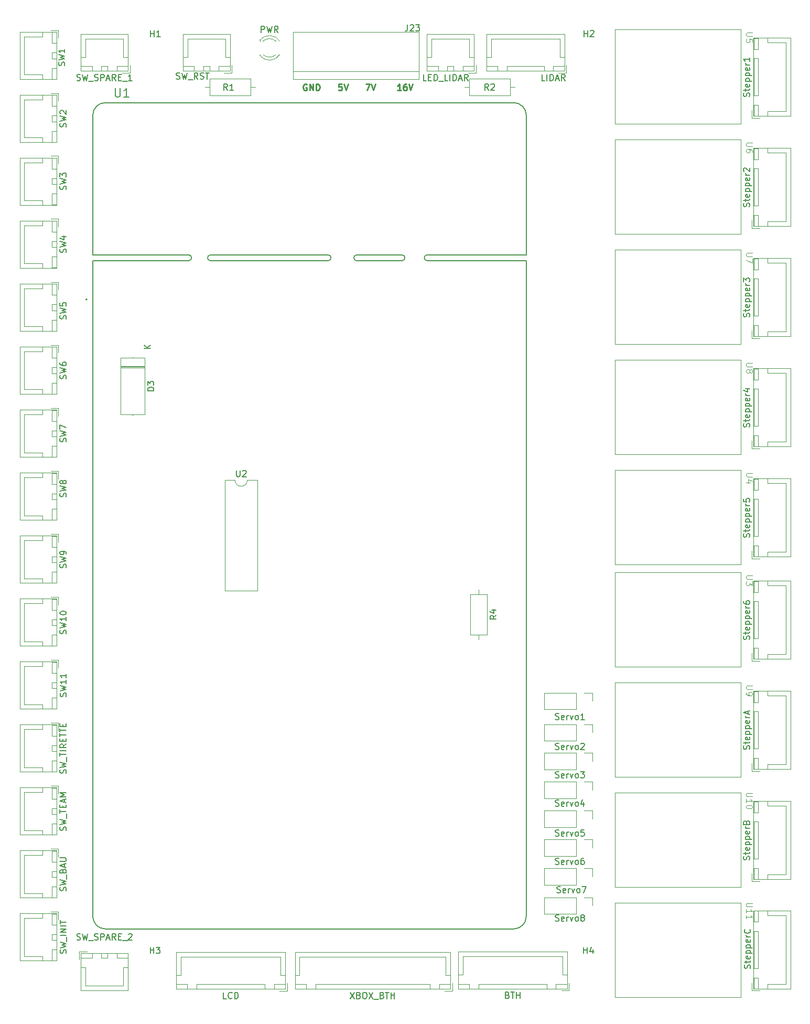
<source format=gbr>
%TF.GenerationSoftware,KiCad,Pcbnew,9.0.0*%
%TF.CreationDate,2025-03-23T18:41:59+01:00*%
%TF.ProjectId,Board_Main,426f6172-645f-44d6-9169-6e2e6b696361,rev?*%
%TF.SameCoordinates,Original*%
%TF.FileFunction,Legend,Top*%
%TF.FilePolarity,Positive*%
%FSLAX46Y46*%
G04 Gerber Fmt 4.6, Leading zero omitted, Abs format (unit mm)*
G04 Created by KiCad (PCBNEW 9.0.0) date 2025-03-23 18:41:59*
%MOMM*%
%LPD*%
G01*
G04 APERTURE LIST*
%ADD10C,0.250000*%
%ADD11C,0.150000*%
%ADD12C,0.100000*%
%ADD13C,0.120000*%
%ADD14C,0.127000*%
%ADD15C,0.200000*%
G04 APERTURE END LIST*
D10*
X86016377Y-33837238D02*
X85921139Y-33789619D01*
X85921139Y-33789619D02*
X85778282Y-33789619D01*
X85778282Y-33789619D02*
X85635425Y-33837238D01*
X85635425Y-33837238D02*
X85540187Y-33932476D01*
X85540187Y-33932476D02*
X85492568Y-34027714D01*
X85492568Y-34027714D02*
X85444949Y-34218190D01*
X85444949Y-34218190D02*
X85444949Y-34361047D01*
X85444949Y-34361047D02*
X85492568Y-34551523D01*
X85492568Y-34551523D02*
X85540187Y-34646761D01*
X85540187Y-34646761D02*
X85635425Y-34742000D01*
X85635425Y-34742000D02*
X85778282Y-34789619D01*
X85778282Y-34789619D02*
X85873520Y-34789619D01*
X85873520Y-34789619D02*
X86016377Y-34742000D01*
X86016377Y-34742000D02*
X86063996Y-34694380D01*
X86063996Y-34694380D02*
X86063996Y-34361047D01*
X86063996Y-34361047D02*
X85873520Y-34361047D01*
X86492568Y-34789619D02*
X86492568Y-33789619D01*
X86492568Y-33789619D02*
X87063996Y-34789619D01*
X87063996Y-34789619D02*
X87063996Y-33789619D01*
X87540187Y-34789619D02*
X87540187Y-33789619D01*
X87540187Y-33789619D02*
X87778282Y-33789619D01*
X87778282Y-33789619D02*
X87921139Y-33837238D01*
X87921139Y-33837238D02*
X88016377Y-33932476D01*
X88016377Y-33932476D02*
X88063996Y-34027714D01*
X88063996Y-34027714D02*
X88111615Y-34218190D01*
X88111615Y-34218190D02*
X88111615Y-34361047D01*
X88111615Y-34361047D02*
X88063996Y-34551523D01*
X88063996Y-34551523D02*
X88016377Y-34646761D01*
X88016377Y-34646761D02*
X87921139Y-34742000D01*
X87921139Y-34742000D02*
X87778282Y-34789619D01*
X87778282Y-34789619D02*
X87540187Y-34789619D01*
X91683758Y-33789619D02*
X91207568Y-33789619D01*
X91207568Y-33789619D02*
X91159949Y-34265809D01*
X91159949Y-34265809D02*
X91207568Y-34218190D01*
X91207568Y-34218190D02*
X91302806Y-34170571D01*
X91302806Y-34170571D02*
X91540901Y-34170571D01*
X91540901Y-34170571D02*
X91636139Y-34218190D01*
X91636139Y-34218190D02*
X91683758Y-34265809D01*
X91683758Y-34265809D02*
X91731377Y-34361047D01*
X91731377Y-34361047D02*
X91731377Y-34599142D01*
X91731377Y-34599142D02*
X91683758Y-34694380D01*
X91683758Y-34694380D02*
X91636139Y-34742000D01*
X91636139Y-34742000D02*
X91540901Y-34789619D01*
X91540901Y-34789619D02*
X91302806Y-34789619D01*
X91302806Y-34789619D02*
X91207568Y-34742000D01*
X91207568Y-34742000D02*
X91159949Y-34694380D01*
X92017092Y-33789619D02*
X92350425Y-34789619D01*
X92350425Y-34789619D02*
X92683758Y-33789619D01*
X101256377Y-34789619D02*
X100684949Y-34789619D01*
X100970663Y-34789619D02*
X100970663Y-33789619D01*
X100970663Y-33789619D02*
X100875425Y-33932476D01*
X100875425Y-33932476D02*
X100780187Y-34027714D01*
X100780187Y-34027714D02*
X100684949Y-34075333D01*
X102113520Y-33789619D02*
X101923044Y-33789619D01*
X101923044Y-33789619D02*
X101827806Y-33837238D01*
X101827806Y-33837238D02*
X101780187Y-33884857D01*
X101780187Y-33884857D02*
X101684949Y-34027714D01*
X101684949Y-34027714D02*
X101637330Y-34218190D01*
X101637330Y-34218190D02*
X101637330Y-34599142D01*
X101637330Y-34599142D02*
X101684949Y-34694380D01*
X101684949Y-34694380D02*
X101732568Y-34742000D01*
X101732568Y-34742000D02*
X101827806Y-34789619D01*
X101827806Y-34789619D02*
X102018282Y-34789619D01*
X102018282Y-34789619D02*
X102113520Y-34742000D01*
X102113520Y-34742000D02*
X102161139Y-34694380D01*
X102161139Y-34694380D02*
X102208758Y-34599142D01*
X102208758Y-34599142D02*
X102208758Y-34361047D01*
X102208758Y-34361047D02*
X102161139Y-34265809D01*
X102161139Y-34265809D02*
X102113520Y-34218190D01*
X102113520Y-34218190D02*
X102018282Y-34170571D01*
X102018282Y-34170571D02*
X101827806Y-34170571D01*
X101827806Y-34170571D02*
X101732568Y-34218190D01*
X101732568Y-34218190D02*
X101684949Y-34265809D01*
X101684949Y-34265809D02*
X101637330Y-34361047D01*
X102494473Y-33789619D02*
X102827806Y-34789619D01*
X102827806Y-34789619D02*
X103161139Y-33789619D01*
X95557330Y-33789619D02*
X96223996Y-33789619D01*
X96223996Y-33789619D02*
X95795425Y-34789619D01*
X96462092Y-33789619D02*
X96795425Y-34789619D01*
X96795425Y-34789619D02*
X97128758Y-33789619D01*
D11*
X124499857Y-33221526D02*
X124023667Y-33221526D01*
X124023667Y-33221526D02*
X124023667Y-32221526D01*
X124833191Y-33221526D02*
X124833191Y-32221526D01*
X125309381Y-33221526D02*
X125309381Y-32221526D01*
X125309381Y-32221526D02*
X125547476Y-32221526D01*
X125547476Y-32221526D02*
X125690333Y-32269145D01*
X125690333Y-32269145D02*
X125785571Y-32364383D01*
X125785571Y-32364383D02*
X125833190Y-32459621D01*
X125833190Y-32459621D02*
X125880809Y-32650097D01*
X125880809Y-32650097D02*
X125880809Y-32792954D01*
X125880809Y-32792954D02*
X125833190Y-32983430D01*
X125833190Y-32983430D02*
X125785571Y-33078668D01*
X125785571Y-33078668D02*
X125690333Y-33173907D01*
X125690333Y-33173907D02*
X125547476Y-33221526D01*
X125547476Y-33221526D02*
X125309381Y-33221526D01*
X126261762Y-32935811D02*
X126737952Y-32935811D01*
X126166524Y-33221526D02*
X126499857Y-32221526D01*
X126499857Y-32221526D02*
X126833190Y-33221526D01*
X127737952Y-33221526D02*
X127404619Y-32745335D01*
X127166524Y-33221526D02*
X127166524Y-32221526D01*
X127166524Y-32221526D02*
X127547476Y-32221526D01*
X127547476Y-32221526D02*
X127642714Y-32269145D01*
X127642714Y-32269145D02*
X127690333Y-32316764D01*
X127690333Y-32316764D02*
X127737952Y-32412002D01*
X127737952Y-32412002D02*
X127737952Y-32554859D01*
X127737952Y-32554859D02*
X127690333Y-32650097D01*
X127690333Y-32650097D02*
X127642714Y-32697716D01*
X127642714Y-32697716D02*
X127547476Y-32745335D01*
X127547476Y-32745335D02*
X127166524Y-32745335D01*
X55108333Y-34478866D02*
X55108333Y-35612200D01*
X55108333Y-35612200D02*
X55175000Y-35745533D01*
X55175000Y-35745533D02*
X55241666Y-35812200D01*
X55241666Y-35812200D02*
X55375000Y-35878866D01*
X55375000Y-35878866D02*
X55641666Y-35878866D01*
X55641666Y-35878866D02*
X55775000Y-35812200D01*
X55775000Y-35812200D02*
X55841666Y-35745533D01*
X55841666Y-35745533D02*
X55908333Y-35612200D01*
X55908333Y-35612200D02*
X55908333Y-34478866D01*
X57308333Y-35878866D02*
X56508333Y-35878866D01*
X56908333Y-35878866D02*
X56908333Y-34478866D01*
X56908333Y-34478866D02*
X56775000Y-34678866D01*
X56775000Y-34678866D02*
X56641667Y-34812200D01*
X56641667Y-34812200D02*
X56508333Y-34878866D01*
X130768095Y-174094819D02*
X130768095Y-173094819D01*
X130768095Y-173571009D02*
X131339523Y-173571009D01*
X131339523Y-174094819D02*
X131339523Y-173094819D01*
X132244285Y-173428152D02*
X132244285Y-174094819D01*
X132006190Y-173047200D02*
X131768095Y-173761485D01*
X131768095Y-173761485D02*
X132387142Y-173761485D01*
X60758095Y-174094819D02*
X60758095Y-173094819D01*
X60758095Y-173571009D02*
X61329523Y-173571009D01*
X61329523Y-174094819D02*
X61329523Y-173094819D01*
X61710476Y-173094819D02*
X62329523Y-173094819D01*
X62329523Y-173094819D02*
X61996190Y-173475771D01*
X61996190Y-173475771D02*
X62139047Y-173475771D01*
X62139047Y-173475771D02*
X62234285Y-173523390D01*
X62234285Y-173523390D02*
X62281904Y-173571009D01*
X62281904Y-173571009D02*
X62329523Y-173666247D01*
X62329523Y-173666247D02*
X62329523Y-173904342D01*
X62329523Y-173904342D02*
X62281904Y-173999580D01*
X62281904Y-173999580D02*
X62234285Y-174047200D01*
X62234285Y-174047200D02*
X62139047Y-174094819D01*
X62139047Y-174094819D02*
X61853333Y-174094819D01*
X61853333Y-174094819D02*
X61758095Y-174047200D01*
X61758095Y-174047200D02*
X61710476Y-173999580D01*
X130828095Y-26114819D02*
X130828095Y-25114819D01*
X130828095Y-25591009D02*
X131399523Y-25591009D01*
X131399523Y-26114819D02*
X131399523Y-25114819D01*
X131828095Y-25210057D02*
X131875714Y-25162438D01*
X131875714Y-25162438D02*
X131970952Y-25114819D01*
X131970952Y-25114819D02*
X132209047Y-25114819D01*
X132209047Y-25114819D02*
X132304285Y-25162438D01*
X132304285Y-25162438D02*
X132351904Y-25210057D01*
X132351904Y-25210057D02*
X132399523Y-25305295D01*
X132399523Y-25305295D02*
X132399523Y-25400533D01*
X132399523Y-25400533D02*
X132351904Y-25543390D01*
X132351904Y-25543390D02*
X131780476Y-26114819D01*
X131780476Y-26114819D02*
X132399523Y-26114819D01*
X60798095Y-26114819D02*
X60798095Y-25114819D01*
X60798095Y-25591009D02*
X61369523Y-25591009D01*
X61369523Y-26114819D02*
X61369523Y-25114819D01*
X62369523Y-26114819D02*
X61798095Y-26114819D01*
X62083809Y-26114819D02*
X62083809Y-25114819D01*
X62083809Y-25114819D02*
X61988571Y-25257676D01*
X61988571Y-25257676D02*
X61893333Y-25352914D01*
X61893333Y-25352914D02*
X61798095Y-25400533D01*
X47137200Y-100393332D02*
X47184819Y-100250475D01*
X47184819Y-100250475D02*
X47184819Y-100012380D01*
X47184819Y-100012380D02*
X47137200Y-99917142D01*
X47137200Y-99917142D02*
X47089580Y-99869523D01*
X47089580Y-99869523D02*
X46994342Y-99821904D01*
X46994342Y-99821904D02*
X46899104Y-99821904D01*
X46899104Y-99821904D02*
X46803866Y-99869523D01*
X46803866Y-99869523D02*
X46756247Y-99917142D01*
X46756247Y-99917142D02*
X46708628Y-100012380D01*
X46708628Y-100012380D02*
X46661009Y-100202856D01*
X46661009Y-100202856D02*
X46613390Y-100298094D01*
X46613390Y-100298094D02*
X46565771Y-100345713D01*
X46565771Y-100345713D02*
X46470533Y-100393332D01*
X46470533Y-100393332D02*
X46375295Y-100393332D01*
X46375295Y-100393332D02*
X46280057Y-100345713D01*
X46280057Y-100345713D02*
X46232438Y-100298094D01*
X46232438Y-100298094D02*
X46184819Y-100202856D01*
X46184819Y-100202856D02*
X46184819Y-99964761D01*
X46184819Y-99964761D02*
X46232438Y-99821904D01*
X46184819Y-99488570D02*
X47184819Y-99250475D01*
X47184819Y-99250475D02*
X46470533Y-99059999D01*
X46470533Y-99059999D02*
X47184819Y-98869523D01*
X47184819Y-98869523D02*
X46184819Y-98631428D01*
X46613390Y-98107618D02*
X46565771Y-98202856D01*
X46565771Y-98202856D02*
X46518152Y-98250475D01*
X46518152Y-98250475D02*
X46422914Y-98298094D01*
X46422914Y-98298094D02*
X46375295Y-98298094D01*
X46375295Y-98298094D02*
X46280057Y-98250475D01*
X46280057Y-98250475D02*
X46232438Y-98202856D01*
X46232438Y-98202856D02*
X46184819Y-98107618D01*
X46184819Y-98107618D02*
X46184819Y-97917142D01*
X46184819Y-97917142D02*
X46232438Y-97821904D01*
X46232438Y-97821904D02*
X46280057Y-97774285D01*
X46280057Y-97774285D02*
X46375295Y-97726666D01*
X46375295Y-97726666D02*
X46422914Y-97726666D01*
X46422914Y-97726666D02*
X46518152Y-97774285D01*
X46518152Y-97774285D02*
X46565771Y-97821904D01*
X46565771Y-97821904D02*
X46613390Y-97917142D01*
X46613390Y-97917142D02*
X46613390Y-98107618D01*
X46613390Y-98107618D02*
X46661009Y-98202856D01*
X46661009Y-98202856D02*
X46708628Y-98250475D01*
X46708628Y-98250475D02*
X46803866Y-98298094D01*
X46803866Y-98298094D02*
X46994342Y-98298094D01*
X46994342Y-98298094D02*
X47089580Y-98250475D01*
X47089580Y-98250475D02*
X47137200Y-98202856D01*
X47137200Y-98202856D02*
X47184819Y-98107618D01*
X47184819Y-98107618D02*
X47184819Y-97917142D01*
X47184819Y-97917142D02*
X47137200Y-97821904D01*
X47137200Y-97821904D02*
X47089580Y-97774285D01*
X47089580Y-97774285D02*
X46994342Y-97726666D01*
X46994342Y-97726666D02*
X46803866Y-97726666D01*
X46803866Y-97726666D02*
X46708628Y-97774285D01*
X46708628Y-97774285D02*
X46661009Y-97821904D01*
X46661009Y-97821904D02*
X46613390Y-97917142D01*
X126190666Y-150267200D02*
X126333523Y-150314819D01*
X126333523Y-150314819D02*
X126571618Y-150314819D01*
X126571618Y-150314819D02*
X126666856Y-150267200D01*
X126666856Y-150267200D02*
X126714475Y-150219580D01*
X126714475Y-150219580D02*
X126762094Y-150124342D01*
X126762094Y-150124342D02*
X126762094Y-150029104D01*
X126762094Y-150029104D02*
X126714475Y-149933866D01*
X126714475Y-149933866D02*
X126666856Y-149886247D01*
X126666856Y-149886247D02*
X126571618Y-149838628D01*
X126571618Y-149838628D02*
X126381142Y-149791009D01*
X126381142Y-149791009D02*
X126285904Y-149743390D01*
X126285904Y-149743390D02*
X126238285Y-149695771D01*
X126238285Y-149695771D02*
X126190666Y-149600533D01*
X126190666Y-149600533D02*
X126190666Y-149505295D01*
X126190666Y-149505295D02*
X126238285Y-149410057D01*
X126238285Y-149410057D02*
X126285904Y-149362438D01*
X126285904Y-149362438D02*
X126381142Y-149314819D01*
X126381142Y-149314819D02*
X126619237Y-149314819D01*
X126619237Y-149314819D02*
X126762094Y-149362438D01*
X127571618Y-150267200D02*
X127476380Y-150314819D01*
X127476380Y-150314819D02*
X127285904Y-150314819D01*
X127285904Y-150314819D02*
X127190666Y-150267200D01*
X127190666Y-150267200D02*
X127143047Y-150171961D01*
X127143047Y-150171961D02*
X127143047Y-149791009D01*
X127143047Y-149791009D02*
X127190666Y-149695771D01*
X127190666Y-149695771D02*
X127285904Y-149648152D01*
X127285904Y-149648152D02*
X127476380Y-149648152D01*
X127476380Y-149648152D02*
X127571618Y-149695771D01*
X127571618Y-149695771D02*
X127619237Y-149791009D01*
X127619237Y-149791009D02*
X127619237Y-149886247D01*
X127619237Y-149886247D02*
X127143047Y-149981485D01*
X128047809Y-150314819D02*
X128047809Y-149648152D01*
X128047809Y-149838628D02*
X128095428Y-149743390D01*
X128095428Y-149743390D02*
X128143047Y-149695771D01*
X128143047Y-149695771D02*
X128238285Y-149648152D01*
X128238285Y-149648152D02*
X128333523Y-149648152D01*
X128571619Y-149648152D02*
X128809714Y-150314819D01*
X128809714Y-150314819D02*
X129047809Y-149648152D01*
X129571619Y-150314819D02*
X129476381Y-150267200D01*
X129476381Y-150267200D02*
X129428762Y-150219580D01*
X129428762Y-150219580D02*
X129381143Y-150124342D01*
X129381143Y-150124342D02*
X129381143Y-149838628D01*
X129381143Y-149838628D02*
X129428762Y-149743390D01*
X129428762Y-149743390D02*
X129476381Y-149695771D01*
X129476381Y-149695771D02*
X129571619Y-149648152D01*
X129571619Y-149648152D02*
X129714476Y-149648152D01*
X129714476Y-149648152D02*
X129809714Y-149695771D01*
X129809714Y-149695771D02*
X129857333Y-149743390D01*
X129857333Y-149743390D02*
X129904952Y-149838628D01*
X129904952Y-149838628D02*
X129904952Y-150124342D01*
X129904952Y-150124342D02*
X129857333Y-150219580D01*
X129857333Y-150219580D02*
X129809714Y-150267200D01*
X129809714Y-150267200D02*
X129714476Y-150314819D01*
X129714476Y-150314819D02*
X129571619Y-150314819D01*
X130762095Y-149648152D02*
X130762095Y-150314819D01*
X130524000Y-149267200D02*
X130285905Y-149981485D01*
X130285905Y-149981485D02*
X130904952Y-149981485D01*
X78676667Y-25434819D02*
X78676667Y-24434819D01*
X78676667Y-24434819D02*
X79057619Y-24434819D01*
X79057619Y-24434819D02*
X79152857Y-24482438D01*
X79152857Y-24482438D02*
X79200476Y-24530057D01*
X79200476Y-24530057D02*
X79248095Y-24625295D01*
X79248095Y-24625295D02*
X79248095Y-24768152D01*
X79248095Y-24768152D02*
X79200476Y-24863390D01*
X79200476Y-24863390D02*
X79152857Y-24911009D01*
X79152857Y-24911009D02*
X79057619Y-24958628D01*
X79057619Y-24958628D02*
X78676667Y-24958628D01*
X79581429Y-24434819D02*
X79819524Y-25434819D01*
X79819524Y-25434819D02*
X80010000Y-24720533D01*
X80010000Y-24720533D02*
X80200476Y-25434819D01*
X80200476Y-25434819D02*
X80438572Y-24434819D01*
X81390952Y-25434819D02*
X81057619Y-24958628D01*
X80819524Y-25434819D02*
X80819524Y-24434819D01*
X80819524Y-24434819D02*
X81200476Y-24434819D01*
X81200476Y-24434819D02*
X81295714Y-24482438D01*
X81295714Y-24482438D02*
X81343333Y-24530057D01*
X81343333Y-24530057D02*
X81390952Y-24625295D01*
X81390952Y-24625295D02*
X81390952Y-24768152D01*
X81390952Y-24768152D02*
X81343333Y-24863390D01*
X81343333Y-24863390D02*
X81295714Y-24911009D01*
X81295714Y-24911009D02*
X81200476Y-24958628D01*
X81200476Y-24958628D02*
X80819524Y-24958628D01*
X47137200Y-111843332D02*
X47184819Y-111700475D01*
X47184819Y-111700475D02*
X47184819Y-111462380D01*
X47184819Y-111462380D02*
X47137200Y-111367142D01*
X47137200Y-111367142D02*
X47089580Y-111319523D01*
X47089580Y-111319523D02*
X46994342Y-111271904D01*
X46994342Y-111271904D02*
X46899104Y-111271904D01*
X46899104Y-111271904D02*
X46803866Y-111319523D01*
X46803866Y-111319523D02*
X46756247Y-111367142D01*
X46756247Y-111367142D02*
X46708628Y-111462380D01*
X46708628Y-111462380D02*
X46661009Y-111652856D01*
X46661009Y-111652856D02*
X46613390Y-111748094D01*
X46613390Y-111748094D02*
X46565771Y-111795713D01*
X46565771Y-111795713D02*
X46470533Y-111843332D01*
X46470533Y-111843332D02*
X46375295Y-111843332D01*
X46375295Y-111843332D02*
X46280057Y-111795713D01*
X46280057Y-111795713D02*
X46232438Y-111748094D01*
X46232438Y-111748094D02*
X46184819Y-111652856D01*
X46184819Y-111652856D02*
X46184819Y-111414761D01*
X46184819Y-111414761D02*
X46232438Y-111271904D01*
X46184819Y-110938570D02*
X47184819Y-110700475D01*
X47184819Y-110700475D02*
X46470533Y-110509999D01*
X46470533Y-110509999D02*
X47184819Y-110319523D01*
X47184819Y-110319523D02*
X46184819Y-110081428D01*
X47184819Y-109652856D02*
X47184819Y-109462380D01*
X47184819Y-109462380D02*
X47137200Y-109367142D01*
X47137200Y-109367142D02*
X47089580Y-109319523D01*
X47089580Y-109319523D02*
X46946723Y-109224285D01*
X46946723Y-109224285D02*
X46756247Y-109176666D01*
X46756247Y-109176666D02*
X46375295Y-109176666D01*
X46375295Y-109176666D02*
X46280057Y-109224285D01*
X46280057Y-109224285D02*
X46232438Y-109271904D01*
X46232438Y-109271904D02*
X46184819Y-109367142D01*
X46184819Y-109367142D02*
X46184819Y-109557618D01*
X46184819Y-109557618D02*
X46232438Y-109652856D01*
X46232438Y-109652856D02*
X46280057Y-109700475D01*
X46280057Y-109700475D02*
X46375295Y-109748094D01*
X46375295Y-109748094D02*
X46613390Y-109748094D01*
X46613390Y-109748094D02*
X46708628Y-109700475D01*
X46708628Y-109700475D02*
X46756247Y-109652856D01*
X46756247Y-109652856D02*
X46803866Y-109557618D01*
X46803866Y-109557618D02*
X46803866Y-109367142D01*
X46803866Y-109367142D02*
X46756247Y-109271904D01*
X46756247Y-109271904D02*
X46708628Y-109224285D01*
X46708628Y-109224285D02*
X46613390Y-109176666D01*
X47137200Y-163980475D02*
X47184819Y-163837618D01*
X47184819Y-163837618D02*
X47184819Y-163599523D01*
X47184819Y-163599523D02*
X47137200Y-163504285D01*
X47137200Y-163504285D02*
X47089580Y-163456666D01*
X47089580Y-163456666D02*
X46994342Y-163409047D01*
X46994342Y-163409047D02*
X46899104Y-163409047D01*
X46899104Y-163409047D02*
X46803866Y-163456666D01*
X46803866Y-163456666D02*
X46756247Y-163504285D01*
X46756247Y-163504285D02*
X46708628Y-163599523D01*
X46708628Y-163599523D02*
X46661009Y-163789999D01*
X46661009Y-163789999D02*
X46613390Y-163885237D01*
X46613390Y-163885237D02*
X46565771Y-163932856D01*
X46565771Y-163932856D02*
X46470533Y-163980475D01*
X46470533Y-163980475D02*
X46375295Y-163980475D01*
X46375295Y-163980475D02*
X46280057Y-163932856D01*
X46280057Y-163932856D02*
X46232438Y-163885237D01*
X46232438Y-163885237D02*
X46184819Y-163789999D01*
X46184819Y-163789999D02*
X46184819Y-163551904D01*
X46184819Y-163551904D02*
X46232438Y-163409047D01*
X46184819Y-163075713D02*
X47184819Y-162837618D01*
X47184819Y-162837618D02*
X46470533Y-162647142D01*
X46470533Y-162647142D02*
X47184819Y-162456666D01*
X47184819Y-162456666D02*
X46184819Y-162218571D01*
X47280057Y-162075714D02*
X47280057Y-161313809D01*
X46661009Y-160742380D02*
X46708628Y-160599523D01*
X46708628Y-160599523D02*
X46756247Y-160551904D01*
X46756247Y-160551904D02*
X46851485Y-160504285D01*
X46851485Y-160504285D02*
X46994342Y-160504285D01*
X46994342Y-160504285D02*
X47089580Y-160551904D01*
X47089580Y-160551904D02*
X47137200Y-160599523D01*
X47137200Y-160599523D02*
X47184819Y-160694761D01*
X47184819Y-160694761D02*
X47184819Y-161075713D01*
X47184819Y-161075713D02*
X46184819Y-161075713D01*
X46184819Y-161075713D02*
X46184819Y-160742380D01*
X46184819Y-160742380D02*
X46232438Y-160647142D01*
X46232438Y-160647142D02*
X46280057Y-160599523D01*
X46280057Y-160599523D02*
X46375295Y-160551904D01*
X46375295Y-160551904D02*
X46470533Y-160551904D01*
X46470533Y-160551904D02*
X46565771Y-160599523D01*
X46565771Y-160599523D02*
X46613390Y-160647142D01*
X46613390Y-160647142D02*
X46661009Y-160742380D01*
X46661009Y-160742380D02*
X46661009Y-161075713D01*
X46899104Y-160123332D02*
X46899104Y-159647142D01*
X47184819Y-160218570D02*
X46184819Y-159885237D01*
X46184819Y-159885237D02*
X47184819Y-159551904D01*
X46184819Y-159218570D02*
X46994342Y-159218570D01*
X46994342Y-159218570D02*
X47089580Y-159170951D01*
X47089580Y-159170951D02*
X47137200Y-159123332D01*
X47137200Y-159123332D02*
X47184819Y-159028094D01*
X47184819Y-159028094D02*
X47184819Y-158837618D01*
X47184819Y-158837618D02*
X47137200Y-158742380D01*
X47137200Y-158742380D02*
X47089580Y-158694761D01*
X47089580Y-158694761D02*
X46994342Y-158647142D01*
X46994342Y-158647142D02*
X46184819Y-158647142D01*
X126190666Y-155093200D02*
X126333523Y-155140819D01*
X126333523Y-155140819D02*
X126571618Y-155140819D01*
X126571618Y-155140819D02*
X126666856Y-155093200D01*
X126666856Y-155093200D02*
X126714475Y-155045580D01*
X126714475Y-155045580D02*
X126762094Y-154950342D01*
X126762094Y-154950342D02*
X126762094Y-154855104D01*
X126762094Y-154855104D02*
X126714475Y-154759866D01*
X126714475Y-154759866D02*
X126666856Y-154712247D01*
X126666856Y-154712247D02*
X126571618Y-154664628D01*
X126571618Y-154664628D02*
X126381142Y-154617009D01*
X126381142Y-154617009D02*
X126285904Y-154569390D01*
X126285904Y-154569390D02*
X126238285Y-154521771D01*
X126238285Y-154521771D02*
X126190666Y-154426533D01*
X126190666Y-154426533D02*
X126190666Y-154331295D01*
X126190666Y-154331295D02*
X126238285Y-154236057D01*
X126238285Y-154236057D02*
X126285904Y-154188438D01*
X126285904Y-154188438D02*
X126381142Y-154140819D01*
X126381142Y-154140819D02*
X126619237Y-154140819D01*
X126619237Y-154140819D02*
X126762094Y-154188438D01*
X127571618Y-155093200D02*
X127476380Y-155140819D01*
X127476380Y-155140819D02*
X127285904Y-155140819D01*
X127285904Y-155140819D02*
X127190666Y-155093200D01*
X127190666Y-155093200D02*
X127143047Y-154997961D01*
X127143047Y-154997961D02*
X127143047Y-154617009D01*
X127143047Y-154617009D02*
X127190666Y-154521771D01*
X127190666Y-154521771D02*
X127285904Y-154474152D01*
X127285904Y-154474152D02*
X127476380Y-154474152D01*
X127476380Y-154474152D02*
X127571618Y-154521771D01*
X127571618Y-154521771D02*
X127619237Y-154617009D01*
X127619237Y-154617009D02*
X127619237Y-154712247D01*
X127619237Y-154712247D02*
X127143047Y-154807485D01*
X128047809Y-155140819D02*
X128047809Y-154474152D01*
X128047809Y-154664628D02*
X128095428Y-154569390D01*
X128095428Y-154569390D02*
X128143047Y-154521771D01*
X128143047Y-154521771D02*
X128238285Y-154474152D01*
X128238285Y-154474152D02*
X128333523Y-154474152D01*
X128571619Y-154474152D02*
X128809714Y-155140819D01*
X128809714Y-155140819D02*
X129047809Y-154474152D01*
X129571619Y-155140819D02*
X129476381Y-155093200D01*
X129476381Y-155093200D02*
X129428762Y-155045580D01*
X129428762Y-155045580D02*
X129381143Y-154950342D01*
X129381143Y-154950342D02*
X129381143Y-154664628D01*
X129381143Y-154664628D02*
X129428762Y-154569390D01*
X129428762Y-154569390D02*
X129476381Y-154521771D01*
X129476381Y-154521771D02*
X129571619Y-154474152D01*
X129571619Y-154474152D02*
X129714476Y-154474152D01*
X129714476Y-154474152D02*
X129809714Y-154521771D01*
X129809714Y-154521771D02*
X129857333Y-154569390D01*
X129857333Y-154569390D02*
X129904952Y-154664628D01*
X129904952Y-154664628D02*
X129904952Y-154950342D01*
X129904952Y-154950342D02*
X129857333Y-155045580D01*
X129857333Y-155045580D02*
X129809714Y-155093200D01*
X129809714Y-155093200D02*
X129714476Y-155140819D01*
X129714476Y-155140819D02*
X129571619Y-155140819D01*
X130809714Y-154140819D02*
X130333524Y-154140819D01*
X130333524Y-154140819D02*
X130285905Y-154617009D01*
X130285905Y-154617009D02*
X130333524Y-154569390D01*
X130333524Y-154569390D02*
X130428762Y-154521771D01*
X130428762Y-154521771D02*
X130666857Y-154521771D01*
X130666857Y-154521771D02*
X130762095Y-154569390D01*
X130762095Y-154569390D02*
X130809714Y-154617009D01*
X130809714Y-154617009D02*
X130857333Y-154712247D01*
X130857333Y-154712247D02*
X130857333Y-154950342D01*
X130857333Y-154950342D02*
X130809714Y-155045580D01*
X130809714Y-155045580D02*
X130762095Y-155093200D01*
X130762095Y-155093200D02*
X130666857Y-155140819D01*
X130666857Y-155140819D02*
X130428762Y-155140819D01*
X130428762Y-155140819D02*
X130333524Y-155093200D01*
X130333524Y-155093200D02*
X130285905Y-155045580D01*
X118446666Y-180823809D02*
X118589523Y-180871428D01*
X118589523Y-180871428D02*
X118637142Y-180919047D01*
X118637142Y-180919047D02*
X118684761Y-181014285D01*
X118684761Y-181014285D02*
X118684761Y-181157142D01*
X118684761Y-181157142D02*
X118637142Y-181252380D01*
X118637142Y-181252380D02*
X118589523Y-181300000D01*
X118589523Y-181300000D02*
X118494285Y-181347619D01*
X118494285Y-181347619D02*
X118113333Y-181347619D01*
X118113333Y-181347619D02*
X118113333Y-180347619D01*
X118113333Y-180347619D02*
X118446666Y-180347619D01*
X118446666Y-180347619D02*
X118541904Y-180395238D01*
X118541904Y-180395238D02*
X118589523Y-180442857D01*
X118589523Y-180442857D02*
X118637142Y-180538095D01*
X118637142Y-180538095D02*
X118637142Y-180633333D01*
X118637142Y-180633333D02*
X118589523Y-180728571D01*
X118589523Y-180728571D02*
X118541904Y-180776190D01*
X118541904Y-180776190D02*
X118446666Y-180823809D01*
X118446666Y-180823809D02*
X118113333Y-180823809D01*
X118970476Y-180347619D02*
X119541904Y-180347619D01*
X119256190Y-181347619D02*
X119256190Y-180347619D01*
X119875238Y-181347619D02*
X119875238Y-180347619D01*
X119875238Y-180823809D02*
X120446666Y-180823809D01*
X120446666Y-181347619D02*
X120446666Y-180347619D01*
X47137200Y-60963332D02*
X47184819Y-60820475D01*
X47184819Y-60820475D02*
X47184819Y-60582380D01*
X47184819Y-60582380D02*
X47137200Y-60487142D01*
X47137200Y-60487142D02*
X47089580Y-60439523D01*
X47089580Y-60439523D02*
X46994342Y-60391904D01*
X46994342Y-60391904D02*
X46899104Y-60391904D01*
X46899104Y-60391904D02*
X46803866Y-60439523D01*
X46803866Y-60439523D02*
X46756247Y-60487142D01*
X46756247Y-60487142D02*
X46708628Y-60582380D01*
X46708628Y-60582380D02*
X46661009Y-60772856D01*
X46661009Y-60772856D02*
X46613390Y-60868094D01*
X46613390Y-60868094D02*
X46565771Y-60915713D01*
X46565771Y-60915713D02*
X46470533Y-60963332D01*
X46470533Y-60963332D02*
X46375295Y-60963332D01*
X46375295Y-60963332D02*
X46280057Y-60915713D01*
X46280057Y-60915713D02*
X46232438Y-60868094D01*
X46232438Y-60868094D02*
X46184819Y-60772856D01*
X46184819Y-60772856D02*
X46184819Y-60534761D01*
X46184819Y-60534761D02*
X46232438Y-60391904D01*
X46184819Y-60058570D02*
X47184819Y-59820475D01*
X47184819Y-59820475D02*
X46470533Y-59629999D01*
X46470533Y-59629999D02*
X47184819Y-59439523D01*
X47184819Y-59439523D02*
X46184819Y-59201428D01*
X46518152Y-58391904D02*
X47184819Y-58391904D01*
X46137200Y-58629999D02*
X46851485Y-58868094D01*
X46851485Y-58868094D02*
X46851485Y-58249047D01*
X157512200Y-35771047D02*
X157559819Y-35628190D01*
X157559819Y-35628190D02*
X157559819Y-35390095D01*
X157559819Y-35390095D02*
X157512200Y-35294857D01*
X157512200Y-35294857D02*
X157464580Y-35247238D01*
X157464580Y-35247238D02*
X157369342Y-35199619D01*
X157369342Y-35199619D02*
X157274104Y-35199619D01*
X157274104Y-35199619D02*
X157178866Y-35247238D01*
X157178866Y-35247238D02*
X157131247Y-35294857D01*
X157131247Y-35294857D02*
X157083628Y-35390095D01*
X157083628Y-35390095D02*
X157036009Y-35580571D01*
X157036009Y-35580571D02*
X156988390Y-35675809D01*
X156988390Y-35675809D02*
X156940771Y-35723428D01*
X156940771Y-35723428D02*
X156845533Y-35771047D01*
X156845533Y-35771047D02*
X156750295Y-35771047D01*
X156750295Y-35771047D02*
X156655057Y-35723428D01*
X156655057Y-35723428D02*
X156607438Y-35675809D01*
X156607438Y-35675809D02*
X156559819Y-35580571D01*
X156559819Y-35580571D02*
X156559819Y-35342476D01*
X156559819Y-35342476D02*
X156607438Y-35199619D01*
X156893152Y-34913904D02*
X156893152Y-34532952D01*
X156559819Y-34771047D02*
X157416961Y-34771047D01*
X157416961Y-34771047D02*
X157512200Y-34723428D01*
X157512200Y-34723428D02*
X157559819Y-34628190D01*
X157559819Y-34628190D02*
X157559819Y-34532952D01*
X157512200Y-33818666D02*
X157559819Y-33913904D01*
X157559819Y-33913904D02*
X157559819Y-34104380D01*
X157559819Y-34104380D02*
X157512200Y-34199618D01*
X157512200Y-34199618D02*
X157416961Y-34247237D01*
X157416961Y-34247237D02*
X157036009Y-34247237D01*
X157036009Y-34247237D02*
X156940771Y-34199618D01*
X156940771Y-34199618D02*
X156893152Y-34104380D01*
X156893152Y-34104380D02*
X156893152Y-33913904D01*
X156893152Y-33913904D02*
X156940771Y-33818666D01*
X156940771Y-33818666D02*
X157036009Y-33771047D01*
X157036009Y-33771047D02*
X157131247Y-33771047D01*
X157131247Y-33771047D02*
X157226485Y-34247237D01*
X156893152Y-33342475D02*
X157893152Y-33342475D01*
X156940771Y-33342475D02*
X156893152Y-33247237D01*
X156893152Y-33247237D02*
X156893152Y-33056761D01*
X156893152Y-33056761D02*
X156940771Y-32961523D01*
X156940771Y-32961523D02*
X156988390Y-32913904D01*
X156988390Y-32913904D02*
X157083628Y-32866285D01*
X157083628Y-32866285D02*
X157369342Y-32866285D01*
X157369342Y-32866285D02*
X157464580Y-32913904D01*
X157464580Y-32913904D02*
X157512200Y-32961523D01*
X157512200Y-32961523D02*
X157559819Y-33056761D01*
X157559819Y-33056761D02*
X157559819Y-33247237D01*
X157559819Y-33247237D02*
X157512200Y-33342475D01*
X156893152Y-32437713D02*
X157893152Y-32437713D01*
X156940771Y-32437713D02*
X156893152Y-32342475D01*
X156893152Y-32342475D02*
X156893152Y-32151999D01*
X156893152Y-32151999D02*
X156940771Y-32056761D01*
X156940771Y-32056761D02*
X156988390Y-32009142D01*
X156988390Y-32009142D02*
X157083628Y-31961523D01*
X157083628Y-31961523D02*
X157369342Y-31961523D01*
X157369342Y-31961523D02*
X157464580Y-32009142D01*
X157464580Y-32009142D02*
X157512200Y-32056761D01*
X157512200Y-32056761D02*
X157559819Y-32151999D01*
X157559819Y-32151999D02*
X157559819Y-32342475D01*
X157559819Y-32342475D02*
X157512200Y-32437713D01*
X157512200Y-31151999D02*
X157559819Y-31247237D01*
X157559819Y-31247237D02*
X157559819Y-31437713D01*
X157559819Y-31437713D02*
X157512200Y-31532951D01*
X157512200Y-31532951D02*
X157416961Y-31580570D01*
X157416961Y-31580570D02*
X157036009Y-31580570D01*
X157036009Y-31580570D02*
X156940771Y-31532951D01*
X156940771Y-31532951D02*
X156893152Y-31437713D01*
X156893152Y-31437713D02*
X156893152Y-31247237D01*
X156893152Y-31247237D02*
X156940771Y-31151999D01*
X156940771Y-31151999D02*
X157036009Y-31104380D01*
X157036009Y-31104380D02*
X157131247Y-31104380D01*
X157131247Y-31104380D02*
X157226485Y-31580570D01*
X157559819Y-30675808D02*
X156893152Y-30675808D01*
X157083628Y-30675808D02*
X156988390Y-30628189D01*
X156988390Y-30628189D02*
X156940771Y-30580570D01*
X156940771Y-30580570D02*
X156893152Y-30485332D01*
X156893152Y-30485332D02*
X156893152Y-30390094D01*
X157559819Y-29532951D02*
X157559819Y-30104379D01*
X157559819Y-29818665D02*
X156559819Y-29818665D01*
X156559819Y-29818665D02*
X156702676Y-29913903D01*
X156702676Y-29913903D02*
X156797914Y-30009141D01*
X156797914Y-30009141D02*
X156845533Y-30104379D01*
X115403333Y-34744819D02*
X115070000Y-34268628D01*
X114831905Y-34744819D02*
X114831905Y-33744819D01*
X114831905Y-33744819D02*
X115212857Y-33744819D01*
X115212857Y-33744819D02*
X115308095Y-33792438D01*
X115308095Y-33792438D02*
X115355714Y-33840057D01*
X115355714Y-33840057D02*
X115403333Y-33935295D01*
X115403333Y-33935295D02*
X115403333Y-34078152D01*
X115403333Y-34078152D02*
X115355714Y-34173390D01*
X115355714Y-34173390D02*
X115308095Y-34221009D01*
X115308095Y-34221009D02*
X115212857Y-34268628D01*
X115212857Y-34268628D02*
X114831905Y-34268628D01*
X115784286Y-33840057D02*
X115831905Y-33792438D01*
X115831905Y-33792438D02*
X115927143Y-33744819D01*
X115927143Y-33744819D02*
X116165238Y-33744819D01*
X116165238Y-33744819D02*
X116260476Y-33792438D01*
X116260476Y-33792438D02*
X116308095Y-33840057D01*
X116308095Y-33840057D02*
X116355714Y-33935295D01*
X116355714Y-33935295D02*
X116355714Y-34030533D01*
X116355714Y-34030533D02*
X116308095Y-34173390D01*
X116308095Y-34173390D02*
X115736667Y-34744819D01*
X115736667Y-34744819D02*
X116355714Y-34744819D01*
X126190666Y-136297200D02*
X126333523Y-136344819D01*
X126333523Y-136344819D02*
X126571618Y-136344819D01*
X126571618Y-136344819D02*
X126666856Y-136297200D01*
X126666856Y-136297200D02*
X126714475Y-136249580D01*
X126714475Y-136249580D02*
X126762094Y-136154342D01*
X126762094Y-136154342D02*
X126762094Y-136059104D01*
X126762094Y-136059104D02*
X126714475Y-135963866D01*
X126714475Y-135963866D02*
X126666856Y-135916247D01*
X126666856Y-135916247D02*
X126571618Y-135868628D01*
X126571618Y-135868628D02*
X126381142Y-135821009D01*
X126381142Y-135821009D02*
X126285904Y-135773390D01*
X126285904Y-135773390D02*
X126238285Y-135725771D01*
X126238285Y-135725771D02*
X126190666Y-135630533D01*
X126190666Y-135630533D02*
X126190666Y-135535295D01*
X126190666Y-135535295D02*
X126238285Y-135440057D01*
X126238285Y-135440057D02*
X126285904Y-135392438D01*
X126285904Y-135392438D02*
X126381142Y-135344819D01*
X126381142Y-135344819D02*
X126619237Y-135344819D01*
X126619237Y-135344819D02*
X126762094Y-135392438D01*
X127571618Y-136297200D02*
X127476380Y-136344819D01*
X127476380Y-136344819D02*
X127285904Y-136344819D01*
X127285904Y-136344819D02*
X127190666Y-136297200D01*
X127190666Y-136297200D02*
X127143047Y-136201961D01*
X127143047Y-136201961D02*
X127143047Y-135821009D01*
X127143047Y-135821009D02*
X127190666Y-135725771D01*
X127190666Y-135725771D02*
X127285904Y-135678152D01*
X127285904Y-135678152D02*
X127476380Y-135678152D01*
X127476380Y-135678152D02*
X127571618Y-135725771D01*
X127571618Y-135725771D02*
X127619237Y-135821009D01*
X127619237Y-135821009D02*
X127619237Y-135916247D01*
X127619237Y-135916247D02*
X127143047Y-136011485D01*
X128047809Y-136344819D02*
X128047809Y-135678152D01*
X128047809Y-135868628D02*
X128095428Y-135773390D01*
X128095428Y-135773390D02*
X128143047Y-135725771D01*
X128143047Y-135725771D02*
X128238285Y-135678152D01*
X128238285Y-135678152D02*
X128333523Y-135678152D01*
X128571619Y-135678152D02*
X128809714Y-136344819D01*
X128809714Y-136344819D02*
X129047809Y-135678152D01*
X129571619Y-136344819D02*
X129476381Y-136297200D01*
X129476381Y-136297200D02*
X129428762Y-136249580D01*
X129428762Y-136249580D02*
X129381143Y-136154342D01*
X129381143Y-136154342D02*
X129381143Y-135868628D01*
X129381143Y-135868628D02*
X129428762Y-135773390D01*
X129428762Y-135773390D02*
X129476381Y-135725771D01*
X129476381Y-135725771D02*
X129571619Y-135678152D01*
X129571619Y-135678152D02*
X129714476Y-135678152D01*
X129714476Y-135678152D02*
X129809714Y-135725771D01*
X129809714Y-135725771D02*
X129857333Y-135773390D01*
X129857333Y-135773390D02*
X129904952Y-135868628D01*
X129904952Y-135868628D02*
X129904952Y-136154342D01*
X129904952Y-136154342D02*
X129857333Y-136249580D01*
X129857333Y-136249580D02*
X129809714Y-136297200D01*
X129809714Y-136297200D02*
X129714476Y-136344819D01*
X129714476Y-136344819D02*
X129571619Y-136344819D01*
X130857333Y-136344819D02*
X130285905Y-136344819D01*
X130571619Y-136344819D02*
X130571619Y-135344819D01*
X130571619Y-135344819D02*
X130476381Y-135487676D01*
X130476381Y-135487676D02*
X130381143Y-135582914D01*
X130381143Y-135582914D02*
X130285905Y-135630533D01*
X47137200Y-122479523D02*
X47184819Y-122336666D01*
X47184819Y-122336666D02*
X47184819Y-122098571D01*
X47184819Y-122098571D02*
X47137200Y-122003333D01*
X47137200Y-122003333D02*
X47089580Y-121955714D01*
X47089580Y-121955714D02*
X46994342Y-121908095D01*
X46994342Y-121908095D02*
X46899104Y-121908095D01*
X46899104Y-121908095D02*
X46803866Y-121955714D01*
X46803866Y-121955714D02*
X46756247Y-122003333D01*
X46756247Y-122003333D02*
X46708628Y-122098571D01*
X46708628Y-122098571D02*
X46661009Y-122289047D01*
X46661009Y-122289047D02*
X46613390Y-122384285D01*
X46613390Y-122384285D02*
X46565771Y-122431904D01*
X46565771Y-122431904D02*
X46470533Y-122479523D01*
X46470533Y-122479523D02*
X46375295Y-122479523D01*
X46375295Y-122479523D02*
X46280057Y-122431904D01*
X46280057Y-122431904D02*
X46232438Y-122384285D01*
X46232438Y-122384285D02*
X46184819Y-122289047D01*
X46184819Y-122289047D02*
X46184819Y-122050952D01*
X46184819Y-122050952D02*
X46232438Y-121908095D01*
X46184819Y-121574761D02*
X47184819Y-121336666D01*
X47184819Y-121336666D02*
X46470533Y-121146190D01*
X46470533Y-121146190D02*
X47184819Y-120955714D01*
X47184819Y-120955714D02*
X46184819Y-120717619D01*
X47184819Y-119812857D02*
X47184819Y-120384285D01*
X47184819Y-120098571D02*
X46184819Y-120098571D01*
X46184819Y-120098571D02*
X46327676Y-120193809D01*
X46327676Y-120193809D02*
X46422914Y-120289047D01*
X46422914Y-120289047D02*
X46470533Y-120384285D01*
X46184819Y-119193809D02*
X46184819Y-119098571D01*
X46184819Y-119098571D02*
X46232438Y-119003333D01*
X46232438Y-119003333D02*
X46280057Y-118955714D01*
X46280057Y-118955714D02*
X46375295Y-118908095D01*
X46375295Y-118908095D02*
X46565771Y-118860476D01*
X46565771Y-118860476D02*
X46803866Y-118860476D01*
X46803866Y-118860476D02*
X46994342Y-118908095D01*
X46994342Y-118908095D02*
X47089580Y-118955714D01*
X47089580Y-118955714D02*
X47137200Y-119003333D01*
X47137200Y-119003333D02*
X47184819Y-119098571D01*
X47184819Y-119098571D02*
X47184819Y-119193809D01*
X47184819Y-119193809D02*
X47137200Y-119289047D01*
X47137200Y-119289047D02*
X47089580Y-119336666D01*
X47089580Y-119336666D02*
X46994342Y-119384285D01*
X46994342Y-119384285D02*
X46803866Y-119431904D01*
X46803866Y-119431904D02*
X46565771Y-119431904D01*
X46565771Y-119431904D02*
X46375295Y-119384285D01*
X46375295Y-119384285D02*
X46280057Y-119336666D01*
X46280057Y-119336666D02*
X46232438Y-119289047D01*
X46232438Y-119289047D02*
X46184819Y-119193809D01*
D12*
X157982580Y-78820095D02*
X157173057Y-78820095D01*
X157173057Y-78820095D02*
X157077819Y-78867714D01*
X157077819Y-78867714D02*
X157030200Y-78915333D01*
X157030200Y-78915333D02*
X156982580Y-79010571D01*
X156982580Y-79010571D02*
X156982580Y-79201047D01*
X156982580Y-79201047D02*
X157030200Y-79296285D01*
X157030200Y-79296285D02*
X157077819Y-79343904D01*
X157077819Y-79343904D02*
X157173057Y-79391523D01*
X157173057Y-79391523D02*
X157982580Y-79391523D01*
X157554009Y-80010571D02*
X157601628Y-79915333D01*
X157601628Y-79915333D02*
X157649247Y-79867714D01*
X157649247Y-79867714D02*
X157744485Y-79820095D01*
X157744485Y-79820095D02*
X157792104Y-79820095D01*
X157792104Y-79820095D02*
X157887342Y-79867714D01*
X157887342Y-79867714D02*
X157934961Y-79915333D01*
X157934961Y-79915333D02*
X157982580Y-80010571D01*
X157982580Y-80010571D02*
X157982580Y-80201047D01*
X157982580Y-80201047D02*
X157934961Y-80296285D01*
X157934961Y-80296285D02*
X157887342Y-80343904D01*
X157887342Y-80343904D02*
X157792104Y-80391523D01*
X157792104Y-80391523D02*
X157744485Y-80391523D01*
X157744485Y-80391523D02*
X157649247Y-80343904D01*
X157649247Y-80343904D02*
X157601628Y-80296285D01*
X157601628Y-80296285D02*
X157554009Y-80201047D01*
X157554009Y-80201047D02*
X157554009Y-80010571D01*
X157554009Y-80010571D02*
X157506390Y-79915333D01*
X157506390Y-79915333D02*
X157458771Y-79867714D01*
X157458771Y-79867714D02*
X157363533Y-79820095D01*
X157363533Y-79820095D02*
X157173057Y-79820095D01*
X157173057Y-79820095D02*
X157077819Y-79867714D01*
X157077819Y-79867714D02*
X157030200Y-79915333D01*
X157030200Y-79915333D02*
X156982580Y-80010571D01*
X156982580Y-80010571D02*
X156982580Y-80201047D01*
X156982580Y-80201047D02*
X157030200Y-80296285D01*
X157030200Y-80296285D02*
X157077819Y-80343904D01*
X157077819Y-80343904D02*
X157173057Y-80391523D01*
X157173057Y-80391523D02*
X157363533Y-80391523D01*
X157363533Y-80391523D02*
X157458771Y-80343904D01*
X157458771Y-80343904D02*
X157506390Y-80296285D01*
X157506390Y-80296285D02*
X157554009Y-80201047D01*
D11*
X47137200Y-71691332D02*
X47184819Y-71548475D01*
X47184819Y-71548475D02*
X47184819Y-71310380D01*
X47184819Y-71310380D02*
X47137200Y-71215142D01*
X47137200Y-71215142D02*
X47089580Y-71167523D01*
X47089580Y-71167523D02*
X46994342Y-71119904D01*
X46994342Y-71119904D02*
X46899104Y-71119904D01*
X46899104Y-71119904D02*
X46803866Y-71167523D01*
X46803866Y-71167523D02*
X46756247Y-71215142D01*
X46756247Y-71215142D02*
X46708628Y-71310380D01*
X46708628Y-71310380D02*
X46661009Y-71500856D01*
X46661009Y-71500856D02*
X46613390Y-71596094D01*
X46613390Y-71596094D02*
X46565771Y-71643713D01*
X46565771Y-71643713D02*
X46470533Y-71691332D01*
X46470533Y-71691332D02*
X46375295Y-71691332D01*
X46375295Y-71691332D02*
X46280057Y-71643713D01*
X46280057Y-71643713D02*
X46232438Y-71596094D01*
X46232438Y-71596094D02*
X46184819Y-71500856D01*
X46184819Y-71500856D02*
X46184819Y-71262761D01*
X46184819Y-71262761D02*
X46232438Y-71119904D01*
X46184819Y-70786570D02*
X47184819Y-70548475D01*
X47184819Y-70548475D02*
X46470533Y-70357999D01*
X46470533Y-70357999D02*
X47184819Y-70167523D01*
X47184819Y-70167523D02*
X46184819Y-69929428D01*
X46184819Y-69072285D02*
X46184819Y-69548475D01*
X46184819Y-69548475D02*
X46661009Y-69596094D01*
X46661009Y-69596094D02*
X46613390Y-69548475D01*
X46613390Y-69548475D02*
X46565771Y-69453237D01*
X46565771Y-69453237D02*
X46565771Y-69215142D01*
X46565771Y-69215142D02*
X46613390Y-69119904D01*
X46613390Y-69119904D02*
X46661009Y-69072285D01*
X46661009Y-69072285D02*
X46756247Y-69024666D01*
X46756247Y-69024666D02*
X46994342Y-69024666D01*
X46994342Y-69024666D02*
X47089580Y-69072285D01*
X47089580Y-69072285D02*
X47137200Y-69119904D01*
X47137200Y-69119904D02*
X47184819Y-69215142D01*
X47184819Y-69215142D02*
X47184819Y-69453237D01*
X47184819Y-69453237D02*
X47137200Y-69548475D01*
X47137200Y-69548475D02*
X47089580Y-69596094D01*
X73239333Y-34744819D02*
X72906000Y-34268628D01*
X72667905Y-34744819D02*
X72667905Y-33744819D01*
X72667905Y-33744819D02*
X73048857Y-33744819D01*
X73048857Y-33744819D02*
X73144095Y-33792438D01*
X73144095Y-33792438D02*
X73191714Y-33840057D01*
X73191714Y-33840057D02*
X73239333Y-33935295D01*
X73239333Y-33935295D02*
X73239333Y-34078152D01*
X73239333Y-34078152D02*
X73191714Y-34173390D01*
X73191714Y-34173390D02*
X73144095Y-34221009D01*
X73144095Y-34221009D02*
X73048857Y-34268628D01*
X73048857Y-34268628D02*
X72667905Y-34268628D01*
X74191714Y-34744819D02*
X73620286Y-34744819D01*
X73906000Y-34744819D02*
X73906000Y-33744819D01*
X73906000Y-33744819D02*
X73810762Y-33887676D01*
X73810762Y-33887676D02*
X73715524Y-33982914D01*
X73715524Y-33982914D02*
X73620286Y-34030533D01*
X47143200Y-174069046D02*
X47190819Y-173926189D01*
X47190819Y-173926189D02*
X47190819Y-173688094D01*
X47190819Y-173688094D02*
X47143200Y-173592856D01*
X47143200Y-173592856D02*
X47095580Y-173545237D01*
X47095580Y-173545237D02*
X47000342Y-173497618D01*
X47000342Y-173497618D02*
X46905104Y-173497618D01*
X46905104Y-173497618D02*
X46809866Y-173545237D01*
X46809866Y-173545237D02*
X46762247Y-173592856D01*
X46762247Y-173592856D02*
X46714628Y-173688094D01*
X46714628Y-173688094D02*
X46667009Y-173878570D01*
X46667009Y-173878570D02*
X46619390Y-173973808D01*
X46619390Y-173973808D02*
X46571771Y-174021427D01*
X46571771Y-174021427D02*
X46476533Y-174069046D01*
X46476533Y-174069046D02*
X46381295Y-174069046D01*
X46381295Y-174069046D02*
X46286057Y-174021427D01*
X46286057Y-174021427D02*
X46238438Y-173973808D01*
X46238438Y-173973808D02*
X46190819Y-173878570D01*
X46190819Y-173878570D02*
X46190819Y-173640475D01*
X46190819Y-173640475D02*
X46238438Y-173497618D01*
X46190819Y-173164284D02*
X47190819Y-172926189D01*
X47190819Y-172926189D02*
X46476533Y-172735713D01*
X46476533Y-172735713D02*
X47190819Y-172545237D01*
X47190819Y-172545237D02*
X46190819Y-172307142D01*
X47286057Y-172164285D02*
X47286057Y-171402380D01*
X47190819Y-171164284D02*
X46190819Y-171164284D01*
X47190819Y-170688094D02*
X46190819Y-170688094D01*
X46190819Y-170688094D02*
X47190819Y-170116666D01*
X47190819Y-170116666D02*
X46190819Y-170116666D01*
X47190819Y-169640475D02*
X46190819Y-169640475D01*
X46190819Y-169307142D02*
X46190819Y-168735714D01*
X47190819Y-169021428D02*
X46190819Y-169021428D01*
X64968762Y-32919200D02*
X65111619Y-32966819D01*
X65111619Y-32966819D02*
X65349714Y-32966819D01*
X65349714Y-32966819D02*
X65444952Y-32919200D01*
X65444952Y-32919200D02*
X65492571Y-32871580D01*
X65492571Y-32871580D02*
X65540190Y-32776342D01*
X65540190Y-32776342D02*
X65540190Y-32681104D01*
X65540190Y-32681104D02*
X65492571Y-32585866D01*
X65492571Y-32585866D02*
X65444952Y-32538247D01*
X65444952Y-32538247D02*
X65349714Y-32490628D01*
X65349714Y-32490628D02*
X65159238Y-32443009D01*
X65159238Y-32443009D02*
X65064000Y-32395390D01*
X65064000Y-32395390D02*
X65016381Y-32347771D01*
X65016381Y-32347771D02*
X64968762Y-32252533D01*
X64968762Y-32252533D02*
X64968762Y-32157295D01*
X64968762Y-32157295D02*
X65016381Y-32062057D01*
X65016381Y-32062057D02*
X65064000Y-32014438D01*
X65064000Y-32014438D02*
X65159238Y-31966819D01*
X65159238Y-31966819D02*
X65397333Y-31966819D01*
X65397333Y-31966819D02*
X65540190Y-32014438D01*
X65873524Y-31966819D02*
X66111619Y-32966819D01*
X66111619Y-32966819D02*
X66302095Y-32252533D01*
X66302095Y-32252533D02*
X66492571Y-32966819D01*
X66492571Y-32966819D02*
X66730667Y-31966819D01*
X66873524Y-33062057D02*
X67635428Y-33062057D01*
X68444952Y-32966819D02*
X68111619Y-32490628D01*
X67873524Y-32966819D02*
X67873524Y-31966819D01*
X67873524Y-31966819D02*
X68254476Y-31966819D01*
X68254476Y-31966819D02*
X68349714Y-32014438D01*
X68349714Y-32014438D02*
X68397333Y-32062057D01*
X68397333Y-32062057D02*
X68444952Y-32157295D01*
X68444952Y-32157295D02*
X68444952Y-32300152D01*
X68444952Y-32300152D02*
X68397333Y-32395390D01*
X68397333Y-32395390D02*
X68349714Y-32443009D01*
X68349714Y-32443009D02*
X68254476Y-32490628D01*
X68254476Y-32490628D02*
X67873524Y-32490628D01*
X68825905Y-32919200D02*
X68968762Y-32966819D01*
X68968762Y-32966819D02*
X69206857Y-32966819D01*
X69206857Y-32966819D02*
X69302095Y-32919200D01*
X69302095Y-32919200D02*
X69349714Y-32871580D01*
X69349714Y-32871580D02*
X69397333Y-32776342D01*
X69397333Y-32776342D02*
X69397333Y-32681104D01*
X69397333Y-32681104D02*
X69349714Y-32585866D01*
X69349714Y-32585866D02*
X69302095Y-32538247D01*
X69302095Y-32538247D02*
X69206857Y-32490628D01*
X69206857Y-32490628D02*
X69016381Y-32443009D01*
X69016381Y-32443009D02*
X68921143Y-32395390D01*
X68921143Y-32395390D02*
X68873524Y-32347771D01*
X68873524Y-32347771D02*
X68825905Y-32252533D01*
X68825905Y-32252533D02*
X68825905Y-32157295D01*
X68825905Y-32157295D02*
X68873524Y-32062057D01*
X68873524Y-32062057D02*
X68921143Y-32014438D01*
X68921143Y-32014438D02*
X69016381Y-31966819D01*
X69016381Y-31966819D02*
X69254476Y-31966819D01*
X69254476Y-31966819D02*
X69397333Y-32014438D01*
X69683048Y-31966819D02*
X70254476Y-31966819D01*
X69968762Y-32966819D02*
X69968762Y-31966819D01*
X47137200Y-50803332D02*
X47184819Y-50660475D01*
X47184819Y-50660475D02*
X47184819Y-50422380D01*
X47184819Y-50422380D02*
X47137200Y-50327142D01*
X47137200Y-50327142D02*
X47089580Y-50279523D01*
X47089580Y-50279523D02*
X46994342Y-50231904D01*
X46994342Y-50231904D02*
X46899104Y-50231904D01*
X46899104Y-50231904D02*
X46803866Y-50279523D01*
X46803866Y-50279523D02*
X46756247Y-50327142D01*
X46756247Y-50327142D02*
X46708628Y-50422380D01*
X46708628Y-50422380D02*
X46661009Y-50612856D01*
X46661009Y-50612856D02*
X46613390Y-50708094D01*
X46613390Y-50708094D02*
X46565771Y-50755713D01*
X46565771Y-50755713D02*
X46470533Y-50803332D01*
X46470533Y-50803332D02*
X46375295Y-50803332D01*
X46375295Y-50803332D02*
X46280057Y-50755713D01*
X46280057Y-50755713D02*
X46232438Y-50708094D01*
X46232438Y-50708094D02*
X46184819Y-50612856D01*
X46184819Y-50612856D02*
X46184819Y-50374761D01*
X46184819Y-50374761D02*
X46232438Y-50231904D01*
X46184819Y-49898570D02*
X47184819Y-49660475D01*
X47184819Y-49660475D02*
X46470533Y-49469999D01*
X46470533Y-49469999D02*
X47184819Y-49279523D01*
X47184819Y-49279523D02*
X46184819Y-49041428D01*
X46184819Y-48755713D02*
X46184819Y-48136666D01*
X46184819Y-48136666D02*
X46565771Y-48469999D01*
X46565771Y-48469999D02*
X46565771Y-48327142D01*
X46565771Y-48327142D02*
X46613390Y-48231904D01*
X46613390Y-48231904D02*
X46661009Y-48184285D01*
X46661009Y-48184285D02*
X46756247Y-48136666D01*
X46756247Y-48136666D02*
X46994342Y-48136666D01*
X46994342Y-48136666D02*
X47089580Y-48184285D01*
X47089580Y-48184285D02*
X47137200Y-48231904D01*
X47137200Y-48231904D02*
X47184819Y-48327142D01*
X47184819Y-48327142D02*
X47184819Y-48612856D01*
X47184819Y-48612856D02*
X47137200Y-48708094D01*
X47137200Y-48708094D02*
X47089580Y-48755713D01*
X47137200Y-81323332D02*
X47184819Y-81180475D01*
X47184819Y-81180475D02*
X47184819Y-80942380D01*
X47184819Y-80942380D02*
X47137200Y-80847142D01*
X47137200Y-80847142D02*
X47089580Y-80799523D01*
X47089580Y-80799523D02*
X46994342Y-80751904D01*
X46994342Y-80751904D02*
X46899104Y-80751904D01*
X46899104Y-80751904D02*
X46803866Y-80799523D01*
X46803866Y-80799523D02*
X46756247Y-80847142D01*
X46756247Y-80847142D02*
X46708628Y-80942380D01*
X46708628Y-80942380D02*
X46661009Y-81132856D01*
X46661009Y-81132856D02*
X46613390Y-81228094D01*
X46613390Y-81228094D02*
X46565771Y-81275713D01*
X46565771Y-81275713D02*
X46470533Y-81323332D01*
X46470533Y-81323332D02*
X46375295Y-81323332D01*
X46375295Y-81323332D02*
X46280057Y-81275713D01*
X46280057Y-81275713D02*
X46232438Y-81228094D01*
X46232438Y-81228094D02*
X46184819Y-81132856D01*
X46184819Y-81132856D02*
X46184819Y-80894761D01*
X46184819Y-80894761D02*
X46232438Y-80751904D01*
X46184819Y-80418570D02*
X47184819Y-80180475D01*
X47184819Y-80180475D02*
X46470533Y-79989999D01*
X46470533Y-79989999D02*
X47184819Y-79799523D01*
X47184819Y-79799523D02*
X46184819Y-79561428D01*
X46184819Y-78751904D02*
X46184819Y-78942380D01*
X46184819Y-78942380D02*
X46232438Y-79037618D01*
X46232438Y-79037618D02*
X46280057Y-79085237D01*
X46280057Y-79085237D02*
X46422914Y-79180475D01*
X46422914Y-79180475D02*
X46613390Y-79228094D01*
X46613390Y-79228094D02*
X46994342Y-79228094D01*
X46994342Y-79228094D02*
X47089580Y-79180475D01*
X47089580Y-79180475D02*
X47137200Y-79132856D01*
X47137200Y-79132856D02*
X47184819Y-79037618D01*
X47184819Y-79037618D02*
X47184819Y-78847142D01*
X47184819Y-78847142D02*
X47137200Y-78751904D01*
X47137200Y-78751904D02*
X47089580Y-78704285D01*
X47089580Y-78704285D02*
X46994342Y-78656666D01*
X46994342Y-78656666D02*
X46756247Y-78656666D01*
X46756247Y-78656666D02*
X46661009Y-78704285D01*
X46661009Y-78704285D02*
X46613390Y-78751904D01*
X46613390Y-78751904D02*
X46565771Y-78847142D01*
X46565771Y-78847142D02*
X46565771Y-79037618D01*
X46565771Y-79037618D02*
X46613390Y-79132856D01*
X46613390Y-79132856D02*
X46661009Y-79180475D01*
X46661009Y-79180475D02*
X46756247Y-79228094D01*
X126190666Y-141123200D02*
X126333523Y-141170819D01*
X126333523Y-141170819D02*
X126571618Y-141170819D01*
X126571618Y-141170819D02*
X126666856Y-141123200D01*
X126666856Y-141123200D02*
X126714475Y-141075580D01*
X126714475Y-141075580D02*
X126762094Y-140980342D01*
X126762094Y-140980342D02*
X126762094Y-140885104D01*
X126762094Y-140885104D02*
X126714475Y-140789866D01*
X126714475Y-140789866D02*
X126666856Y-140742247D01*
X126666856Y-140742247D02*
X126571618Y-140694628D01*
X126571618Y-140694628D02*
X126381142Y-140647009D01*
X126381142Y-140647009D02*
X126285904Y-140599390D01*
X126285904Y-140599390D02*
X126238285Y-140551771D01*
X126238285Y-140551771D02*
X126190666Y-140456533D01*
X126190666Y-140456533D02*
X126190666Y-140361295D01*
X126190666Y-140361295D02*
X126238285Y-140266057D01*
X126238285Y-140266057D02*
X126285904Y-140218438D01*
X126285904Y-140218438D02*
X126381142Y-140170819D01*
X126381142Y-140170819D02*
X126619237Y-140170819D01*
X126619237Y-140170819D02*
X126762094Y-140218438D01*
X127571618Y-141123200D02*
X127476380Y-141170819D01*
X127476380Y-141170819D02*
X127285904Y-141170819D01*
X127285904Y-141170819D02*
X127190666Y-141123200D01*
X127190666Y-141123200D02*
X127143047Y-141027961D01*
X127143047Y-141027961D02*
X127143047Y-140647009D01*
X127143047Y-140647009D02*
X127190666Y-140551771D01*
X127190666Y-140551771D02*
X127285904Y-140504152D01*
X127285904Y-140504152D02*
X127476380Y-140504152D01*
X127476380Y-140504152D02*
X127571618Y-140551771D01*
X127571618Y-140551771D02*
X127619237Y-140647009D01*
X127619237Y-140647009D02*
X127619237Y-140742247D01*
X127619237Y-140742247D02*
X127143047Y-140837485D01*
X128047809Y-141170819D02*
X128047809Y-140504152D01*
X128047809Y-140694628D02*
X128095428Y-140599390D01*
X128095428Y-140599390D02*
X128143047Y-140551771D01*
X128143047Y-140551771D02*
X128238285Y-140504152D01*
X128238285Y-140504152D02*
X128333523Y-140504152D01*
X128571619Y-140504152D02*
X128809714Y-141170819D01*
X128809714Y-141170819D02*
X129047809Y-140504152D01*
X129571619Y-141170819D02*
X129476381Y-141123200D01*
X129476381Y-141123200D02*
X129428762Y-141075580D01*
X129428762Y-141075580D02*
X129381143Y-140980342D01*
X129381143Y-140980342D02*
X129381143Y-140694628D01*
X129381143Y-140694628D02*
X129428762Y-140599390D01*
X129428762Y-140599390D02*
X129476381Y-140551771D01*
X129476381Y-140551771D02*
X129571619Y-140504152D01*
X129571619Y-140504152D02*
X129714476Y-140504152D01*
X129714476Y-140504152D02*
X129809714Y-140551771D01*
X129809714Y-140551771D02*
X129857333Y-140599390D01*
X129857333Y-140599390D02*
X129904952Y-140694628D01*
X129904952Y-140694628D02*
X129904952Y-140980342D01*
X129904952Y-140980342D02*
X129857333Y-141075580D01*
X129857333Y-141075580D02*
X129809714Y-141123200D01*
X129809714Y-141123200D02*
X129714476Y-141170819D01*
X129714476Y-141170819D02*
X129571619Y-141170819D01*
X130285905Y-140266057D02*
X130333524Y-140218438D01*
X130333524Y-140218438D02*
X130428762Y-140170819D01*
X130428762Y-140170819D02*
X130666857Y-140170819D01*
X130666857Y-140170819D02*
X130762095Y-140218438D01*
X130762095Y-140218438D02*
X130809714Y-140266057D01*
X130809714Y-140266057D02*
X130857333Y-140361295D01*
X130857333Y-140361295D02*
X130857333Y-140456533D01*
X130857333Y-140456533D02*
X130809714Y-140599390D01*
X130809714Y-140599390D02*
X130238286Y-141170819D01*
X130238286Y-141170819D02*
X130857333Y-141170819D01*
X46889200Y-30797332D02*
X46936819Y-30654475D01*
X46936819Y-30654475D02*
X46936819Y-30416380D01*
X46936819Y-30416380D02*
X46889200Y-30321142D01*
X46889200Y-30321142D02*
X46841580Y-30273523D01*
X46841580Y-30273523D02*
X46746342Y-30225904D01*
X46746342Y-30225904D02*
X46651104Y-30225904D01*
X46651104Y-30225904D02*
X46555866Y-30273523D01*
X46555866Y-30273523D02*
X46508247Y-30321142D01*
X46508247Y-30321142D02*
X46460628Y-30416380D01*
X46460628Y-30416380D02*
X46413009Y-30606856D01*
X46413009Y-30606856D02*
X46365390Y-30702094D01*
X46365390Y-30702094D02*
X46317771Y-30749713D01*
X46317771Y-30749713D02*
X46222533Y-30797332D01*
X46222533Y-30797332D02*
X46127295Y-30797332D01*
X46127295Y-30797332D02*
X46032057Y-30749713D01*
X46032057Y-30749713D02*
X45984438Y-30702094D01*
X45984438Y-30702094D02*
X45936819Y-30606856D01*
X45936819Y-30606856D02*
X45936819Y-30368761D01*
X45936819Y-30368761D02*
X45984438Y-30225904D01*
X45936819Y-29892570D02*
X46936819Y-29654475D01*
X46936819Y-29654475D02*
X46222533Y-29463999D01*
X46222533Y-29463999D02*
X46936819Y-29273523D01*
X46936819Y-29273523D02*
X45936819Y-29035428D01*
X46936819Y-28130666D02*
X46936819Y-28702094D01*
X46936819Y-28416380D02*
X45936819Y-28416380D01*
X45936819Y-28416380D02*
X46079676Y-28511618D01*
X46079676Y-28511618D02*
X46174914Y-28606856D01*
X46174914Y-28606856D02*
X46222533Y-28702094D01*
X157512200Y-158984857D02*
X157559819Y-158842000D01*
X157559819Y-158842000D02*
X157559819Y-158603905D01*
X157559819Y-158603905D02*
X157512200Y-158508667D01*
X157512200Y-158508667D02*
X157464580Y-158461048D01*
X157464580Y-158461048D02*
X157369342Y-158413429D01*
X157369342Y-158413429D02*
X157274104Y-158413429D01*
X157274104Y-158413429D02*
X157178866Y-158461048D01*
X157178866Y-158461048D02*
X157131247Y-158508667D01*
X157131247Y-158508667D02*
X157083628Y-158603905D01*
X157083628Y-158603905D02*
X157036009Y-158794381D01*
X157036009Y-158794381D02*
X156988390Y-158889619D01*
X156988390Y-158889619D02*
X156940771Y-158937238D01*
X156940771Y-158937238D02*
X156845533Y-158984857D01*
X156845533Y-158984857D02*
X156750295Y-158984857D01*
X156750295Y-158984857D02*
X156655057Y-158937238D01*
X156655057Y-158937238D02*
X156607438Y-158889619D01*
X156607438Y-158889619D02*
X156559819Y-158794381D01*
X156559819Y-158794381D02*
X156559819Y-158556286D01*
X156559819Y-158556286D02*
X156607438Y-158413429D01*
X156893152Y-158127714D02*
X156893152Y-157746762D01*
X156559819Y-157984857D02*
X157416961Y-157984857D01*
X157416961Y-157984857D02*
X157512200Y-157937238D01*
X157512200Y-157937238D02*
X157559819Y-157842000D01*
X157559819Y-157842000D02*
X157559819Y-157746762D01*
X157512200Y-157032476D02*
X157559819Y-157127714D01*
X157559819Y-157127714D02*
X157559819Y-157318190D01*
X157559819Y-157318190D02*
X157512200Y-157413428D01*
X157512200Y-157413428D02*
X157416961Y-157461047D01*
X157416961Y-157461047D02*
X157036009Y-157461047D01*
X157036009Y-157461047D02*
X156940771Y-157413428D01*
X156940771Y-157413428D02*
X156893152Y-157318190D01*
X156893152Y-157318190D02*
X156893152Y-157127714D01*
X156893152Y-157127714D02*
X156940771Y-157032476D01*
X156940771Y-157032476D02*
X157036009Y-156984857D01*
X157036009Y-156984857D02*
X157131247Y-156984857D01*
X157131247Y-156984857D02*
X157226485Y-157461047D01*
X156893152Y-156556285D02*
X157893152Y-156556285D01*
X156940771Y-156556285D02*
X156893152Y-156461047D01*
X156893152Y-156461047D02*
X156893152Y-156270571D01*
X156893152Y-156270571D02*
X156940771Y-156175333D01*
X156940771Y-156175333D02*
X156988390Y-156127714D01*
X156988390Y-156127714D02*
X157083628Y-156080095D01*
X157083628Y-156080095D02*
X157369342Y-156080095D01*
X157369342Y-156080095D02*
X157464580Y-156127714D01*
X157464580Y-156127714D02*
X157512200Y-156175333D01*
X157512200Y-156175333D02*
X157559819Y-156270571D01*
X157559819Y-156270571D02*
X157559819Y-156461047D01*
X157559819Y-156461047D02*
X157512200Y-156556285D01*
X156893152Y-155651523D02*
X157893152Y-155651523D01*
X156940771Y-155651523D02*
X156893152Y-155556285D01*
X156893152Y-155556285D02*
X156893152Y-155365809D01*
X156893152Y-155365809D02*
X156940771Y-155270571D01*
X156940771Y-155270571D02*
X156988390Y-155222952D01*
X156988390Y-155222952D02*
X157083628Y-155175333D01*
X157083628Y-155175333D02*
X157369342Y-155175333D01*
X157369342Y-155175333D02*
X157464580Y-155222952D01*
X157464580Y-155222952D02*
X157512200Y-155270571D01*
X157512200Y-155270571D02*
X157559819Y-155365809D01*
X157559819Y-155365809D02*
X157559819Y-155556285D01*
X157559819Y-155556285D02*
X157512200Y-155651523D01*
X157512200Y-154365809D02*
X157559819Y-154461047D01*
X157559819Y-154461047D02*
X157559819Y-154651523D01*
X157559819Y-154651523D02*
X157512200Y-154746761D01*
X157512200Y-154746761D02*
X157416961Y-154794380D01*
X157416961Y-154794380D02*
X157036009Y-154794380D01*
X157036009Y-154794380D02*
X156940771Y-154746761D01*
X156940771Y-154746761D02*
X156893152Y-154651523D01*
X156893152Y-154651523D02*
X156893152Y-154461047D01*
X156893152Y-154461047D02*
X156940771Y-154365809D01*
X156940771Y-154365809D02*
X157036009Y-154318190D01*
X157036009Y-154318190D02*
X157131247Y-154318190D01*
X157131247Y-154318190D02*
X157226485Y-154794380D01*
X157559819Y-153889618D02*
X156893152Y-153889618D01*
X157083628Y-153889618D02*
X156988390Y-153841999D01*
X156988390Y-153841999D02*
X156940771Y-153794380D01*
X156940771Y-153794380D02*
X156893152Y-153699142D01*
X156893152Y-153699142D02*
X156893152Y-153603904D01*
X157036009Y-152937237D02*
X157083628Y-152794380D01*
X157083628Y-152794380D02*
X157131247Y-152746761D01*
X157131247Y-152746761D02*
X157226485Y-152699142D01*
X157226485Y-152699142D02*
X157369342Y-152699142D01*
X157369342Y-152699142D02*
X157464580Y-152746761D01*
X157464580Y-152746761D02*
X157512200Y-152794380D01*
X157512200Y-152794380D02*
X157559819Y-152889618D01*
X157559819Y-152889618D02*
X157559819Y-153270570D01*
X157559819Y-153270570D02*
X156559819Y-153270570D01*
X156559819Y-153270570D02*
X156559819Y-152937237D01*
X156559819Y-152937237D02*
X156607438Y-152841999D01*
X156607438Y-152841999D02*
X156655057Y-152794380D01*
X156655057Y-152794380D02*
X156750295Y-152746761D01*
X156750295Y-152746761D02*
X156845533Y-152746761D01*
X156845533Y-152746761D02*
X156940771Y-152794380D01*
X156940771Y-152794380D02*
X156988390Y-152841999D01*
X156988390Y-152841999D02*
X157036009Y-152937237D01*
X157036009Y-152937237D02*
X157036009Y-153270570D01*
X61336819Y-83288094D02*
X60336819Y-83288094D01*
X60336819Y-83288094D02*
X60336819Y-83049999D01*
X60336819Y-83049999D02*
X60384438Y-82907142D01*
X60384438Y-82907142D02*
X60479676Y-82811904D01*
X60479676Y-82811904D02*
X60574914Y-82764285D01*
X60574914Y-82764285D02*
X60765390Y-82716666D01*
X60765390Y-82716666D02*
X60908247Y-82716666D01*
X60908247Y-82716666D02*
X61098723Y-82764285D01*
X61098723Y-82764285D02*
X61193961Y-82811904D01*
X61193961Y-82811904D02*
X61289200Y-82907142D01*
X61289200Y-82907142D02*
X61336819Y-83049999D01*
X61336819Y-83049999D02*
X61336819Y-83288094D01*
X60336819Y-82383332D02*
X60336819Y-81764285D01*
X60336819Y-81764285D02*
X60717771Y-82097618D01*
X60717771Y-82097618D02*
X60717771Y-81954761D01*
X60717771Y-81954761D02*
X60765390Y-81859523D01*
X60765390Y-81859523D02*
X60813009Y-81811904D01*
X60813009Y-81811904D02*
X60908247Y-81764285D01*
X60908247Y-81764285D02*
X61146342Y-81764285D01*
X61146342Y-81764285D02*
X61241580Y-81811904D01*
X61241580Y-81811904D02*
X61289200Y-81859523D01*
X61289200Y-81859523D02*
X61336819Y-81954761D01*
X61336819Y-81954761D02*
X61336819Y-82240475D01*
X61336819Y-82240475D02*
X61289200Y-82335713D01*
X61289200Y-82335713D02*
X61241580Y-82383332D01*
X60766819Y-76461904D02*
X59766819Y-76461904D01*
X60766819Y-75890476D02*
X60195390Y-76319047D01*
X59766819Y-75890476D02*
X60338247Y-76461904D01*
X157512200Y-89111047D02*
X157559819Y-88968190D01*
X157559819Y-88968190D02*
X157559819Y-88730095D01*
X157559819Y-88730095D02*
X157512200Y-88634857D01*
X157512200Y-88634857D02*
X157464580Y-88587238D01*
X157464580Y-88587238D02*
X157369342Y-88539619D01*
X157369342Y-88539619D02*
X157274104Y-88539619D01*
X157274104Y-88539619D02*
X157178866Y-88587238D01*
X157178866Y-88587238D02*
X157131247Y-88634857D01*
X157131247Y-88634857D02*
X157083628Y-88730095D01*
X157083628Y-88730095D02*
X157036009Y-88920571D01*
X157036009Y-88920571D02*
X156988390Y-89015809D01*
X156988390Y-89015809D02*
X156940771Y-89063428D01*
X156940771Y-89063428D02*
X156845533Y-89111047D01*
X156845533Y-89111047D02*
X156750295Y-89111047D01*
X156750295Y-89111047D02*
X156655057Y-89063428D01*
X156655057Y-89063428D02*
X156607438Y-89015809D01*
X156607438Y-89015809D02*
X156559819Y-88920571D01*
X156559819Y-88920571D02*
X156559819Y-88682476D01*
X156559819Y-88682476D02*
X156607438Y-88539619D01*
X156893152Y-88253904D02*
X156893152Y-87872952D01*
X156559819Y-88111047D02*
X157416961Y-88111047D01*
X157416961Y-88111047D02*
X157512200Y-88063428D01*
X157512200Y-88063428D02*
X157559819Y-87968190D01*
X157559819Y-87968190D02*
X157559819Y-87872952D01*
X157512200Y-87158666D02*
X157559819Y-87253904D01*
X157559819Y-87253904D02*
X157559819Y-87444380D01*
X157559819Y-87444380D02*
X157512200Y-87539618D01*
X157512200Y-87539618D02*
X157416961Y-87587237D01*
X157416961Y-87587237D02*
X157036009Y-87587237D01*
X157036009Y-87587237D02*
X156940771Y-87539618D01*
X156940771Y-87539618D02*
X156893152Y-87444380D01*
X156893152Y-87444380D02*
X156893152Y-87253904D01*
X156893152Y-87253904D02*
X156940771Y-87158666D01*
X156940771Y-87158666D02*
X157036009Y-87111047D01*
X157036009Y-87111047D02*
X157131247Y-87111047D01*
X157131247Y-87111047D02*
X157226485Y-87587237D01*
X156893152Y-86682475D02*
X157893152Y-86682475D01*
X156940771Y-86682475D02*
X156893152Y-86587237D01*
X156893152Y-86587237D02*
X156893152Y-86396761D01*
X156893152Y-86396761D02*
X156940771Y-86301523D01*
X156940771Y-86301523D02*
X156988390Y-86253904D01*
X156988390Y-86253904D02*
X157083628Y-86206285D01*
X157083628Y-86206285D02*
X157369342Y-86206285D01*
X157369342Y-86206285D02*
X157464580Y-86253904D01*
X157464580Y-86253904D02*
X157512200Y-86301523D01*
X157512200Y-86301523D02*
X157559819Y-86396761D01*
X157559819Y-86396761D02*
X157559819Y-86587237D01*
X157559819Y-86587237D02*
X157512200Y-86682475D01*
X156893152Y-85777713D02*
X157893152Y-85777713D01*
X156940771Y-85777713D02*
X156893152Y-85682475D01*
X156893152Y-85682475D02*
X156893152Y-85491999D01*
X156893152Y-85491999D02*
X156940771Y-85396761D01*
X156940771Y-85396761D02*
X156988390Y-85349142D01*
X156988390Y-85349142D02*
X157083628Y-85301523D01*
X157083628Y-85301523D02*
X157369342Y-85301523D01*
X157369342Y-85301523D02*
X157464580Y-85349142D01*
X157464580Y-85349142D02*
X157512200Y-85396761D01*
X157512200Y-85396761D02*
X157559819Y-85491999D01*
X157559819Y-85491999D02*
X157559819Y-85682475D01*
X157559819Y-85682475D02*
X157512200Y-85777713D01*
X157512200Y-84491999D02*
X157559819Y-84587237D01*
X157559819Y-84587237D02*
X157559819Y-84777713D01*
X157559819Y-84777713D02*
X157512200Y-84872951D01*
X157512200Y-84872951D02*
X157416961Y-84920570D01*
X157416961Y-84920570D02*
X157036009Y-84920570D01*
X157036009Y-84920570D02*
X156940771Y-84872951D01*
X156940771Y-84872951D02*
X156893152Y-84777713D01*
X156893152Y-84777713D02*
X156893152Y-84587237D01*
X156893152Y-84587237D02*
X156940771Y-84491999D01*
X156940771Y-84491999D02*
X157036009Y-84444380D01*
X157036009Y-84444380D02*
X157131247Y-84444380D01*
X157131247Y-84444380D02*
X157226485Y-84920570D01*
X157559819Y-84015808D02*
X156893152Y-84015808D01*
X157083628Y-84015808D02*
X156988390Y-83968189D01*
X156988390Y-83968189D02*
X156940771Y-83920570D01*
X156940771Y-83920570D02*
X156893152Y-83825332D01*
X156893152Y-83825332D02*
X156893152Y-83730094D01*
X156893152Y-82968189D02*
X157559819Y-82968189D01*
X156512200Y-83206284D02*
X157226485Y-83444379D01*
X157226485Y-83444379D02*
X157226485Y-82825332D01*
X126444666Y-164237200D02*
X126587523Y-164284819D01*
X126587523Y-164284819D02*
X126825618Y-164284819D01*
X126825618Y-164284819D02*
X126920856Y-164237200D01*
X126920856Y-164237200D02*
X126968475Y-164189580D01*
X126968475Y-164189580D02*
X127016094Y-164094342D01*
X127016094Y-164094342D02*
X127016094Y-163999104D01*
X127016094Y-163999104D02*
X126968475Y-163903866D01*
X126968475Y-163903866D02*
X126920856Y-163856247D01*
X126920856Y-163856247D02*
X126825618Y-163808628D01*
X126825618Y-163808628D02*
X126635142Y-163761009D01*
X126635142Y-163761009D02*
X126539904Y-163713390D01*
X126539904Y-163713390D02*
X126492285Y-163665771D01*
X126492285Y-163665771D02*
X126444666Y-163570533D01*
X126444666Y-163570533D02*
X126444666Y-163475295D01*
X126444666Y-163475295D02*
X126492285Y-163380057D01*
X126492285Y-163380057D02*
X126539904Y-163332438D01*
X126539904Y-163332438D02*
X126635142Y-163284819D01*
X126635142Y-163284819D02*
X126873237Y-163284819D01*
X126873237Y-163284819D02*
X127016094Y-163332438D01*
X127825618Y-164237200D02*
X127730380Y-164284819D01*
X127730380Y-164284819D02*
X127539904Y-164284819D01*
X127539904Y-164284819D02*
X127444666Y-164237200D01*
X127444666Y-164237200D02*
X127397047Y-164141961D01*
X127397047Y-164141961D02*
X127397047Y-163761009D01*
X127397047Y-163761009D02*
X127444666Y-163665771D01*
X127444666Y-163665771D02*
X127539904Y-163618152D01*
X127539904Y-163618152D02*
X127730380Y-163618152D01*
X127730380Y-163618152D02*
X127825618Y-163665771D01*
X127825618Y-163665771D02*
X127873237Y-163761009D01*
X127873237Y-163761009D02*
X127873237Y-163856247D01*
X127873237Y-163856247D02*
X127397047Y-163951485D01*
X128301809Y-164284819D02*
X128301809Y-163618152D01*
X128301809Y-163808628D02*
X128349428Y-163713390D01*
X128349428Y-163713390D02*
X128397047Y-163665771D01*
X128397047Y-163665771D02*
X128492285Y-163618152D01*
X128492285Y-163618152D02*
X128587523Y-163618152D01*
X128825619Y-163618152D02*
X129063714Y-164284819D01*
X129063714Y-164284819D02*
X129301809Y-163618152D01*
X129825619Y-164284819D02*
X129730381Y-164237200D01*
X129730381Y-164237200D02*
X129682762Y-164189580D01*
X129682762Y-164189580D02*
X129635143Y-164094342D01*
X129635143Y-164094342D02*
X129635143Y-163808628D01*
X129635143Y-163808628D02*
X129682762Y-163713390D01*
X129682762Y-163713390D02*
X129730381Y-163665771D01*
X129730381Y-163665771D02*
X129825619Y-163618152D01*
X129825619Y-163618152D02*
X129968476Y-163618152D01*
X129968476Y-163618152D02*
X130063714Y-163665771D01*
X130063714Y-163665771D02*
X130111333Y-163713390D01*
X130111333Y-163713390D02*
X130158952Y-163808628D01*
X130158952Y-163808628D02*
X130158952Y-164094342D01*
X130158952Y-164094342D02*
X130111333Y-164189580D01*
X130111333Y-164189580D02*
X130063714Y-164237200D01*
X130063714Y-164237200D02*
X129968476Y-164284819D01*
X129968476Y-164284819D02*
X129825619Y-164284819D01*
X130492286Y-163284819D02*
X131158952Y-163284819D01*
X131158952Y-163284819D02*
X130730381Y-164284819D01*
X157633200Y-176497857D02*
X157680819Y-176355000D01*
X157680819Y-176355000D02*
X157680819Y-176116905D01*
X157680819Y-176116905D02*
X157633200Y-176021667D01*
X157633200Y-176021667D02*
X157585580Y-175974048D01*
X157585580Y-175974048D02*
X157490342Y-175926429D01*
X157490342Y-175926429D02*
X157395104Y-175926429D01*
X157395104Y-175926429D02*
X157299866Y-175974048D01*
X157299866Y-175974048D02*
X157252247Y-176021667D01*
X157252247Y-176021667D02*
X157204628Y-176116905D01*
X157204628Y-176116905D02*
X157157009Y-176307381D01*
X157157009Y-176307381D02*
X157109390Y-176402619D01*
X157109390Y-176402619D02*
X157061771Y-176450238D01*
X157061771Y-176450238D02*
X156966533Y-176497857D01*
X156966533Y-176497857D02*
X156871295Y-176497857D01*
X156871295Y-176497857D02*
X156776057Y-176450238D01*
X156776057Y-176450238D02*
X156728438Y-176402619D01*
X156728438Y-176402619D02*
X156680819Y-176307381D01*
X156680819Y-176307381D02*
X156680819Y-176069286D01*
X156680819Y-176069286D02*
X156728438Y-175926429D01*
X157014152Y-175640714D02*
X157014152Y-175259762D01*
X156680819Y-175497857D02*
X157537961Y-175497857D01*
X157537961Y-175497857D02*
X157633200Y-175450238D01*
X157633200Y-175450238D02*
X157680819Y-175355000D01*
X157680819Y-175355000D02*
X157680819Y-175259762D01*
X157633200Y-174545476D02*
X157680819Y-174640714D01*
X157680819Y-174640714D02*
X157680819Y-174831190D01*
X157680819Y-174831190D02*
X157633200Y-174926428D01*
X157633200Y-174926428D02*
X157537961Y-174974047D01*
X157537961Y-174974047D02*
X157157009Y-174974047D01*
X157157009Y-174974047D02*
X157061771Y-174926428D01*
X157061771Y-174926428D02*
X157014152Y-174831190D01*
X157014152Y-174831190D02*
X157014152Y-174640714D01*
X157014152Y-174640714D02*
X157061771Y-174545476D01*
X157061771Y-174545476D02*
X157157009Y-174497857D01*
X157157009Y-174497857D02*
X157252247Y-174497857D01*
X157252247Y-174497857D02*
X157347485Y-174974047D01*
X157014152Y-174069285D02*
X158014152Y-174069285D01*
X157061771Y-174069285D02*
X157014152Y-173974047D01*
X157014152Y-173974047D02*
X157014152Y-173783571D01*
X157014152Y-173783571D02*
X157061771Y-173688333D01*
X157061771Y-173688333D02*
X157109390Y-173640714D01*
X157109390Y-173640714D02*
X157204628Y-173593095D01*
X157204628Y-173593095D02*
X157490342Y-173593095D01*
X157490342Y-173593095D02*
X157585580Y-173640714D01*
X157585580Y-173640714D02*
X157633200Y-173688333D01*
X157633200Y-173688333D02*
X157680819Y-173783571D01*
X157680819Y-173783571D02*
X157680819Y-173974047D01*
X157680819Y-173974047D02*
X157633200Y-174069285D01*
X157014152Y-173164523D02*
X158014152Y-173164523D01*
X157061771Y-173164523D02*
X157014152Y-173069285D01*
X157014152Y-173069285D02*
X157014152Y-172878809D01*
X157014152Y-172878809D02*
X157061771Y-172783571D01*
X157061771Y-172783571D02*
X157109390Y-172735952D01*
X157109390Y-172735952D02*
X157204628Y-172688333D01*
X157204628Y-172688333D02*
X157490342Y-172688333D01*
X157490342Y-172688333D02*
X157585580Y-172735952D01*
X157585580Y-172735952D02*
X157633200Y-172783571D01*
X157633200Y-172783571D02*
X157680819Y-172878809D01*
X157680819Y-172878809D02*
X157680819Y-173069285D01*
X157680819Y-173069285D02*
X157633200Y-173164523D01*
X157633200Y-171878809D02*
X157680819Y-171974047D01*
X157680819Y-171974047D02*
X157680819Y-172164523D01*
X157680819Y-172164523D02*
X157633200Y-172259761D01*
X157633200Y-172259761D02*
X157537961Y-172307380D01*
X157537961Y-172307380D02*
X157157009Y-172307380D01*
X157157009Y-172307380D02*
X157061771Y-172259761D01*
X157061771Y-172259761D02*
X157014152Y-172164523D01*
X157014152Y-172164523D02*
X157014152Y-171974047D01*
X157014152Y-171974047D02*
X157061771Y-171878809D01*
X157061771Y-171878809D02*
X157157009Y-171831190D01*
X157157009Y-171831190D02*
X157252247Y-171831190D01*
X157252247Y-171831190D02*
X157347485Y-172307380D01*
X157680819Y-171402618D02*
X157014152Y-171402618D01*
X157204628Y-171402618D02*
X157109390Y-171354999D01*
X157109390Y-171354999D02*
X157061771Y-171307380D01*
X157061771Y-171307380D02*
X157014152Y-171212142D01*
X157014152Y-171212142D02*
X157014152Y-171116904D01*
X157585580Y-170212142D02*
X157633200Y-170259761D01*
X157633200Y-170259761D02*
X157680819Y-170402618D01*
X157680819Y-170402618D02*
X157680819Y-170497856D01*
X157680819Y-170497856D02*
X157633200Y-170640713D01*
X157633200Y-170640713D02*
X157537961Y-170735951D01*
X157537961Y-170735951D02*
X157442723Y-170783570D01*
X157442723Y-170783570D02*
X157252247Y-170831189D01*
X157252247Y-170831189D02*
X157109390Y-170831189D01*
X157109390Y-170831189D02*
X156918914Y-170783570D01*
X156918914Y-170783570D02*
X156823676Y-170735951D01*
X156823676Y-170735951D02*
X156728438Y-170640713D01*
X156728438Y-170640713D02*
X156680819Y-170497856D01*
X156680819Y-170497856D02*
X156680819Y-170402618D01*
X156680819Y-170402618D02*
X156728438Y-170259761D01*
X156728438Y-170259761D02*
X156776057Y-170212142D01*
X74676095Y-96137819D02*
X74676095Y-96947342D01*
X74676095Y-96947342D02*
X74723714Y-97042580D01*
X74723714Y-97042580D02*
X74771333Y-97090200D01*
X74771333Y-97090200D02*
X74866571Y-97137819D01*
X74866571Y-97137819D02*
X75057047Y-97137819D01*
X75057047Y-97137819D02*
X75152285Y-97090200D01*
X75152285Y-97090200D02*
X75199904Y-97042580D01*
X75199904Y-97042580D02*
X75247523Y-96947342D01*
X75247523Y-96947342D02*
X75247523Y-96137819D01*
X75676095Y-96233057D02*
X75723714Y-96185438D01*
X75723714Y-96185438D02*
X75818952Y-96137819D01*
X75818952Y-96137819D02*
X76057047Y-96137819D01*
X76057047Y-96137819D02*
X76152285Y-96185438D01*
X76152285Y-96185438D02*
X76199904Y-96233057D01*
X76199904Y-96233057D02*
X76247523Y-96328295D01*
X76247523Y-96328295D02*
X76247523Y-96423533D01*
X76247523Y-96423533D02*
X76199904Y-96566390D01*
X76199904Y-96566390D02*
X75628476Y-97137819D01*
X75628476Y-97137819D02*
X76247523Y-97137819D01*
D12*
X157982580Y-61040095D02*
X157173057Y-61040095D01*
X157173057Y-61040095D02*
X157077819Y-61087714D01*
X157077819Y-61087714D02*
X157030200Y-61135333D01*
X157030200Y-61135333D02*
X156982580Y-61230571D01*
X156982580Y-61230571D02*
X156982580Y-61421047D01*
X156982580Y-61421047D02*
X157030200Y-61516285D01*
X157030200Y-61516285D02*
X157077819Y-61563904D01*
X157077819Y-61563904D02*
X157173057Y-61611523D01*
X157173057Y-61611523D02*
X157982580Y-61611523D01*
X157982580Y-61992476D02*
X157982580Y-62659142D01*
X157982580Y-62659142D02*
X156982580Y-62230571D01*
D11*
X157512200Y-71331047D02*
X157559819Y-71188190D01*
X157559819Y-71188190D02*
X157559819Y-70950095D01*
X157559819Y-70950095D02*
X157512200Y-70854857D01*
X157512200Y-70854857D02*
X157464580Y-70807238D01*
X157464580Y-70807238D02*
X157369342Y-70759619D01*
X157369342Y-70759619D02*
X157274104Y-70759619D01*
X157274104Y-70759619D02*
X157178866Y-70807238D01*
X157178866Y-70807238D02*
X157131247Y-70854857D01*
X157131247Y-70854857D02*
X157083628Y-70950095D01*
X157083628Y-70950095D02*
X157036009Y-71140571D01*
X157036009Y-71140571D02*
X156988390Y-71235809D01*
X156988390Y-71235809D02*
X156940771Y-71283428D01*
X156940771Y-71283428D02*
X156845533Y-71331047D01*
X156845533Y-71331047D02*
X156750295Y-71331047D01*
X156750295Y-71331047D02*
X156655057Y-71283428D01*
X156655057Y-71283428D02*
X156607438Y-71235809D01*
X156607438Y-71235809D02*
X156559819Y-71140571D01*
X156559819Y-71140571D02*
X156559819Y-70902476D01*
X156559819Y-70902476D02*
X156607438Y-70759619D01*
X156893152Y-70473904D02*
X156893152Y-70092952D01*
X156559819Y-70331047D02*
X157416961Y-70331047D01*
X157416961Y-70331047D02*
X157512200Y-70283428D01*
X157512200Y-70283428D02*
X157559819Y-70188190D01*
X157559819Y-70188190D02*
X157559819Y-70092952D01*
X157512200Y-69378666D02*
X157559819Y-69473904D01*
X157559819Y-69473904D02*
X157559819Y-69664380D01*
X157559819Y-69664380D02*
X157512200Y-69759618D01*
X157512200Y-69759618D02*
X157416961Y-69807237D01*
X157416961Y-69807237D02*
X157036009Y-69807237D01*
X157036009Y-69807237D02*
X156940771Y-69759618D01*
X156940771Y-69759618D02*
X156893152Y-69664380D01*
X156893152Y-69664380D02*
X156893152Y-69473904D01*
X156893152Y-69473904D02*
X156940771Y-69378666D01*
X156940771Y-69378666D02*
X157036009Y-69331047D01*
X157036009Y-69331047D02*
X157131247Y-69331047D01*
X157131247Y-69331047D02*
X157226485Y-69807237D01*
X156893152Y-68902475D02*
X157893152Y-68902475D01*
X156940771Y-68902475D02*
X156893152Y-68807237D01*
X156893152Y-68807237D02*
X156893152Y-68616761D01*
X156893152Y-68616761D02*
X156940771Y-68521523D01*
X156940771Y-68521523D02*
X156988390Y-68473904D01*
X156988390Y-68473904D02*
X157083628Y-68426285D01*
X157083628Y-68426285D02*
X157369342Y-68426285D01*
X157369342Y-68426285D02*
X157464580Y-68473904D01*
X157464580Y-68473904D02*
X157512200Y-68521523D01*
X157512200Y-68521523D02*
X157559819Y-68616761D01*
X157559819Y-68616761D02*
X157559819Y-68807237D01*
X157559819Y-68807237D02*
X157512200Y-68902475D01*
X156893152Y-67997713D02*
X157893152Y-67997713D01*
X156940771Y-67997713D02*
X156893152Y-67902475D01*
X156893152Y-67902475D02*
X156893152Y-67711999D01*
X156893152Y-67711999D02*
X156940771Y-67616761D01*
X156940771Y-67616761D02*
X156988390Y-67569142D01*
X156988390Y-67569142D02*
X157083628Y-67521523D01*
X157083628Y-67521523D02*
X157369342Y-67521523D01*
X157369342Y-67521523D02*
X157464580Y-67569142D01*
X157464580Y-67569142D02*
X157512200Y-67616761D01*
X157512200Y-67616761D02*
X157559819Y-67711999D01*
X157559819Y-67711999D02*
X157559819Y-67902475D01*
X157559819Y-67902475D02*
X157512200Y-67997713D01*
X157512200Y-66711999D02*
X157559819Y-66807237D01*
X157559819Y-66807237D02*
X157559819Y-66997713D01*
X157559819Y-66997713D02*
X157512200Y-67092951D01*
X157512200Y-67092951D02*
X157416961Y-67140570D01*
X157416961Y-67140570D02*
X157036009Y-67140570D01*
X157036009Y-67140570D02*
X156940771Y-67092951D01*
X156940771Y-67092951D02*
X156893152Y-66997713D01*
X156893152Y-66997713D02*
X156893152Y-66807237D01*
X156893152Y-66807237D02*
X156940771Y-66711999D01*
X156940771Y-66711999D02*
X157036009Y-66664380D01*
X157036009Y-66664380D02*
X157131247Y-66664380D01*
X157131247Y-66664380D02*
X157226485Y-67140570D01*
X157559819Y-66235808D02*
X156893152Y-66235808D01*
X157083628Y-66235808D02*
X156988390Y-66188189D01*
X156988390Y-66188189D02*
X156940771Y-66140570D01*
X156940771Y-66140570D02*
X156893152Y-66045332D01*
X156893152Y-66045332D02*
X156893152Y-65950094D01*
X156559819Y-65711998D02*
X156559819Y-65092951D01*
X156559819Y-65092951D02*
X156940771Y-65426284D01*
X156940771Y-65426284D02*
X156940771Y-65283427D01*
X156940771Y-65283427D02*
X156988390Y-65188189D01*
X156988390Y-65188189D02*
X157036009Y-65140570D01*
X157036009Y-65140570D02*
X157131247Y-65092951D01*
X157131247Y-65092951D02*
X157369342Y-65092951D01*
X157369342Y-65092951D02*
X157464580Y-65140570D01*
X157464580Y-65140570D02*
X157512200Y-65188189D01*
X157512200Y-65188189D02*
X157559819Y-65283427D01*
X157559819Y-65283427D02*
X157559819Y-65569141D01*
X157559819Y-65569141D02*
X157512200Y-65664379D01*
X157512200Y-65664379D02*
X157464580Y-65711998D01*
X116616819Y-119546666D02*
X116140628Y-119879999D01*
X116616819Y-120118094D02*
X115616819Y-120118094D01*
X115616819Y-120118094D02*
X115616819Y-119737142D01*
X115616819Y-119737142D02*
X115664438Y-119641904D01*
X115664438Y-119641904D02*
X115712057Y-119594285D01*
X115712057Y-119594285D02*
X115807295Y-119546666D01*
X115807295Y-119546666D02*
X115950152Y-119546666D01*
X115950152Y-119546666D02*
X116045390Y-119594285D01*
X116045390Y-119594285D02*
X116093009Y-119641904D01*
X116093009Y-119641904D02*
X116140628Y-119737142D01*
X116140628Y-119737142D02*
X116140628Y-120118094D01*
X115950152Y-118689523D02*
X116616819Y-118689523D01*
X115569200Y-118927618D02*
X116283485Y-119165713D01*
X116283485Y-119165713D02*
X116283485Y-118546666D01*
X48907619Y-33167200D02*
X49050476Y-33214819D01*
X49050476Y-33214819D02*
X49288571Y-33214819D01*
X49288571Y-33214819D02*
X49383809Y-33167200D01*
X49383809Y-33167200D02*
X49431428Y-33119580D01*
X49431428Y-33119580D02*
X49479047Y-33024342D01*
X49479047Y-33024342D02*
X49479047Y-32929104D01*
X49479047Y-32929104D02*
X49431428Y-32833866D01*
X49431428Y-32833866D02*
X49383809Y-32786247D01*
X49383809Y-32786247D02*
X49288571Y-32738628D01*
X49288571Y-32738628D02*
X49098095Y-32691009D01*
X49098095Y-32691009D02*
X49002857Y-32643390D01*
X49002857Y-32643390D02*
X48955238Y-32595771D01*
X48955238Y-32595771D02*
X48907619Y-32500533D01*
X48907619Y-32500533D02*
X48907619Y-32405295D01*
X48907619Y-32405295D02*
X48955238Y-32310057D01*
X48955238Y-32310057D02*
X49002857Y-32262438D01*
X49002857Y-32262438D02*
X49098095Y-32214819D01*
X49098095Y-32214819D02*
X49336190Y-32214819D01*
X49336190Y-32214819D02*
X49479047Y-32262438D01*
X49812381Y-32214819D02*
X50050476Y-33214819D01*
X50050476Y-33214819D02*
X50240952Y-32500533D01*
X50240952Y-32500533D02*
X50431428Y-33214819D01*
X50431428Y-33214819D02*
X50669524Y-32214819D01*
X50812381Y-33310057D02*
X51574285Y-33310057D01*
X51764762Y-33167200D02*
X51907619Y-33214819D01*
X51907619Y-33214819D02*
X52145714Y-33214819D01*
X52145714Y-33214819D02*
X52240952Y-33167200D01*
X52240952Y-33167200D02*
X52288571Y-33119580D01*
X52288571Y-33119580D02*
X52336190Y-33024342D01*
X52336190Y-33024342D02*
X52336190Y-32929104D01*
X52336190Y-32929104D02*
X52288571Y-32833866D01*
X52288571Y-32833866D02*
X52240952Y-32786247D01*
X52240952Y-32786247D02*
X52145714Y-32738628D01*
X52145714Y-32738628D02*
X51955238Y-32691009D01*
X51955238Y-32691009D02*
X51860000Y-32643390D01*
X51860000Y-32643390D02*
X51812381Y-32595771D01*
X51812381Y-32595771D02*
X51764762Y-32500533D01*
X51764762Y-32500533D02*
X51764762Y-32405295D01*
X51764762Y-32405295D02*
X51812381Y-32310057D01*
X51812381Y-32310057D02*
X51860000Y-32262438D01*
X51860000Y-32262438D02*
X51955238Y-32214819D01*
X51955238Y-32214819D02*
X52193333Y-32214819D01*
X52193333Y-32214819D02*
X52336190Y-32262438D01*
X52764762Y-33214819D02*
X52764762Y-32214819D01*
X52764762Y-32214819D02*
X53145714Y-32214819D01*
X53145714Y-32214819D02*
X53240952Y-32262438D01*
X53240952Y-32262438D02*
X53288571Y-32310057D01*
X53288571Y-32310057D02*
X53336190Y-32405295D01*
X53336190Y-32405295D02*
X53336190Y-32548152D01*
X53336190Y-32548152D02*
X53288571Y-32643390D01*
X53288571Y-32643390D02*
X53240952Y-32691009D01*
X53240952Y-32691009D02*
X53145714Y-32738628D01*
X53145714Y-32738628D02*
X52764762Y-32738628D01*
X53717143Y-32929104D02*
X54193333Y-32929104D01*
X53621905Y-33214819D02*
X53955238Y-32214819D01*
X53955238Y-32214819D02*
X54288571Y-33214819D01*
X55193333Y-33214819D02*
X54860000Y-32738628D01*
X54621905Y-33214819D02*
X54621905Y-32214819D01*
X54621905Y-32214819D02*
X55002857Y-32214819D01*
X55002857Y-32214819D02*
X55098095Y-32262438D01*
X55098095Y-32262438D02*
X55145714Y-32310057D01*
X55145714Y-32310057D02*
X55193333Y-32405295D01*
X55193333Y-32405295D02*
X55193333Y-32548152D01*
X55193333Y-32548152D02*
X55145714Y-32643390D01*
X55145714Y-32643390D02*
X55098095Y-32691009D01*
X55098095Y-32691009D02*
X55002857Y-32738628D01*
X55002857Y-32738628D02*
X54621905Y-32738628D01*
X55621905Y-32691009D02*
X55955238Y-32691009D01*
X56098095Y-33214819D02*
X55621905Y-33214819D01*
X55621905Y-33214819D02*
X55621905Y-32214819D01*
X55621905Y-32214819D02*
X56098095Y-32214819D01*
X56288572Y-33310057D02*
X57050476Y-33310057D01*
X57812381Y-33214819D02*
X57240953Y-33214819D01*
X57526667Y-33214819D02*
X57526667Y-32214819D01*
X57526667Y-32214819D02*
X57431429Y-32357676D01*
X57431429Y-32357676D02*
X57336191Y-32452914D01*
X57336191Y-32452914D02*
X57240953Y-32500533D01*
D12*
X157982580Y-25480095D02*
X157173057Y-25480095D01*
X157173057Y-25480095D02*
X157077819Y-25527714D01*
X157077819Y-25527714D02*
X157030200Y-25575333D01*
X157030200Y-25575333D02*
X156982580Y-25670571D01*
X156982580Y-25670571D02*
X156982580Y-25861047D01*
X156982580Y-25861047D02*
X157030200Y-25956285D01*
X157030200Y-25956285D02*
X157077819Y-26003904D01*
X157077819Y-26003904D02*
X157173057Y-26051523D01*
X157173057Y-26051523D02*
X157982580Y-26051523D01*
X157982580Y-27003904D02*
X157982580Y-26527714D01*
X157982580Y-26527714D02*
X157506390Y-26480095D01*
X157506390Y-26480095D02*
X157554009Y-26527714D01*
X157554009Y-26527714D02*
X157601628Y-26622952D01*
X157601628Y-26622952D02*
X157601628Y-26861047D01*
X157601628Y-26861047D02*
X157554009Y-26956285D01*
X157554009Y-26956285D02*
X157506390Y-27003904D01*
X157506390Y-27003904D02*
X157411152Y-27051523D01*
X157411152Y-27051523D02*
X157173057Y-27051523D01*
X157173057Y-27051523D02*
X157077819Y-27003904D01*
X157077819Y-27003904D02*
X157030200Y-26956285D01*
X157030200Y-26956285D02*
X156982580Y-26861047D01*
X156982580Y-26861047D02*
X156982580Y-26622952D01*
X156982580Y-26622952D02*
X157030200Y-26527714D01*
X157030200Y-26527714D02*
X157077819Y-26480095D01*
X157982580Y-43260095D02*
X157173057Y-43260095D01*
X157173057Y-43260095D02*
X157077819Y-43307714D01*
X157077819Y-43307714D02*
X157030200Y-43355333D01*
X157030200Y-43355333D02*
X156982580Y-43450571D01*
X156982580Y-43450571D02*
X156982580Y-43641047D01*
X156982580Y-43641047D02*
X157030200Y-43736285D01*
X157030200Y-43736285D02*
X157077819Y-43783904D01*
X157077819Y-43783904D02*
X157173057Y-43831523D01*
X157173057Y-43831523D02*
X157982580Y-43831523D01*
X157982580Y-44736285D02*
X157982580Y-44545809D01*
X157982580Y-44545809D02*
X157934961Y-44450571D01*
X157934961Y-44450571D02*
X157887342Y-44402952D01*
X157887342Y-44402952D02*
X157744485Y-44307714D01*
X157744485Y-44307714D02*
X157554009Y-44260095D01*
X157554009Y-44260095D02*
X157173057Y-44260095D01*
X157173057Y-44260095D02*
X157077819Y-44307714D01*
X157077819Y-44307714D02*
X157030200Y-44355333D01*
X157030200Y-44355333D02*
X156982580Y-44450571D01*
X156982580Y-44450571D02*
X156982580Y-44641047D01*
X156982580Y-44641047D02*
X157030200Y-44736285D01*
X157030200Y-44736285D02*
X157077819Y-44783904D01*
X157077819Y-44783904D02*
X157173057Y-44831523D01*
X157173057Y-44831523D02*
X157411152Y-44831523D01*
X157411152Y-44831523D02*
X157506390Y-44783904D01*
X157506390Y-44783904D02*
X157554009Y-44736285D01*
X157554009Y-44736285D02*
X157601628Y-44641047D01*
X157601628Y-44641047D02*
X157601628Y-44450571D01*
X157601628Y-44450571D02*
X157554009Y-44355333D01*
X157554009Y-44355333D02*
X157506390Y-44307714D01*
X157506390Y-44307714D02*
X157411152Y-44260095D01*
D11*
X73069523Y-181376819D02*
X72593333Y-181376819D01*
X72593333Y-181376819D02*
X72593333Y-180376819D01*
X73974285Y-181281580D02*
X73926666Y-181329200D01*
X73926666Y-181329200D02*
X73783809Y-181376819D01*
X73783809Y-181376819D02*
X73688571Y-181376819D01*
X73688571Y-181376819D02*
X73545714Y-181329200D01*
X73545714Y-181329200D02*
X73450476Y-181233961D01*
X73450476Y-181233961D02*
X73402857Y-181138723D01*
X73402857Y-181138723D02*
X73355238Y-180948247D01*
X73355238Y-180948247D02*
X73355238Y-180805390D01*
X73355238Y-180805390D02*
X73402857Y-180614914D01*
X73402857Y-180614914D02*
X73450476Y-180519676D01*
X73450476Y-180519676D02*
X73545714Y-180424438D01*
X73545714Y-180424438D02*
X73688571Y-180376819D01*
X73688571Y-180376819D02*
X73783809Y-180376819D01*
X73783809Y-180376819D02*
X73926666Y-180424438D01*
X73926666Y-180424438D02*
X73974285Y-180472057D01*
X74402857Y-181376819D02*
X74402857Y-180376819D01*
X74402857Y-180376819D02*
X74640952Y-180376819D01*
X74640952Y-180376819D02*
X74783809Y-180424438D01*
X74783809Y-180424438D02*
X74879047Y-180519676D01*
X74879047Y-180519676D02*
X74926666Y-180614914D01*
X74926666Y-180614914D02*
X74974285Y-180805390D01*
X74974285Y-180805390D02*
X74974285Y-180948247D01*
X74974285Y-180948247D02*
X74926666Y-181138723D01*
X74926666Y-181138723D02*
X74879047Y-181233961D01*
X74879047Y-181233961D02*
X74783809Y-181329200D01*
X74783809Y-181329200D02*
X74640952Y-181376819D01*
X74640952Y-181376819D02*
X74402857Y-181376819D01*
X157512200Y-53551047D02*
X157559819Y-53408190D01*
X157559819Y-53408190D02*
X157559819Y-53170095D01*
X157559819Y-53170095D02*
X157512200Y-53074857D01*
X157512200Y-53074857D02*
X157464580Y-53027238D01*
X157464580Y-53027238D02*
X157369342Y-52979619D01*
X157369342Y-52979619D02*
X157274104Y-52979619D01*
X157274104Y-52979619D02*
X157178866Y-53027238D01*
X157178866Y-53027238D02*
X157131247Y-53074857D01*
X157131247Y-53074857D02*
X157083628Y-53170095D01*
X157083628Y-53170095D02*
X157036009Y-53360571D01*
X157036009Y-53360571D02*
X156988390Y-53455809D01*
X156988390Y-53455809D02*
X156940771Y-53503428D01*
X156940771Y-53503428D02*
X156845533Y-53551047D01*
X156845533Y-53551047D02*
X156750295Y-53551047D01*
X156750295Y-53551047D02*
X156655057Y-53503428D01*
X156655057Y-53503428D02*
X156607438Y-53455809D01*
X156607438Y-53455809D02*
X156559819Y-53360571D01*
X156559819Y-53360571D02*
X156559819Y-53122476D01*
X156559819Y-53122476D02*
X156607438Y-52979619D01*
X156893152Y-52693904D02*
X156893152Y-52312952D01*
X156559819Y-52551047D02*
X157416961Y-52551047D01*
X157416961Y-52551047D02*
X157512200Y-52503428D01*
X157512200Y-52503428D02*
X157559819Y-52408190D01*
X157559819Y-52408190D02*
X157559819Y-52312952D01*
X157512200Y-51598666D02*
X157559819Y-51693904D01*
X157559819Y-51693904D02*
X157559819Y-51884380D01*
X157559819Y-51884380D02*
X157512200Y-51979618D01*
X157512200Y-51979618D02*
X157416961Y-52027237D01*
X157416961Y-52027237D02*
X157036009Y-52027237D01*
X157036009Y-52027237D02*
X156940771Y-51979618D01*
X156940771Y-51979618D02*
X156893152Y-51884380D01*
X156893152Y-51884380D02*
X156893152Y-51693904D01*
X156893152Y-51693904D02*
X156940771Y-51598666D01*
X156940771Y-51598666D02*
X157036009Y-51551047D01*
X157036009Y-51551047D02*
X157131247Y-51551047D01*
X157131247Y-51551047D02*
X157226485Y-52027237D01*
X156893152Y-51122475D02*
X157893152Y-51122475D01*
X156940771Y-51122475D02*
X156893152Y-51027237D01*
X156893152Y-51027237D02*
X156893152Y-50836761D01*
X156893152Y-50836761D02*
X156940771Y-50741523D01*
X156940771Y-50741523D02*
X156988390Y-50693904D01*
X156988390Y-50693904D02*
X157083628Y-50646285D01*
X157083628Y-50646285D02*
X157369342Y-50646285D01*
X157369342Y-50646285D02*
X157464580Y-50693904D01*
X157464580Y-50693904D02*
X157512200Y-50741523D01*
X157512200Y-50741523D02*
X157559819Y-50836761D01*
X157559819Y-50836761D02*
X157559819Y-51027237D01*
X157559819Y-51027237D02*
X157512200Y-51122475D01*
X156893152Y-50217713D02*
X157893152Y-50217713D01*
X156940771Y-50217713D02*
X156893152Y-50122475D01*
X156893152Y-50122475D02*
X156893152Y-49931999D01*
X156893152Y-49931999D02*
X156940771Y-49836761D01*
X156940771Y-49836761D02*
X156988390Y-49789142D01*
X156988390Y-49789142D02*
X157083628Y-49741523D01*
X157083628Y-49741523D02*
X157369342Y-49741523D01*
X157369342Y-49741523D02*
X157464580Y-49789142D01*
X157464580Y-49789142D02*
X157512200Y-49836761D01*
X157512200Y-49836761D02*
X157559819Y-49931999D01*
X157559819Y-49931999D02*
X157559819Y-50122475D01*
X157559819Y-50122475D02*
X157512200Y-50217713D01*
X157512200Y-48931999D02*
X157559819Y-49027237D01*
X157559819Y-49027237D02*
X157559819Y-49217713D01*
X157559819Y-49217713D02*
X157512200Y-49312951D01*
X157512200Y-49312951D02*
X157416961Y-49360570D01*
X157416961Y-49360570D02*
X157036009Y-49360570D01*
X157036009Y-49360570D02*
X156940771Y-49312951D01*
X156940771Y-49312951D02*
X156893152Y-49217713D01*
X156893152Y-49217713D02*
X156893152Y-49027237D01*
X156893152Y-49027237D02*
X156940771Y-48931999D01*
X156940771Y-48931999D02*
X157036009Y-48884380D01*
X157036009Y-48884380D02*
X157131247Y-48884380D01*
X157131247Y-48884380D02*
X157226485Y-49360570D01*
X157559819Y-48455808D02*
X156893152Y-48455808D01*
X157083628Y-48455808D02*
X156988390Y-48408189D01*
X156988390Y-48408189D02*
X156940771Y-48360570D01*
X156940771Y-48360570D02*
X156893152Y-48265332D01*
X156893152Y-48265332D02*
X156893152Y-48170094D01*
X156655057Y-47884379D02*
X156607438Y-47836760D01*
X156607438Y-47836760D02*
X156559819Y-47741522D01*
X156559819Y-47741522D02*
X156559819Y-47503427D01*
X156559819Y-47503427D02*
X156607438Y-47408189D01*
X156607438Y-47408189D02*
X156655057Y-47360570D01*
X156655057Y-47360570D02*
X156750295Y-47312951D01*
X156750295Y-47312951D02*
X156845533Y-47312951D01*
X156845533Y-47312951D02*
X156988390Y-47360570D01*
X156988390Y-47360570D02*
X157559819Y-47931998D01*
X157559819Y-47931998D02*
X157559819Y-47312951D01*
X157512200Y-123401047D02*
X157559819Y-123258190D01*
X157559819Y-123258190D02*
X157559819Y-123020095D01*
X157559819Y-123020095D02*
X157512200Y-122924857D01*
X157512200Y-122924857D02*
X157464580Y-122877238D01*
X157464580Y-122877238D02*
X157369342Y-122829619D01*
X157369342Y-122829619D02*
X157274104Y-122829619D01*
X157274104Y-122829619D02*
X157178866Y-122877238D01*
X157178866Y-122877238D02*
X157131247Y-122924857D01*
X157131247Y-122924857D02*
X157083628Y-123020095D01*
X157083628Y-123020095D02*
X157036009Y-123210571D01*
X157036009Y-123210571D02*
X156988390Y-123305809D01*
X156988390Y-123305809D02*
X156940771Y-123353428D01*
X156940771Y-123353428D02*
X156845533Y-123401047D01*
X156845533Y-123401047D02*
X156750295Y-123401047D01*
X156750295Y-123401047D02*
X156655057Y-123353428D01*
X156655057Y-123353428D02*
X156607438Y-123305809D01*
X156607438Y-123305809D02*
X156559819Y-123210571D01*
X156559819Y-123210571D02*
X156559819Y-122972476D01*
X156559819Y-122972476D02*
X156607438Y-122829619D01*
X156893152Y-122543904D02*
X156893152Y-122162952D01*
X156559819Y-122401047D02*
X157416961Y-122401047D01*
X157416961Y-122401047D02*
X157512200Y-122353428D01*
X157512200Y-122353428D02*
X157559819Y-122258190D01*
X157559819Y-122258190D02*
X157559819Y-122162952D01*
X157512200Y-121448666D02*
X157559819Y-121543904D01*
X157559819Y-121543904D02*
X157559819Y-121734380D01*
X157559819Y-121734380D02*
X157512200Y-121829618D01*
X157512200Y-121829618D02*
X157416961Y-121877237D01*
X157416961Y-121877237D02*
X157036009Y-121877237D01*
X157036009Y-121877237D02*
X156940771Y-121829618D01*
X156940771Y-121829618D02*
X156893152Y-121734380D01*
X156893152Y-121734380D02*
X156893152Y-121543904D01*
X156893152Y-121543904D02*
X156940771Y-121448666D01*
X156940771Y-121448666D02*
X157036009Y-121401047D01*
X157036009Y-121401047D02*
X157131247Y-121401047D01*
X157131247Y-121401047D02*
X157226485Y-121877237D01*
X156893152Y-120972475D02*
X157893152Y-120972475D01*
X156940771Y-120972475D02*
X156893152Y-120877237D01*
X156893152Y-120877237D02*
X156893152Y-120686761D01*
X156893152Y-120686761D02*
X156940771Y-120591523D01*
X156940771Y-120591523D02*
X156988390Y-120543904D01*
X156988390Y-120543904D02*
X157083628Y-120496285D01*
X157083628Y-120496285D02*
X157369342Y-120496285D01*
X157369342Y-120496285D02*
X157464580Y-120543904D01*
X157464580Y-120543904D02*
X157512200Y-120591523D01*
X157512200Y-120591523D02*
X157559819Y-120686761D01*
X157559819Y-120686761D02*
X157559819Y-120877237D01*
X157559819Y-120877237D02*
X157512200Y-120972475D01*
X156893152Y-120067713D02*
X157893152Y-120067713D01*
X156940771Y-120067713D02*
X156893152Y-119972475D01*
X156893152Y-119972475D02*
X156893152Y-119781999D01*
X156893152Y-119781999D02*
X156940771Y-119686761D01*
X156940771Y-119686761D02*
X156988390Y-119639142D01*
X156988390Y-119639142D02*
X157083628Y-119591523D01*
X157083628Y-119591523D02*
X157369342Y-119591523D01*
X157369342Y-119591523D02*
X157464580Y-119639142D01*
X157464580Y-119639142D02*
X157512200Y-119686761D01*
X157512200Y-119686761D02*
X157559819Y-119781999D01*
X157559819Y-119781999D02*
X157559819Y-119972475D01*
X157559819Y-119972475D02*
X157512200Y-120067713D01*
X157512200Y-118781999D02*
X157559819Y-118877237D01*
X157559819Y-118877237D02*
X157559819Y-119067713D01*
X157559819Y-119067713D02*
X157512200Y-119162951D01*
X157512200Y-119162951D02*
X157416961Y-119210570D01*
X157416961Y-119210570D02*
X157036009Y-119210570D01*
X157036009Y-119210570D02*
X156940771Y-119162951D01*
X156940771Y-119162951D02*
X156893152Y-119067713D01*
X156893152Y-119067713D02*
X156893152Y-118877237D01*
X156893152Y-118877237D02*
X156940771Y-118781999D01*
X156940771Y-118781999D02*
X157036009Y-118734380D01*
X157036009Y-118734380D02*
X157131247Y-118734380D01*
X157131247Y-118734380D02*
X157226485Y-119210570D01*
X157559819Y-118305808D02*
X156893152Y-118305808D01*
X157083628Y-118305808D02*
X156988390Y-118258189D01*
X156988390Y-118258189D02*
X156940771Y-118210570D01*
X156940771Y-118210570D02*
X156893152Y-118115332D01*
X156893152Y-118115332D02*
X156893152Y-118020094D01*
X156559819Y-117258189D02*
X156559819Y-117448665D01*
X156559819Y-117448665D02*
X156607438Y-117543903D01*
X156607438Y-117543903D02*
X156655057Y-117591522D01*
X156655057Y-117591522D02*
X156797914Y-117686760D01*
X156797914Y-117686760D02*
X156988390Y-117734379D01*
X156988390Y-117734379D02*
X157369342Y-117734379D01*
X157369342Y-117734379D02*
X157464580Y-117686760D01*
X157464580Y-117686760D02*
X157512200Y-117639141D01*
X157512200Y-117639141D02*
X157559819Y-117543903D01*
X157559819Y-117543903D02*
X157559819Y-117353427D01*
X157559819Y-117353427D02*
X157512200Y-117258189D01*
X157512200Y-117258189D02*
X157464580Y-117210570D01*
X157464580Y-117210570D02*
X157369342Y-117162951D01*
X157369342Y-117162951D02*
X157131247Y-117162951D01*
X157131247Y-117162951D02*
X157036009Y-117210570D01*
X157036009Y-117210570D02*
X156988390Y-117258189D01*
X156988390Y-117258189D02*
X156940771Y-117353427D01*
X156940771Y-117353427D02*
X156940771Y-117543903D01*
X156940771Y-117543903D02*
X156988390Y-117639141D01*
X156988390Y-117639141D02*
X157036009Y-117686760D01*
X157036009Y-117686760D02*
X157131247Y-117734379D01*
X47143200Y-132619523D02*
X47190819Y-132476666D01*
X47190819Y-132476666D02*
X47190819Y-132238571D01*
X47190819Y-132238571D02*
X47143200Y-132143333D01*
X47143200Y-132143333D02*
X47095580Y-132095714D01*
X47095580Y-132095714D02*
X47000342Y-132048095D01*
X47000342Y-132048095D02*
X46905104Y-132048095D01*
X46905104Y-132048095D02*
X46809866Y-132095714D01*
X46809866Y-132095714D02*
X46762247Y-132143333D01*
X46762247Y-132143333D02*
X46714628Y-132238571D01*
X46714628Y-132238571D02*
X46667009Y-132429047D01*
X46667009Y-132429047D02*
X46619390Y-132524285D01*
X46619390Y-132524285D02*
X46571771Y-132571904D01*
X46571771Y-132571904D02*
X46476533Y-132619523D01*
X46476533Y-132619523D02*
X46381295Y-132619523D01*
X46381295Y-132619523D02*
X46286057Y-132571904D01*
X46286057Y-132571904D02*
X46238438Y-132524285D01*
X46238438Y-132524285D02*
X46190819Y-132429047D01*
X46190819Y-132429047D02*
X46190819Y-132190952D01*
X46190819Y-132190952D02*
X46238438Y-132048095D01*
X46190819Y-131714761D02*
X47190819Y-131476666D01*
X47190819Y-131476666D02*
X46476533Y-131286190D01*
X46476533Y-131286190D02*
X47190819Y-131095714D01*
X47190819Y-131095714D02*
X46190819Y-130857619D01*
X47190819Y-129952857D02*
X47190819Y-130524285D01*
X47190819Y-130238571D02*
X46190819Y-130238571D01*
X46190819Y-130238571D02*
X46333676Y-130333809D01*
X46333676Y-130333809D02*
X46428914Y-130429047D01*
X46428914Y-130429047D02*
X46476533Y-130524285D01*
X47190819Y-129000476D02*
X47190819Y-129571904D01*
X47190819Y-129286190D02*
X46190819Y-129286190D01*
X46190819Y-129286190D02*
X46333676Y-129381428D01*
X46333676Y-129381428D02*
X46428914Y-129476666D01*
X46428914Y-129476666D02*
X46476533Y-129571904D01*
X126190666Y-145695200D02*
X126333523Y-145742819D01*
X126333523Y-145742819D02*
X126571618Y-145742819D01*
X126571618Y-145742819D02*
X126666856Y-145695200D01*
X126666856Y-145695200D02*
X126714475Y-145647580D01*
X126714475Y-145647580D02*
X126762094Y-145552342D01*
X126762094Y-145552342D02*
X126762094Y-145457104D01*
X126762094Y-145457104D02*
X126714475Y-145361866D01*
X126714475Y-145361866D02*
X126666856Y-145314247D01*
X126666856Y-145314247D02*
X126571618Y-145266628D01*
X126571618Y-145266628D02*
X126381142Y-145219009D01*
X126381142Y-145219009D02*
X126285904Y-145171390D01*
X126285904Y-145171390D02*
X126238285Y-145123771D01*
X126238285Y-145123771D02*
X126190666Y-145028533D01*
X126190666Y-145028533D02*
X126190666Y-144933295D01*
X126190666Y-144933295D02*
X126238285Y-144838057D01*
X126238285Y-144838057D02*
X126285904Y-144790438D01*
X126285904Y-144790438D02*
X126381142Y-144742819D01*
X126381142Y-144742819D02*
X126619237Y-144742819D01*
X126619237Y-144742819D02*
X126762094Y-144790438D01*
X127571618Y-145695200D02*
X127476380Y-145742819D01*
X127476380Y-145742819D02*
X127285904Y-145742819D01*
X127285904Y-145742819D02*
X127190666Y-145695200D01*
X127190666Y-145695200D02*
X127143047Y-145599961D01*
X127143047Y-145599961D02*
X127143047Y-145219009D01*
X127143047Y-145219009D02*
X127190666Y-145123771D01*
X127190666Y-145123771D02*
X127285904Y-145076152D01*
X127285904Y-145076152D02*
X127476380Y-145076152D01*
X127476380Y-145076152D02*
X127571618Y-145123771D01*
X127571618Y-145123771D02*
X127619237Y-145219009D01*
X127619237Y-145219009D02*
X127619237Y-145314247D01*
X127619237Y-145314247D02*
X127143047Y-145409485D01*
X128047809Y-145742819D02*
X128047809Y-145076152D01*
X128047809Y-145266628D02*
X128095428Y-145171390D01*
X128095428Y-145171390D02*
X128143047Y-145123771D01*
X128143047Y-145123771D02*
X128238285Y-145076152D01*
X128238285Y-145076152D02*
X128333523Y-145076152D01*
X128571619Y-145076152D02*
X128809714Y-145742819D01*
X128809714Y-145742819D02*
X129047809Y-145076152D01*
X129571619Y-145742819D02*
X129476381Y-145695200D01*
X129476381Y-145695200D02*
X129428762Y-145647580D01*
X129428762Y-145647580D02*
X129381143Y-145552342D01*
X129381143Y-145552342D02*
X129381143Y-145266628D01*
X129381143Y-145266628D02*
X129428762Y-145171390D01*
X129428762Y-145171390D02*
X129476381Y-145123771D01*
X129476381Y-145123771D02*
X129571619Y-145076152D01*
X129571619Y-145076152D02*
X129714476Y-145076152D01*
X129714476Y-145076152D02*
X129809714Y-145123771D01*
X129809714Y-145123771D02*
X129857333Y-145171390D01*
X129857333Y-145171390D02*
X129904952Y-145266628D01*
X129904952Y-145266628D02*
X129904952Y-145552342D01*
X129904952Y-145552342D02*
X129857333Y-145647580D01*
X129857333Y-145647580D02*
X129809714Y-145695200D01*
X129809714Y-145695200D02*
X129714476Y-145742819D01*
X129714476Y-145742819D02*
X129571619Y-145742819D01*
X130238286Y-144742819D02*
X130857333Y-144742819D01*
X130857333Y-144742819D02*
X130524000Y-145123771D01*
X130524000Y-145123771D02*
X130666857Y-145123771D01*
X130666857Y-145123771D02*
X130762095Y-145171390D01*
X130762095Y-145171390D02*
X130809714Y-145219009D01*
X130809714Y-145219009D02*
X130857333Y-145314247D01*
X130857333Y-145314247D02*
X130857333Y-145552342D01*
X130857333Y-145552342D02*
X130809714Y-145647580D01*
X130809714Y-145647580D02*
X130762095Y-145695200D01*
X130762095Y-145695200D02*
X130666857Y-145742819D01*
X130666857Y-145742819D02*
X130381143Y-145742819D01*
X130381143Y-145742819D02*
X130285905Y-145695200D01*
X130285905Y-145695200D02*
X130238286Y-145647580D01*
D12*
X157982580Y-113110095D02*
X157173057Y-113110095D01*
X157173057Y-113110095D02*
X157077819Y-113157714D01*
X157077819Y-113157714D02*
X157030200Y-113205333D01*
X157030200Y-113205333D02*
X156982580Y-113300571D01*
X156982580Y-113300571D02*
X156982580Y-113491047D01*
X156982580Y-113491047D02*
X157030200Y-113586285D01*
X157030200Y-113586285D02*
X157077819Y-113633904D01*
X157077819Y-113633904D02*
X157173057Y-113681523D01*
X157173057Y-113681523D02*
X157982580Y-113681523D01*
X157982580Y-114062476D02*
X157982580Y-114681523D01*
X157982580Y-114681523D02*
X157601628Y-114348190D01*
X157601628Y-114348190D02*
X157601628Y-114491047D01*
X157601628Y-114491047D02*
X157554009Y-114586285D01*
X157554009Y-114586285D02*
X157506390Y-114633904D01*
X157506390Y-114633904D02*
X157411152Y-114681523D01*
X157411152Y-114681523D02*
X157173057Y-114681523D01*
X157173057Y-114681523D02*
X157077819Y-114633904D01*
X157077819Y-114633904D02*
X157030200Y-114586285D01*
X157030200Y-114586285D02*
X156982580Y-114491047D01*
X156982580Y-114491047D02*
X156982580Y-114205333D01*
X156982580Y-114205333D02*
X157030200Y-114110095D01*
X157030200Y-114110095D02*
X157077819Y-114062476D01*
X157982580Y-165973905D02*
X157173057Y-165973905D01*
X157173057Y-165973905D02*
X157077819Y-166021524D01*
X157077819Y-166021524D02*
X157030200Y-166069143D01*
X157030200Y-166069143D02*
X156982580Y-166164381D01*
X156982580Y-166164381D02*
X156982580Y-166354857D01*
X156982580Y-166354857D02*
X157030200Y-166450095D01*
X157030200Y-166450095D02*
X157077819Y-166497714D01*
X157077819Y-166497714D02*
X157173057Y-166545333D01*
X157173057Y-166545333D02*
X157982580Y-166545333D01*
X156982580Y-167545333D02*
X156982580Y-166973905D01*
X156982580Y-167259619D02*
X157982580Y-167259619D01*
X157982580Y-167259619D02*
X157839723Y-167164381D01*
X157839723Y-167164381D02*
X157744485Y-167069143D01*
X157744485Y-167069143D02*
X157696866Y-166973905D01*
X156982580Y-168497714D02*
X156982580Y-167926286D01*
X156982580Y-168212000D02*
X157982580Y-168212000D01*
X157982580Y-168212000D02*
X157839723Y-168116762D01*
X157839723Y-168116762D02*
X157744485Y-168021524D01*
X157744485Y-168021524D02*
X157696866Y-167926286D01*
D11*
X47137200Y-91523332D02*
X47184819Y-91380475D01*
X47184819Y-91380475D02*
X47184819Y-91142380D01*
X47184819Y-91142380D02*
X47137200Y-91047142D01*
X47137200Y-91047142D02*
X47089580Y-90999523D01*
X47089580Y-90999523D02*
X46994342Y-90951904D01*
X46994342Y-90951904D02*
X46899104Y-90951904D01*
X46899104Y-90951904D02*
X46803866Y-90999523D01*
X46803866Y-90999523D02*
X46756247Y-91047142D01*
X46756247Y-91047142D02*
X46708628Y-91142380D01*
X46708628Y-91142380D02*
X46661009Y-91332856D01*
X46661009Y-91332856D02*
X46613390Y-91428094D01*
X46613390Y-91428094D02*
X46565771Y-91475713D01*
X46565771Y-91475713D02*
X46470533Y-91523332D01*
X46470533Y-91523332D02*
X46375295Y-91523332D01*
X46375295Y-91523332D02*
X46280057Y-91475713D01*
X46280057Y-91475713D02*
X46232438Y-91428094D01*
X46232438Y-91428094D02*
X46184819Y-91332856D01*
X46184819Y-91332856D02*
X46184819Y-91094761D01*
X46184819Y-91094761D02*
X46232438Y-90951904D01*
X46184819Y-90618570D02*
X47184819Y-90380475D01*
X47184819Y-90380475D02*
X46470533Y-90189999D01*
X46470533Y-90189999D02*
X47184819Y-89999523D01*
X47184819Y-89999523D02*
X46184819Y-89761428D01*
X46184819Y-89475713D02*
X46184819Y-88809047D01*
X46184819Y-88809047D02*
X47184819Y-89237618D01*
X126190666Y-159665200D02*
X126333523Y-159712819D01*
X126333523Y-159712819D02*
X126571618Y-159712819D01*
X126571618Y-159712819D02*
X126666856Y-159665200D01*
X126666856Y-159665200D02*
X126714475Y-159617580D01*
X126714475Y-159617580D02*
X126762094Y-159522342D01*
X126762094Y-159522342D02*
X126762094Y-159427104D01*
X126762094Y-159427104D02*
X126714475Y-159331866D01*
X126714475Y-159331866D02*
X126666856Y-159284247D01*
X126666856Y-159284247D02*
X126571618Y-159236628D01*
X126571618Y-159236628D02*
X126381142Y-159189009D01*
X126381142Y-159189009D02*
X126285904Y-159141390D01*
X126285904Y-159141390D02*
X126238285Y-159093771D01*
X126238285Y-159093771D02*
X126190666Y-158998533D01*
X126190666Y-158998533D02*
X126190666Y-158903295D01*
X126190666Y-158903295D02*
X126238285Y-158808057D01*
X126238285Y-158808057D02*
X126285904Y-158760438D01*
X126285904Y-158760438D02*
X126381142Y-158712819D01*
X126381142Y-158712819D02*
X126619237Y-158712819D01*
X126619237Y-158712819D02*
X126762094Y-158760438D01*
X127571618Y-159665200D02*
X127476380Y-159712819D01*
X127476380Y-159712819D02*
X127285904Y-159712819D01*
X127285904Y-159712819D02*
X127190666Y-159665200D01*
X127190666Y-159665200D02*
X127143047Y-159569961D01*
X127143047Y-159569961D02*
X127143047Y-159189009D01*
X127143047Y-159189009D02*
X127190666Y-159093771D01*
X127190666Y-159093771D02*
X127285904Y-159046152D01*
X127285904Y-159046152D02*
X127476380Y-159046152D01*
X127476380Y-159046152D02*
X127571618Y-159093771D01*
X127571618Y-159093771D02*
X127619237Y-159189009D01*
X127619237Y-159189009D02*
X127619237Y-159284247D01*
X127619237Y-159284247D02*
X127143047Y-159379485D01*
X128047809Y-159712819D02*
X128047809Y-159046152D01*
X128047809Y-159236628D02*
X128095428Y-159141390D01*
X128095428Y-159141390D02*
X128143047Y-159093771D01*
X128143047Y-159093771D02*
X128238285Y-159046152D01*
X128238285Y-159046152D02*
X128333523Y-159046152D01*
X128571619Y-159046152D02*
X128809714Y-159712819D01*
X128809714Y-159712819D02*
X129047809Y-159046152D01*
X129571619Y-159712819D02*
X129476381Y-159665200D01*
X129476381Y-159665200D02*
X129428762Y-159617580D01*
X129428762Y-159617580D02*
X129381143Y-159522342D01*
X129381143Y-159522342D02*
X129381143Y-159236628D01*
X129381143Y-159236628D02*
X129428762Y-159141390D01*
X129428762Y-159141390D02*
X129476381Y-159093771D01*
X129476381Y-159093771D02*
X129571619Y-159046152D01*
X129571619Y-159046152D02*
X129714476Y-159046152D01*
X129714476Y-159046152D02*
X129809714Y-159093771D01*
X129809714Y-159093771D02*
X129857333Y-159141390D01*
X129857333Y-159141390D02*
X129904952Y-159236628D01*
X129904952Y-159236628D02*
X129904952Y-159522342D01*
X129904952Y-159522342D02*
X129857333Y-159617580D01*
X129857333Y-159617580D02*
X129809714Y-159665200D01*
X129809714Y-159665200D02*
X129714476Y-159712819D01*
X129714476Y-159712819D02*
X129571619Y-159712819D01*
X130762095Y-158712819D02*
X130571619Y-158712819D01*
X130571619Y-158712819D02*
X130476381Y-158760438D01*
X130476381Y-158760438D02*
X130428762Y-158808057D01*
X130428762Y-158808057D02*
X130333524Y-158950914D01*
X130333524Y-158950914D02*
X130285905Y-159141390D01*
X130285905Y-159141390D02*
X130285905Y-159522342D01*
X130285905Y-159522342D02*
X130333524Y-159617580D01*
X130333524Y-159617580D02*
X130381143Y-159665200D01*
X130381143Y-159665200D02*
X130476381Y-159712819D01*
X130476381Y-159712819D02*
X130666857Y-159712819D01*
X130666857Y-159712819D02*
X130762095Y-159665200D01*
X130762095Y-159665200D02*
X130809714Y-159617580D01*
X130809714Y-159617580D02*
X130857333Y-159522342D01*
X130857333Y-159522342D02*
X130857333Y-159284247D01*
X130857333Y-159284247D02*
X130809714Y-159189009D01*
X130809714Y-159189009D02*
X130762095Y-159141390D01*
X130762095Y-159141390D02*
X130666857Y-159093771D01*
X130666857Y-159093771D02*
X130476381Y-159093771D01*
X130476381Y-159093771D02*
X130381143Y-159141390D01*
X130381143Y-159141390D02*
X130333524Y-159189009D01*
X130333524Y-159189009D02*
X130285905Y-159284247D01*
D12*
X157982580Y-96600095D02*
X157173057Y-96600095D01*
X157173057Y-96600095D02*
X157077819Y-96647714D01*
X157077819Y-96647714D02*
X157030200Y-96695333D01*
X157030200Y-96695333D02*
X156982580Y-96790571D01*
X156982580Y-96790571D02*
X156982580Y-96981047D01*
X156982580Y-96981047D02*
X157030200Y-97076285D01*
X157030200Y-97076285D02*
X157077819Y-97123904D01*
X157077819Y-97123904D02*
X157173057Y-97171523D01*
X157173057Y-97171523D02*
X157982580Y-97171523D01*
X157649247Y-98076285D02*
X156982580Y-98076285D01*
X158030200Y-97838190D02*
X157315914Y-97600095D01*
X157315914Y-97600095D02*
X157315914Y-98219142D01*
D11*
X48907619Y-171857200D02*
X49050476Y-171904819D01*
X49050476Y-171904819D02*
X49288571Y-171904819D01*
X49288571Y-171904819D02*
X49383809Y-171857200D01*
X49383809Y-171857200D02*
X49431428Y-171809580D01*
X49431428Y-171809580D02*
X49479047Y-171714342D01*
X49479047Y-171714342D02*
X49479047Y-171619104D01*
X49479047Y-171619104D02*
X49431428Y-171523866D01*
X49431428Y-171523866D02*
X49383809Y-171476247D01*
X49383809Y-171476247D02*
X49288571Y-171428628D01*
X49288571Y-171428628D02*
X49098095Y-171381009D01*
X49098095Y-171381009D02*
X49002857Y-171333390D01*
X49002857Y-171333390D02*
X48955238Y-171285771D01*
X48955238Y-171285771D02*
X48907619Y-171190533D01*
X48907619Y-171190533D02*
X48907619Y-171095295D01*
X48907619Y-171095295D02*
X48955238Y-171000057D01*
X48955238Y-171000057D02*
X49002857Y-170952438D01*
X49002857Y-170952438D02*
X49098095Y-170904819D01*
X49098095Y-170904819D02*
X49336190Y-170904819D01*
X49336190Y-170904819D02*
X49479047Y-170952438D01*
X49812381Y-170904819D02*
X50050476Y-171904819D01*
X50050476Y-171904819D02*
X50240952Y-171190533D01*
X50240952Y-171190533D02*
X50431428Y-171904819D01*
X50431428Y-171904819D02*
X50669524Y-170904819D01*
X50812381Y-172000057D02*
X51574285Y-172000057D01*
X51764762Y-171857200D02*
X51907619Y-171904819D01*
X51907619Y-171904819D02*
X52145714Y-171904819D01*
X52145714Y-171904819D02*
X52240952Y-171857200D01*
X52240952Y-171857200D02*
X52288571Y-171809580D01*
X52288571Y-171809580D02*
X52336190Y-171714342D01*
X52336190Y-171714342D02*
X52336190Y-171619104D01*
X52336190Y-171619104D02*
X52288571Y-171523866D01*
X52288571Y-171523866D02*
X52240952Y-171476247D01*
X52240952Y-171476247D02*
X52145714Y-171428628D01*
X52145714Y-171428628D02*
X51955238Y-171381009D01*
X51955238Y-171381009D02*
X51860000Y-171333390D01*
X51860000Y-171333390D02*
X51812381Y-171285771D01*
X51812381Y-171285771D02*
X51764762Y-171190533D01*
X51764762Y-171190533D02*
X51764762Y-171095295D01*
X51764762Y-171095295D02*
X51812381Y-171000057D01*
X51812381Y-171000057D02*
X51860000Y-170952438D01*
X51860000Y-170952438D02*
X51955238Y-170904819D01*
X51955238Y-170904819D02*
X52193333Y-170904819D01*
X52193333Y-170904819D02*
X52336190Y-170952438D01*
X52764762Y-171904819D02*
X52764762Y-170904819D01*
X52764762Y-170904819D02*
X53145714Y-170904819D01*
X53145714Y-170904819D02*
X53240952Y-170952438D01*
X53240952Y-170952438D02*
X53288571Y-171000057D01*
X53288571Y-171000057D02*
X53336190Y-171095295D01*
X53336190Y-171095295D02*
X53336190Y-171238152D01*
X53336190Y-171238152D02*
X53288571Y-171333390D01*
X53288571Y-171333390D02*
X53240952Y-171381009D01*
X53240952Y-171381009D02*
X53145714Y-171428628D01*
X53145714Y-171428628D02*
X52764762Y-171428628D01*
X53717143Y-171619104D02*
X54193333Y-171619104D01*
X53621905Y-171904819D02*
X53955238Y-170904819D01*
X53955238Y-170904819D02*
X54288571Y-171904819D01*
X55193333Y-171904819D02*
X54860000Y-171428628D01*
X54621905Y-171904819D02*
X54621905Y-170904819D01*
X54621905Y-170904819D02*
X55002857Y-170904819D01*
X55002857Y-170904819D02*
X55098095Y-170952438D01*
X55098095Y-170952438D02*
X55145714Y-171000057D01*
X55145714Y-171000057D02*
X55193333Y-171095295D01*
X55193333Y-171095295D02*
X55193333Y-171238152D01*
X55193333Y-171238152D02*
X55145714Y-171333390D01*
X55145714Y-171333390D02*
X55098095Y-171381009D01*
X55098095Y-171381009D02*
X55002857Y-171428628D01*
X55002857Y-171428628D02*
X54621905Y-171428628D01*
X55621905Y-171381009D02*
X55955238Y-171381009D01*
X56098095Y-171904819D02*
X55621905Y-171904819D01*
X55621905Y-171904819D02*
X55621905Y-170904819D01*
X55621905Y-170904819D02*
X56098095Y-170904819D01*
X56288572Y-172000057D02*
X57050476Y-172000057D01*
X57240953Y-171000057D02*
X57288572Y-170952438D01*
X57288572Y-170952438D02*
X57383810Y-170904819D01*
X57383810Y-170904819D02*
X57621905Y-170904819D01*
X57621905Y-170904819D02*
X57717143Y-170952438D01*
X57717143Y-170952438D02*
X57764762Y-171000057D01*
X57764762Y-171000057D02*
X57812381Y-171095295D01*
X57812381Y-171095295D02*
X57812381Y-171190533D01*
X57812381Y-171190533D02*
X57764762Y-171333390D01*
X57764762Y-171333390D02*
X57193334Y-171904819D01*
X57193334Y-171904819D02*
X57812381Y-171904819D01*
X157512200Y-106891047D02*
X157559819Y-106748190D01*
X157559819Y-106748190D02*
X157559819Y-106510095D01*
X157559819Y-106510095D02*
X157512200Y-106414857D01*
X157512200Y-106414857D02*
X157464580Y-106367238D01*
X157464580Y-106367238D02*
X157369342Y-106319619D01*
X157369342Y-106319619D02*
X157274104Y-106319619D01*
X157274104Y-106319619D02*
X157178866Y-106367238D01*
X157178866Y-106367238D02*
X157131247Y-106414857D01*
X157131247Y-106414857D02*
X157083628Y-106510095D01*
X157083628Y-106510095D02*
X157036009Y-106700571D01*
X157036009Y-106700571D02*
X156988390Y-106795809D01*
X156988390Y-106795809D02*
X156940771Y-106843428D01*
X156940771Y-106843428D02*
X156845533Y-106891047D01*
X156845533Y-106891047D02*
X156750295Y-106891047D01*
X156750295Y-106891047D02*
X156655057Y-106843428D01*
X156655057Y-106843428D02*
X156607438Y-106795809D01*
X156607438Y-106795809D02*
X156559819Y-106700571D01*
X156559819Y-106700571D02*
X156559819Y-106462476D01*
X156559819Y-106462476D02*
X156607438Y-106319619D01*
X156893152Y-106033904D02*
X156893152Y-105652952D01*
X156559819Y-105891047D02*
X157416961Y-105891047D01*
X157416961Y-105891047D02*
X157512200Y-105843428D01*
X157512200Y-105843428D02*
X157559819Y-105748190D01*
X157559819Y-105748190D02*
X157559819Y-105652952D01*
X157512200Y-104938666D02*
X157559819Y-105033904D01*
X157559819Y-105033904D02*
X157559819Y-105224380D01*
X157559819Y-105224380D02*
X157512200Y-105319618D01*
X157512200Y-105319618D02*
X157416961Y-105367237D01*
X157416961Y-105367237D02*
X157036009Y-105367237D01*
X157036009Y-105367237D02*
X156940771Y-105319618D01*
X156940771Y-105319618D02*
X156893152Y-105224380D01*
X156893152Y-105224380D02*
X156893152Y-105033904D01*
X156893152Y-105033904D02*
X156940771Y-104938666D01*
X156940771Y-104938666D02*
X157036009Y-104891047D01*
X157036009Y-104891047D02*
X157131247Y-104891047D01*
X157131247Y-104891047D02*
X157226485Y-105367237D01*
X156893152Y-104462475D02*
X157893152Y-104462475D01*
X156940771Y-104462475D02*
X156893152Y-104367237D01*
X156893152Y-104367237D02*
X156893152Y-104176761D01*
X156893152Y-104176761D02*
X156940771Y-104081523D01*
X156940771Y-104081523D02*
X156988390Y-104033904D01*
X156988390Y-104033904D02*
X157083628Y-103986285D01*
X157083628Y-103986285D02*
X157369342Y-103986285D01*
X157369342Y-103986285D02*
X157464580Y-104033904D01*
X157464580Y-104033904D02*
X157512200Y-104081523D01*
X157512200Y-104081523D02*
X157559819Y-104176761D01*
X157559819Y-104176761D02*
X157559819Y-104367237D01*
X157559819Y-104367237D02*
X157512200Y-104462475D01*
X156893152Y-103557713D02*
X157893152Y-103557713D01*
X156940771Y-103557713D02*
X156893152Y-103462475D01*
X156893152Y-103462475D02*
X156893152Y-103271999D01*
X156893152Y-103271999D02*
X156940771Y-103176761D01*
X156940771Y-103176761D02*
X156988390Y-103129142D01*
X156988390Y-103129142D02*
X157083628Y-103081523D01*
X157083628Y-103081523D02*
X157369342Y-103081523D01*
X157369342Y-103081523D02*
X157464580Y-103129142D01*
X157464580Y-103129142D02*
X157512200Y-103176761D01*
X157512200Y-103176761D02*
X157559819Y-103271999D01*
X157559819Y-103271999D02*
X157559819Y-103462475D01*
X157559819Y-103462475D02*
X157512200Y-103557713D01*
X157512200Y-102271999D02*
X157559819Y-102367237D01*
X157559819Y-102367237D02*
X157559819Y-102557713D01*
X157559819Y-102557713D02*
X157512200Y-102652951D01*
X157512200Y-102652951D02*
X157416961Y-102700570D01*
X157416961Y-102700570D02*
X157036009Y-102700570D01*
X157036009Y-102700570D02*
X156940771Y-102652951D01*
X156940771Y-102652951D02*
X156893152Y-102557713D01*
X156893152Y-102557713D02*
X156893152Y-102367237D01*
X156893152Y-102367237D02*
X156940771Y-102271999D01*
X156940771Y-102271999D02*
X157036009Y-102224380D01*
X157036009Y-102224380D02*
X157131247Y-102224380D01*
X157131247Y-102224380D02*
X157226485Y-102700570D01*
X157559819Y-101795808D02*
X156893152Y-101795808D01*
X157083628Y-101795808D02*
X156988390Y-101748189D01*
X156988390Y-101748189D02*
X156940771Y-101700570D01*
X156940771Y-101700570D02*
X156893152Y-101605332D01*
X156893152Y-101605332D02*
X156893152Y-101510094D01*
X156559819Y-100700570D02*
X156559819Y-101176760D01*
X156559819Y-101176760D02*
X157036009Y-101224379D01*
X157036009Y-101224379D02*
X156988390Y-101176760D01*
X156988390Y-101176760D02*
X156940771Y-101081522D01*
X156940771Y-101081522D02*
X156940771Y-100843427D01*
X156940771Y-100843427D02*
X156988390Y-100748189D01*
X156988390Y-100748189D02*
X157036009Y-100700570D01*
X157036009Y-100700570D02*
X157131247Y-100652951D01*
X157131247Y-100652951D02*
X157369342Y-100652951D01*
X157369342Y-100652951D02*
X157464580Y-100700570D01*
X157464580Y-100700570D02*
X157512200Y-100748189D01*
X157512200Y-100748189D02*
X157559819Y-100843427D01*
X157559819Y-100843427D02*
X157559819Y-101081522D01*
X157559819Y-101081522D02*
X157512200Y-101176760D01*
X157512200Y-101176760D02*
X157464580Y-101224379D01*
D12*
X157982580Y-130890095D02*
X157173057Y-130890095D01*
X157173057Y-130890095D02*
X157077819Y-130937714D01*
X157077819Y-130937714D02*
X157030200Y-130985333D01*
X157030200Y-130985333D02*
X156982580Y-131080571D01*
X156982580Y-131080571D02*
X156982580Y-131271047D01*
X156982580Y-131271047D02*
X157030200Y-131366285D01*
X157030200Y-131366285D02*
X157077819Y-131413904D01*
X157077819Y-131413904D02*
X157173057Y-131461523D01*
X157173057Y-131461523D02*
X157982580Y-131461523D01*
X156982580Y-131985333D02*
X156982580Y-132175809D01*
X156982580Y-132175809D02*
X157030200Y-132271047D01*
X157030200Y-132271047D02*
X157077819Y-132318666D01*
X157077819Y-132318666D02*
X157220676Y-132413904D01*
X157220676Y-132413904D02*
X157411152Y-132461523D01*
X157411152Y-132461523D02*
X157792104Y-132461523D01*
X157792104Y-132461523D02*
X157887342Y-132413904D01*
X157887342Y-132413904D02*
X157934961Y-132366285D01*
X157934961Y-132366285D02*
X157982580Y-132271047D01*
X157982580Y-132271047D02*
X157982580Y-132080571D01*
X157982580Y-132080571D02*
X157934961Y-131985333D01*
X157934961Y-131985333D02*
X157887342Y-131937714D01*
X157887342Y-131937714D02*
X157792104Y-131890095D01*
X157792104Y-131890095D02*
X157554009Y-131890095D01*
X157554009Y-131890095D02*
X157458771Y-131937714D01*
X157458771Y-131937714D02*
X157411152Y-131985333D01*
X157411152Y-131985333D02*
X157363533Y-132080571D01*
X157363533Y-132080571D02*
X157363533Y-132271047D01*
X157363533Y-132271047D02*
X157411152Y-132366285D01*
X157411152Y-132366285D02*
X157458771Y-132413904D01*
X157458771Y-132413904D02*
X157554009Y-132461523D01*
D11*
X157512200Y-141133428D02*
X157559819Y-140990571D01*
X157559819Y-140990571D02*
X157559819Y-140752476D01*
X157559819Y-140752476D02*
X157512200Y-140657238D01*
X157512200Y-140657238D02*
X157464580Y-140609619D01*
X157464580Y-140609619D02*
X157369342Y-140562000D01*
X157369342Y-140562000D02*
X157274104Y-140562000D01*
X157274104Y-140562000D02*
X157178866Y-140609619D01*
X157178866Y-140609619D02*
X157131247Y-140657238D01*
X157131247Y-140657238D02*
X157083628Y-140752476D01*
X157083628Y-140752476D02*
X157036009Y-140942952D01*
X157036009Y-140942952D02*
X156988390Y-141038190D01*
X156988390Y-141038190D02*
X156940771Y-141085809D01*
X156940771Y-141085809D02*
X156845533Y-141133428D01*
X156845533Y-141133428D02*
X156750295Y-141133428D01*
X156750295Y-141133428D02*
X156655057Y-141085809D01*
X156655057Y-141085809D02*
X156607438Y-141038190D01*
X156607438Y-141038190D02*
X156559819Y-140942952D01*
X156559819Y-140942952D02*
X156559819Y-140704857D01*
X156559819Y-140704857D02*
X156607438Y-140562000D01*
X156893152Y-140276285D02*
X156893152Y-139895333D01*
X156559819Y-140133428D02*
X157416961Y-140133428D01*
X157416961Y-140133428D02*
X157512200Y-140085809D01*
X157512200Y-140085809D02*
X157559819Y-139990571D01*
X157559819Y-139990571D02*
X157559819Y-139895333D01*
X157512200Y-139181047D02*
X157559819Y-139276285D01*
X157559819Y-139276285D02*
X157559819Y-139466761D01*
X157559819Y-139466761D02*
X157512200Y-139561999D01*
X157512200Y-139561999D02*
X157416961Y-139609618D01*
X157416961Y-139609618D02*
X157036009Y-139609618D01*
X157036009Y-139609618D02*
X156940771Y-139561999D01*
X156940771Y-139561999D02*
X156893152Y-139466761D01*
X156893152Y-139466761D02*
X156893152Y-139276285D01*
X156893152Y-139276285D02*
X156940771Y-139181047D01*
X156940771Y-139181047D02*
X157036009Y-139133428D01*
X157036009Y-139133428D02*
X157131247Y-139133428D01*
X157131247Y-139133428D02*
X157226485Y-139609618D01*
X156893152Y-138704856D02*
X157893152Y-138704856D01*
X156940771Y-138704856D02*
X156893152Y-138609618D01*
X156893152Y-138609618D02*
X156893152Y-138419142D01*
X156893152Y-138419142D02*
X156940771Y-138323904D01*
X156940771Y-138323904D02*
X156988390Y-138276285D01*
X156988390Y-138276285D02*
X157083628Y-138228666D01*
X157083628Y-138228666D02*
X157369342Y-138228666D01*
X157369342Y-138228666D02*
X157464580Y-138276285D01*
X157464580Y-138276285D02*
X157512200Y-138323904D01*
X157512200Y-138323904D02*
X157559819Y-138419142D01*
X157559819Y-138419142D02*
X157559819Y-138609618D01*
X157559819Y-138609618D02*
X157512200Y-138704856D01*
X156893152Y-137800094D02*
X157893152Y-137800094D01*
X156940771Y-137800094D02*
X156893152Y-137704856D01*
X156893152Y-137704856D02*
X156893152Y-137514380D01*
X156893152Y-137514380D02*
X156940771Y-137419142D01*
X156940771Y-137419142D02*
X156988390Y-137371523D01*
X156988390Y-137371523D02*
X157083628Y-137323904D01*
X157083628Y-137323904D02*
X157369342Y-137323904D01*
X157369342Y-137323904D02*
X157464580Y-137371523D01*
X157464580Y-137371523D02*
X157512200Y-137419142D01*
X157512200Y-137419142D02*
X157559819Y-137514380D01*
X157559819Y-137514380D02*
X157559819Y-137704856D01*
X157559819Y-137704856D02*
X157512200Y-137800094D01*
X157512200Y-136514380D02*
X157559819Y-136609618D01*
X157559819Y-136609618D02*
X157559819Y-136800094D01*
X157559819Y-136800094D02*
X157512200Y-136895332D01*
X157512200Y-136895332D02*
X157416961Y-136942951D01*
X157416961Y-136942951D02*
X157036009Y-136942951D01*
X157036009Y-136942951D02*
X156940771Y-136895332D01*
X156940771Y-136895332D02*
X156893152Y-136800094D01*
X156893152Y-136800094D02*
X156893152Y-136609618D01*
X156893152Y-136609618D02*
X156940771Y-136514380D01*
X156940771Y-136514380D02*
X157036009Y-136466761D01*
X157036009Y-136466761D02*
X157131247Y-136466761D01*
X157131247Y-136466761D02*
X157226485Y-136942951D01*
X157559819Y-136038189D02*
X156893152Y-136038189D01*
X157083628Y-136038189D02*
X156988390Y-135990570D01*
X156988390Y-135990570D02*
X156940771Y-135942951D01*
X156940771Y-135942951D02*
X156893152Y-135847713D01*
X156893152Y-135847713D02*
X156893152Y-135752475D01*
X157274104Y-135466760D02*
X157274104Y-134990570D01*
X157559819Y-135561998D02*
X156559819Y-135228665D01*
X156559819Y-135228665D02*
X157559819Y-134895332D01*
D12*
X157982580Y-148193905D02*
X157173057Y-148193905D01*
X157173057Y-148193905D02*
X157077819Y-148241524D01*
X157077819Y-148241524D02*
X157030200Y-148289143D01*
X157030200Y-148289143D02*
X156982580Y-148384381D01*
X156982580Y-148384381D02*
X156982580Y-148574857D01*
X156982580Y-148574857D02*
X157030200Y-148670095D01*
X157030200Y-148670095D02*
X157077819Y-148717714D01*
X157077819Y-148717714D02*
X157173057Y-148765333D01*
X157173057Y-148765333D02*
X157982580Y-148765333D01*
X156982580Y-149765333D02*
X156982580Y-149193905D01*
X156982580Y-149479619D02*
X157982580Y-149479619D01*
X157982580Y-149479619D02*
X157839723Y-149384381D01*
X157839723Y-149384381D02*
X157744485Y-149289143D01*
X157744485Y-149289143D02*
X157696866Y-149193905D01*
X157982580Y-150384381D02*
X157982580Y-150479619D01*
X157982580Y-150479619D02*
X157934961Y-150574857D01*
X157934961Y-150574857D02*
X157887342Y-150622476D01*
X157887342Y-150622476D02*
X157792104Y-150670095D01*
X157792104Y-150670095D02*
X157601628Y-150717714D01*
X157601628Y-150717714D02*
X157363533Y-150717714D01*
X157363533Y-150717714D02*
X157173057Y-150670095D01*
X157173057Y-150670095D02*
X157077819Y-150622476D01*
X157077819Y-150622476D02*
X157030200Y-150574857D01*
X157030200Y-150574857D02*
X156982580Y-150479619D01*
X156982580Y-150479619D02*
X156982580Y-150384381D01*
X156982580Y-150384381D02*
X157030200Y-150289143D01*
X157030200Y-150289143D02*
X157077819Y-150241524D01*
X157077819Y-150241524D02*
X157173057Y-150193905D01*
X157173057Y-150193905D02*
X157363533Y-150146286D01*
X157363533Y-150146286D02*
X157601628Y-150146286D01*
X157601628Y-150146286D02*
X157792104Y-150193905D01*
X157792104Y-150193905D02*
X157887342Y-150241524D01*
X157887342Y-150241524D02*
X157934961Y-150289143D01*
X157934961Y-150289143D02*
X157982580Y-150384381D01*
D11*
X47137200Y-145013809D02*
X47184819Y-144870952D01*
X47184819Y-144870952D02*
X47184819Y-144632857D01*
X47184819Y-144632857D02*
X47137200Y-144537619D01*
X47137200Y-144537619D02*
X47089580Y-144490000D01*
X47089580Y-144490000D02*
X46994342Y-144442381D01*
X46994342Y-144442381D02*
X46899104Y-144442381D01*
X46899104Y-144442381D02*
X46803866Y-144490000D01*
X46803866Y-144490000D02*
X46756247Y-144537619D01*
X46756247Y-144537619D02*
X46708628Y-144632857D01*
X46708628Y-144632857D02*
X46661009Y-144823333D01*
X46661009Y-144823333D02*
X46613390Y-144918571D01*
X46613390Y-144918571D02*
X46565771Y-144966190D01*
X46565771Y-144966190D02*
X46470533Y-145013809D01*
X46470533Y-145013809D02*
X46375295Y-145013809D01*
X46375295Y-145013809D02*
X46280057Y-144966190D01*
X46280057Y-144966190D02*
X46232438Y-144918571D01*
X46232438Y-144918571D02*
X46184819Y-144823333D01*
X46184819Y-144823333D02*
X46184819Y-144585238D01*
X46184819Y-144585238D02*
X46232438Y-144442381D01*
X46184819Y-144109047D02*
X47184819Y-143870952D01*
X47184819Y-143870952D02*
X46470533Y-143680476D01*
X46470533Y-143680476D02*
X47184819Y-143490000D01*
X47184819Y-143490000D02*
X46184819Y-143251905D01*
X47280057Y-143109048D02*
X47280057Y-142347143D01*
X46184819Y-142251904D02*
X46184819Y-141680476D01*
X47184819Y-141966190D02*
X46184819Y-141966190D01*
X47184819Y-141347142D02*
X46184819Y-141347142D01*
X47184819Y-140299524D02*
X46708628Y-140632857D01*
X47184819Y-140870952D02*
X46184819Y-140870952D01*
X46184819Y-140870952D02*
X46184819Y-140490000D01*
X46184819Y-140490000D02*
X46232438Y-140394762D01*
X46232438Y-140394762D02*
X46280057Y-140347143D01*
X46280057Y-140347143D02*
X46375295Y-140299524D01*
X46375295Y-140299524D02*
X46518152Y-140299524D01*
X46518152Y-140299524D02*
X46613390Y-140347143D01*
X46613390Y-140347143D02*
X46661009Y-140394762D01*
X46661009Y-140394762D02*
X46708628Y-140490000D01*
X46708628Y-140490000D02*
X46708628Y-140870952D01*
X46661009Y-139870952D02*
X46661009Y-139537619D01*
X47184819Y-139394762D02*
X47184819Y-139870952D01*
X47184819Y-139870952D02*
X46184819Y-139870952D01*
X46184819Y-139870952D02*
X46184819Y-139394762D01*
X46184819Y-139109047D02*
X46184819Y-138537619D01*
X47184819Y-138823333D02*
X46184819Y-138823333D01*
X46184819Y-138347142D02*
X46184819Y-137775714D01*
X47184819Y-138061428D02*
X46184819Y-138061428D01*
X46661009Y-137442380D02*
X46661009Y-137109047D01*
X47184819Y-136966190D02*
X47184819Y-137442380D01*
X47184819Y-137442380D02*
X46184819Y-137442380D01*
X46184819Y-137442380D02*
X46184819Y-136966190D01*
X102314476Y-24219819D02*
X102314476Y-24934104D01*
X102314476Y-24934104D02*
X102266857Y-25076961D01*
X102266857Y-25076961D02*
X102171619Y-25172200D01*
X102171619Y-25172200D02*
X102028762Y-25219819D01*
X102028762Y-25219819D02*
X101933524Y-25219819D01*
X102743048Y-24315057D02*
X102790667Y-24267438D01*
X102790667Y-24267438D02*
X102885905Y-24219819D01*
X102885905Y-24219819D02*
X103124000Y-24219819D01*
X103124000Y-24219819D02*
X103219238Y-24267438D01*
X103219238Y-24267438D02*
X103266857Y-24315057D01*
X103266857Y-24315057D02*
X103314476Y-24410295D01*
X103314476Y-24410295D02*
X103314476Y-24505533D01*
X103314476Y-24505533D02*
X103266857Y-24648390D01*
X103266857Y-24648390D02*
X102695429Y-25219819D01*
X102695429Y-25219819D02*
X103314476Y-25219819D01*
X103647810Y-24219819D02*
X104266857Y-24219819D01*
X104266857Y-24219819D02*
X103933524Y-24600771D01*
X103933524Y-24600771D02*
X104076381Y-24600771D01*
X104076381Y-24600771D02*
X104171619Y-24648390D01*
X104171619Y-24648390D02*
X104219238Y-24696009D01*
X104219238Y-24696009D02*
X104266857Y-24791247D01*
X104266857Y-24791247D02*
X104266857Y-25029342D01*
X104266857Y-25029342D02*
X104219238Y-25124580D01*
X104219238Y-25124580D02*
X104171619Y-25172200D01*
X104171619Y-25172200D02*
X104076381Y-25219819D01*
X104076381Y-25219819D02*
X103790667Y-25219819D01*
X103790667Y-25219819D02*
X103695429Y-25172200D01*
X103695429Y-25172200D02*
X103647810Y-25124580D01*
X126190666Y-168809200D02*
X126333523Y-168856819D01*
X126333523Y-168856819D02*
X126571618Y-168856819D01*
X126571618Y-168856819D02*
X126666856Y-168809200D01*
X126666856Y-168809200D02*
X126714475Y-168761580D01*
X126714475Y-168761580D02*
X126762094Y-168666342D01*
X126762094Y-168666342D02*
X126762094Y-168571104D01*
X126762094Y-168571104D02*
X126714475Y-168475866D01*
X126714475Y-168475866D02*
X126666856Y-168428247D01*
X126666856Y-168428247D02*
X126571618Y-168380628D01*
X126571618Y-168380628D02*
X126381142Y-168333009D01*
X126381142Y-168333009D02*
X126285904Y-168285390D01*
X126285904Y-168285390D02*
X126238285Y-168237771D01*
X126238285Y-168237771D02*
X126190666Y-168142533D01*
X126190666Y-168142533D02*
X126190666Y-168047295D01*
X126190666Y-168047295D02*
X126238285Y-167952057D01*
X126238285Y-167952057D02*
X126285904Y-167904438D01*
X126285904Y-167904438D02*
X126381142Y-167856819D01*
X126381142Y-167856819D02*
X126619237Y-167856819D01*
X126619237Y-167856819D02*
X126762094Y-167904438D01*
X127571618Y-168809200D02*
X127476380Y-168856819D01*
X127476380Y-168856819D02*
X127285904Y-168856819D01*
X127285904Y-168856819D02*
X127190666Y-168809200D01*
X127190666Y-168809200D02*
X127143047Y-168713961D01*
X127143047Y-168713961D02*
X127143047Y-168333009D01*
X127143047Y-168333009D02*
X127190666Y-168237771D01*
X127190666Y-168237771D02*
X127285904Y-168190152D01*
X127285904Y-168190152D02*
X127476380Y-168190152D01*
X127476380Y-168190152D02*
X127571618Y-168237771D01*
X127571618Y-168237771D02*
X127619237Y-168333009D01*
X127619237Y-168333009D02*
X127619237Y-168428247D01*
X127619237Y-168428247D02*
X127143047Y-168523485D01*
X128047809Y-168856819D02*
X128047809Y-168190152D01*
X128047809Y-168380628D02*
X128095428Y-168285390D01*
X128095428Y-168285390D02*
X128143047Y-168237771D01*
X128143047Y-168237771D02*
X128238285Y-168190152D01*
X128238285Y-168190152D02*
X128333523Y-168190152D01*
X128571619Y-168190152D02*
X128809714Y-168856819D01*
X128809714Y-168856819D02*
X129047809Y-168190152D01*
X129571619Y-168856819D02*
X129476381Y-168809200D01*
X129476381Y-168809200D02*
X129428762Y-168761580D01*
X129428762Y-168761580D02*
X129381143Y-168666342D01*
X129381143Y-168666342D02*
X129381143Y-168380628D01*
X129381143Y-168380628D02*
X129428762Y-168285390D01*
X129428762Y-168285390D02*
X129476381Y-168237771D01*
X129476381Y-168237771D02*
X129571619Y-168190152D01*
X129571619Y-168190152D02*
X129714476Y-168190152D01*
X129714476Y-168190152D02*
X129809714Y-168237771D01*
X129809714Y-168237771D02*
X129857333Y-168285390D01*
X129857333Y-168285390D02*
X129904952Y-168380628D01*
X129904952Y-168380628D02*
X129904952Y-168666342D01*
X129904952Y-168666342D02*
X129857333Y-168761580D01*
X129857333Y-168761580D02*
X129809714Y-168809200D01*
X129809714Y-168809200D02*
X129714476Y-168856819D01*
X129714476Y-168856819D02*
X129571619Y-168856819D01*
X130476381Y-168285390D02*
X130381143Y-168237771D01*
X130381143Y-168237771D02*
X130333524Y-168190152D01*
X130333524Y-168190152D02*
X130285905Y-168094914D01*
X130285905Y-168094914D02*
X130285905Y-168047295D01*
X130285905Y-168047295D02*
X130333524Y-167952057D01*
X130333524Y-167952057D02*
X130381143Y-167904438D01*
X130381143Y-167904438D02*
X130476381Y-167856819D01*
X130476381Y-167856819D02*
X130666857Y-167856819D01*
X130666857Y-167856819D02*
X130762095Y-167904438D01*
X130762095Y-167904438D02*
X130809714Y-167952057D01*
X130809714Y-167952057D02*
X130857333Y-168047295D01*
X130857333Y-168047295D02*
X130857333Y-168094914D01*
X130857333Y-168094914D02*
X130809714Y-168190152D01*
X130809714Y-168190152D02*
X130762095Y-168237771D01*
X130762095Y-168237771D02*
X130666857Y-168285390D01*
X130666857Y-168285390D02*
X130476381Y-168285390D01*
X130476381Y-168285390D02*
X130381143Y-168333009D01*
X130381143Y-168333009D02*
X130333524Y-168380628D01*
X130333524Y-168380628D02*
X130285905Y-168475866D01*
X130285905Y-168475866D02*
X130285905Y-168666342D01*
X130285905Y-168666342D02*
X130333524Y-168761580D01*
X130333524Y-168761580D02*
X130381143Y-168809200D01*
X130381143Y-168809200D02*
X130476381Y-168856819D01*
X130476381Y-168856819D02*
X130666857Y-168856819D01*
X130666857Y-168856819D02*
X130762095Y-168809200D01*
X130762095Y-168809200D02*
X130809714Y-168761580D01*
X130809714Y-168761580D02*
X130857333Y-168666342D01*
X130857333Y-168666342D02*
X130857333Y-168475866D01*
X130857333Y-168475866D02*
X130809714Y-168380628D01*
X130809714Y-168380628D02*
X130762095Y-168333009D01*
X130762095Y-168333009D02*
X130666857Y-168285390D01*
X47137200Y-40683332D02*
X47184819Y-40540475D01*
X47184819Y-40540475D02*
X47184819Y-40302380D01*
X47184819Y-40302380D02*
X47137200Y-40207142D01*
X47137200Y-40207142D02*
X47089580Y-40159523D01*
X47089580Y-40159523D02*
X46994342Y-40111904D01*
X46994342Y-40111904D02*
X46899104Y-40111904D01*
X46899104Y-40111904D02*
X46803866Y-40159523D01*
X46803866Y-40159523D02*
X46756247Y-40207142D01*
X46756247Y-40207142D02*
X46708628Y-40302380D01*
X46708628Y-40302380D02*
X46661009Y-40492856D01*
X46661009Y-40492856D02*
X46613390Y-40588094D01*
X46613390Y-40588094D02*
X46565771Y-40635713D01*
X46565771Y-40635713D02*
X46470533Y-40683332D01*
X46470533Y-40683332D02*
X46375295Y-40683332D01*
X46375295Y-40683332D02*
X46280057Y-40635713D01*
X46280057Y-40635713D02*
X46232438Y-40588094D01*
X46232438Y-40588094D02*
X46184819Y-40492856D01*
X46184819Y-40492856D02*
X46184819Y-40254761D01*
X46184819Y-40254761D02*
X46232438Y-40111904D01*
X46184819Y-39778570D02*
X47184819Y-39540475D01*
X47184819Y-39540475D02*
X46470533Y-39349999D01*
X46470533Y-39349999D02*
X47184819Y-39159523D01*
X47184819Y-39159523D02*
X46184819Y-38921428D01*
X46280057Y-38588094D02*
X46232438Y-38540475D01*
X46232438Y-38540475D02*
X46184819Y-38445237D01*
X46184819Y-38445237D02*
X46184819Y-38207142D01*
X46184819Y-38207142D02*
X46232438Y-38111904D01*
X46232438Y-38111904D02*
X46280057Y-38064285D01*
X46280057Y-38064285D02*
X46375295Y-38016666D01*
X46375295Y-38016666D02*
X46470533Y-38016666D01*
X46470533Y-38016666D02*
X46613390Y-38064285D01*
X46613390Y-38064285D02*
X47184819Y-38635713D01*
X47184819Y-38635713D02*
X47184819Y-38016666D01*
X105362761Y-33220819D02*
X104886571Y-33220819D01*
X104886571Y-33220819D02*
X104886571Y-32220819D01*
X105696095Y-32697009D02*
X106029428Y-32697009D01*
X106172285Y-33220819D02*
X105696095Y-33220819D01*
X105696095Y-33220819D02*
X105696095Y-32220819D01*
X105696095Y-32220819D02*
X106172285Y-32220819D01*
X106600857Y-33220819D02*
X106600857Y-32220819D01*
X106600857Y-32220819D02*
X106838952Y-32220819D01*
X106838952Y-32220819D02*
X106981809Y-32268438D01*
X106981809Y-32268438D02*
X107077047Y-32363676D01*
X107077047Y-32363676D02*
X107124666Y-32458914D01*
X107124666Y-32458914D02*
X107172285Y-32649390D01*
X107172285Y-32649390D02*
X107172285Y-32792247D01*
X107172285Y-32792247D02*
X107124666Y-32982723D01*
X107124666Y-32982723D02*
X107077047Y-33077961D01*
X107077047Y-33077961D02*
X106981809Y-33173200D01*
X106981809Y-33173200D02*
X106838952Y-33220819D01*
X106838952Y-33220819D02*
X106600857Y-33220819D01*
X107362762Y-33316057D02*
X108124666Y-33316057D01*
X108838952Y-33220819D02*
X108362762Y-33220819D01*
X108362762Y-33220819D02*
X108362762Y-32220819D01*
X109172286Y-33220819D02*
X109172286Y-32220819D01*
X109648476Y-33220819D02*
X109648476Y-32220819D01*
X109648476Y-32220819D02*
X109886571Y-32220819D01*
X109886571Y-32220819D02*
X110029428Y-32268438D01*
X110029428Y-32268438D02*
X110124666Y-32363676D01*
X110124666Y-32363676D02*
X110172285Y-32458914D01*
X110172285Y-32458914D02*
X110219904Y-32649390D01*
X110219904Y-32649390D02*
X110219904Y-32792247D01*
X110219904Y-32792247D02*
X110172285Y-32982723D01*
X110172285Y-32982723D02*
X110124666Y-33077961D01*
X110124666Y-33077961D02*
X110029428Y-33173200D01*
X110029428Y-33173200D02*
X109886571Y-33220819D01*
X109886571Y-33220819D02*
X109648476Y-33220819D01*
X110600857Y-32935104D02*
X111077047Y-32935104D01*
X110505619Y-33220819D02*
X110838952Y-32220819D01*
X110838952Y-32220819D02*
X111172285Y-33220819D01*
X112077047Y-33220819D02*
X111743714Y-32744628D01*
X111505619Y-33220819D02*
X111505619Y-32220819D01*
X111505619Y-32220819D02*
X111886571Y-32220819D01*
X111886571Y-32220819D02*
X111981809Y-32268438D01*
X111981809Y-32268438D02*
X112029428Y-32316057D01*
X112029428Y-32316057D02*
X112077047Y-32411295D01*
X112077047Y-32411295D02*
X112077047Y-32554152D01*
X112077047Y-32554152D02*
X112029428Y-32649390D01*
X112029428Y-32649390D02*
X111981809Y-32697009D01*
X111981809Y-32697009D02*
X111886571Y-32744628D01*
X111886571Y-32744628D02*
X111505619Y-32744628D01*
X93060952Y-180376819D02*
X93727618Y-181376819D01*
X93727618Y-180376819D02*
X93060952Y-181376819D01*
X94441904Y-180853009D02*
X94584761Y-180900628D01*
X94584761Y-180900628D02*
X94632380Y-180948247D01*
X94632380Y-180948247D02*
X94679999Y-181043485D01*
X94679999Y-181043485D02*
X94679999Y-181186342D01*
X94679999Y-181186342D02*
X94632380Y-181281580D01*
X94632380Y-181281580D02*
X94584761Y-181329200D01*
X94584761Y-181329200D02*
X94489523Y-181376819D01*
X94489523Y-181376819D02*
X94108571Y-181376819D01*
X94108571Y-181376819D02*
X94108571Y-180376819D01*
X94108571Y-180376819D02*
X94441904Y-180376819D01*
X94441904Y-180376819D02*
X94537142Y-180424438D01*
X94537142Y-180424438D02*
X94584761Y-180472057D01*
X94584761Y-180472057D02*
X94632380Y-180567295D01*
X94632380Y-180567295D02*
X94632380Y-180662533D01*
X94632380Y-180662533D02*
X94584761Y-180757771D01*
X94584761Y-180757771D02*
X94537142Y-180805390D01*
X94537142Y-180805390D02*
X94441904Y-180853009D01*
X94441904Y-180853009D02*
X94108571Y-180853009D01*
X95299047Y-180376819D02*
X95489523Y-180376819D01*
X95489523Y-180376819D02*
X95584761Y-180424438D01*
X95584761Y-180424438D02*
X95679999Y-180519676D01*
X95679999Y-180519676D02*
X95727618Y-180710152D01*
X95727618Y-180710152D02*
X95727618Y-181043485D01*
X95727618Y-181043485D02*
X95679999Y-181233961D01*
X95679999Y-181233961D02*
X95584761Y-181329200D01*
X95584761Y-181329200D02*
X95489523Y-181376819D01*
X95489523Y-181376819D02*
X95299047Y-181376819D01*
X95299047Y-181376819D02*
X95203809Y-181329200D01*
X95203809Y-181329200D02*
X95108571Y-181233961D01*
X95108571Y-181233961D02*
X95060952Y-181043485D01*
X95060952Y-181043485D02*
X95060952Y-180710152D01*
X95060952Y-180710152D02*
X95108571Y-180519676D01*
X95108571Y-180519676D02*
X95203809Y-180424438D01*
X95203809Y-180424438D02*
X95299047Y-180376819D01*
X96060952Y-180376819D02*
X96727618Y-181376819D01*
X96727618Y-180376819D02*
X96060952Y-181376819D01*
X96870476Y-181472057D02*
X97632380Y-181472057D01*
X98203809Y-180853009D02*
X98346666Y-180900628D01*
X98346666Y-180900628D02*
X98394285Y-180948247D01*
X98394285Y-180948247D02*
X98441904Y-181043485D01*
X98441904Y-181043485D02*
X98441904Y-181186342D01*
X98441904Y-181186342D02*
X98394285Y-181281580D01*
X98394285Y-181281580D02*
X98346666Y-181329200D01*
X98346666Y-181329200D02*
X98251428Y-181376819D01*
X98251428Y-181376819D02*
X97870476Y-181376819D01*
X97870476Y-181376819D02*
X97870476Y-180376819D01*
X97870476Y-180376819D02*
X98203809Y-180376819D01*
X98203809Y-180376819D02*
X98299047Y-180424438D01*
X98299047Y-180424438D02*
X98346666Y-180472057D01*
X98346666Y-180472057D02*
X98394285Y-180567295D01*
X98394285Y-180567295D02*
X98394285Y-180662533D01*
X98394285Y-180662533D02*
X98346666Y-180757771D01*
X98346666Y-180757771D02*
X98299047Y-180805390D01*
X98299047Y-180805390D02*
X98203809Y-180853009D01*
X98203809Y-180853009D02*
X97870476Y-180853009D01*
X98727619Y-180376819D02*
X99299047Y-180376819D01*
X99013333Y-181376819D02*
X99013333Y-180376819D01*
X99632381Y-181376819D02*
X99632381Y-180376819D01*
X99632381Y-180853009D02*
X100203809Y-180853009D01*
X100203809Y-181376819D02*
X100203809Y-180376819D01*
X47137200Y-154221428D02*
X47184819Y-154078571D01*
X47184819Y-154078571D02*
X47184819Y-153840476D01*
X47184819Y-153840476D02*
X47137200Y-153745238D01*
X47137200Y-153745238D02*
X47089580Y-153697619D01*
X47089580Y-153697619D02*
X46994342Y-153650000D01*
X46994342Y-153650000D02*
X46899104Y-153650000D01*
X46899104Y-153650000D02*
X46803866Y-153697619D01*
X46803866Y-153697619D02*
X46756247Y-153745238D01*
X46756247Y-153745238D02*
X46708628Y-153840476D01*
X46708628Y-153840476D02*
X46661009Y-154030952D01*
X46661009Y-154030952D02*
X46613390Y-154126190D01*
X46613390Y-154126190D02*
X46565771Y-154173809D01*
X46565771Y-154173809D02*
X46470533Y-154221428D01*
X46470533Y-154221428D02*
X46375295Y-154221428D01*
X46375295Y-154221428D02*
X46280057Y-154173809D01*
X46280057Y-154173809D02*
X46232438Y-154126190D01*
X46232438Y-154126190D02*
X46184819Y-154030952D01*
X46184819Y-154030952D02*
X46184819Y-153792857D01*
X46184819Y-153792857D02*
X46232438Y-153650000D01*
X46184819Y-153316666D02*
X47184819Y-153078571D01*
X47184819Y-153078571D02*
X46470533Y-152888095D01*
X46470533Y-152888095D02*
X47184819Y-152697619D01*
X47184819Y-152697619D02*
X46184819Y-152459524D01*
X47280057Y-152316667D02*
X47280057Y-151554762D01*
X46184819Y-151459523D02*
X46184819Y-150888095D01*
X47184819Y-151173809D02*
X46184819Y-151173809D01*
X46661009Y-150554761D02*
X46661009Y-150221428D01*
X47184819Y-150078571D02*
X47184819Y-150554761D01*
X47184819Y-150554761D02*
X46184819Y-150554761D01*
X46184819Y-150554761D02*
X46184819Y-150078571D01*
X46899104Y-149697618D02*
X46899104Y-149221428D01*
X47184819Y-149792856D02*
X46184819Y-149459523D01*
X46184819Y-149459523D02*
X47184819Y-149126190D01*
X47184819Y-148792856D02*
X46184819Y-148792856D01*
X46184819Y-148792856D02*
X46899104Y-148459523D01*
X46899104Y-148459523D02*
X46184819Y-148126190D01*
X46184819Y-148126190D02*
X47184819Y-148126190D01*
D13*
%TO.C,LIDAR*%
X127945000Y-31960707D02*
X127945000Y-30710707D01*
X127655000Y-31670707D02*
X127655000Y-25700707D01*
X127655000Y-25700707D02*
X115035000Y-25700707D01*
X127645000Y-31660707D02*
X127645000Y-30910707D01*
X127645000Y-30910707D02*
X125845000Y-30910707D01*
X127645000Y-29410707D02*
X126895000Y-29410707D01*
X126895000Y-29410707D02*
X126895000Y-26460707D01*
X126895000Y-26460707D02*
X121345000Y-26460707D01*
X126695000Y-31960707D02*
X127945000Y-31960707D01*
X125845000Y-31660707D02*
X127645000Y-31660707D01*
X125845000Y-30910707D02*
X125845000Y-31660707D01*
X124345000Y-31660707D02*
X124345000Y-30910707D01*
X124345000Y-30910707D02*
X118345000Y-30910707D01*
X118345000Y-31660707D02*
X124345000Y-31660707D01*
X118345000Y-30910707D02*
X118345000Y-31660707D01*
X116845000Y-31660707D02*
X116845000Y-30910707D01*
X116845000Y-30910707D02*
X115045000Y-30910707D01*
X115795000Y-29410707D02*
X115795000Y-26460707D01*
X115795000Y-26460707D02*
X121345000Y-26460707D01*
X115045000Y-31660707D02*
X116845000Y-31660707D01*
X115045000Y-30910707D02*
X115045000Y-31660707D01*
X115045000Y-29410707D02*
X115795000Y-29410707D01*
X115035000Y-31670707D02*
X127655000Y-31670707D01*
X115035000Y-25700707D02*
X115035000Y-31670707D01*
D14*
%TO.C,U1*%
X51480000Y-38788000D02*
X51480000Y-61348000D01*
X51480000Y-61348000D02*
X66972800Y-61348000D01*
X51480000Y-62288000D02*
X51480000Y-168128000D01*
X51480000Y-62288000D02*
X66972800Y-62288000D01*
X53480000Y-170128000D02*
X119480000Y-170128000D01*
X70478000Y-61348000D02*
X89477200Y-61348000D01*
X70478000Y-62288000D02*
X89477200Y-62288000D01*
X94100000Y-61348000D02*
X101415200Y-61348000D01*
X94100000Y-62288000D02*
X101415200Y-62288000D01*
X105479200Y-61348000D02*
X121480000Y-61348000D01*
X105479200Y-62288000D02*
X121480000Y-62288000D01*
X119480000Y-36788000D02*
X53480000Y-36788000D01*
X121480000Y-61348000D02*
X121480000Y-38788000D01*
X121480000Y-168128000D02*
X121480000Y-62288000D01*
X51480000Y-38788000D02*
G75*
G02*
X53480000Y-36788000I1999999J1D01*
G01*
X53480000Y-170128000D02*
G75*
G02*
X51480000Y-168128000I-1J1999999D01*
G01*
X66972801Y-61348000D02*
G75*
G02*
X66972800Y-62288000I-7462J-470000D01*
G01*
X70477999Y-62288000D02*
G75*
G02*
X70478000Y-61348000I7462J470000D01*
G01*
X89477201Y-61348000D02*
G75*
G02*
X89477200Y-62288000I-7461J-470000D01*
G01*
X94099999Y-62288000D02*
G75*
G02*
X94100000Y-61348000I7461J470000D01*
G01*
X101415201Y-61348000D02*
G75*
G02*
X101415200Y-62288000I-7461J-470000D01*
G01*
X105479199Y-62288000D02*
G75*
G02*
X105479200Y-61348000I7461J470000D01*
G01*
X119480000Y-36788000D02*
G75*
G02*
X121480000Y-38788000I0J-2000000D01*
G01*
X121480000Y-168128000D02*
G75*
G02*
X119480000Y-170128000I-2000000J0D01*
G01*
D15*
X50540000Y-68528000D02*
G75*
G02*
X50340000Y-68528000I-100000J0D01*
G01*
X50340000Y-68528000D02*
G75*
G02*
X50540000Y-68528000I100000J0D01*
G01*
D13*
%TO.C,SW8*%
X39670000Y-96540000D02*
X39670000Y-104160000D01*
X39670000Y-104160000D02*
X45640000Y-104160000D01*
X40430000Y-97300000D02*
X40430000Y-100350000D01*
X40430000Y-103400000D02*
X40430000Y-100350000D01*
X43380000Y-96550000D02*
X43380000Y-97300000D01*
X43380000Y-97300000D02*
X40430000Y-97300000D01*
X43380000Y-103400000D02*
X40430000Y-103400000D01*
X43380000Y-104150000D02*
X43380000Y-103400000D01*
X44880000Y-96550000D02*
X44880000Y-98350000D01*
X44880000Y-98350000D02*
X45630000Y-98350000D01*
X44880000Y-99850000D02*
X44880000Y-100850000D01*
X44880000Y-100850000D02*
X45630000Y-100850000D01*
X44880000Y-102350000D02*
X44880000Y-104150000D01*
X44880000Y-104150000D02*
X45630000Y-104150000D01*
X45630000Y-96550000D02*
X44880000Y-96550000D01*
X45630000Y-98350000D02*
X45630000Y-96550000D01*
X45630000Y-99850000D02*
X44880000Y-99850000D01*
X45630000Y-100850000D02*
X45630000Y-99850000D01*
X45630000Y-102350000D02*
X44880000Y-102350000D01*
X45630000Y-104150000D02*
X45630000Y-102350000D01*
X45640000Y-96540000D02*
X39670000Y-96540000D01*
X45640000Y-104160000D02*
X45640000Y-96540000D01*
X45930000Y-96250000D02*
X44680000Y-96250000D01*
X45930000Y-97500000D02*
X45930000Y-96250000D01*
%TO.C,Servo4*%
X124400000Y-146400000D02*
X124400000Y-149060000D01*
X129540000Y-146400000D02*
X124400000Y-146400000D01*
X129540000Y-146400000D02*
X129540000Y-149060000D01*
X129540000Y-149060000D02*
X124400000Y-149060000D01*
X130810000Y-146400000D02*
X132140000Y-146400000D01*
X132140000Y-146400000D02*
X132140000Y-147730000D01*
%TO.C,PWR*%
X78450000Y-26704000D02*
X78450000Y-26860000D01*
X78450000Y-29020000D02*
X78450000Y-29176000D01*
X78450000Y-26704484D02*
G75*
G02*
X81681397Y-26859939I1560000J-1235516D01*
G01*
X78969039Y-26860000D02*
G75*
G02*
X81050910Y-26859951I1040961J-1080000D01*
G01*
X81050910Y-29020049D02*
G75*
G02*
X78969039Y-29020000I-1040910J1080049D01*
G01*
X81681397Y-29020061D02*
G75*
G02*
X78450000Y-29175516I-1671397J1080061D01*
G01*
%TO.C,SW9*%
X39670000Y-106700000D02*
X39670000Y-114320000D01*
X39670000Y-114320000D02*
X45640000Y-114320000D01*
X40430000Y-107460000D02*
X40430000Y-110510000D01*
X40430000Y-113560000D02*
X40430000Y-110510000D01*
X43380000Y-106710000D02*
X43380000Y-107460000D01*
X43380000Y-107460000D02*
X40430000Y-107460000D01*
X43380000Y-113560000D02*
X40430000Y-113560000D01*
X43380000Y-114310000D02*
X43380000Y-113560000D01*
X44880000Y-106710000D02*
X44880000Y-108510000D01*
X44880000Y-108510000D02*
X45630000Y-108510000D01*
X44880000Y-110010000D02*
X44880000Y-111010000D01*
X44880000Y-111010000D02*
X45630000Y-111010000D01*
X44880000Y-112510000D02*
X44880000Y-114310000D01*
X44880000Y-114310000D02*
X45630000Y-114310000D01*
X45630000Y-106710000D02*
X44880000Y-106710000D01*
X45630000Y-108510000D02*
X45630000Y-106710000D01*
X45630000Y-110010000D02*
X44880000Y-110010000D01*
X45630000Y-111010000D02*
X45630000Y-110010000D01*
X45630000Y-112510000D02*
X44880000Y-112510000D01*
X45630000Y-114310000D02*
X45630000Y-112510000D01*
X45640000Y-106700000D02*
X39670000Y-106700000D01*
X45640000Y-114320000D02*
X45640000Y-106700000D01*
X45930000Y-106410000D02*
X44680000Y-106410000D01*
X45930000Y-107660000D02*
X45930000Y-106410000D01*
%TO.C,SW_BAU*%
X39670000Y-157500000D02*
X39670000Y-165120000D01*
X39670000Y-165120000D02*
X45640000Y-165120000D01*
X40430000Y-158260000D02*
X40430000Y-161310000D01*
X40430000Y-164360000D02*
X40430000Y-161310000D01*
X43380000Y-157510000D02*
X43380000Y-158260000D01*
X43380000Y-158260000D02*
X40430000Y-158260000D01*
X43380000Y-164360000D02*
X40430000Y-164360000D01*
X43380000Y-165110000D02*
X43380000Y-164360000D01*
X44880000Y-157510000D02*
X44880000Y-159310000D01*
X44880000Y-159310000D02*
X45630000Y-159310000D01*
X44880000Y-160810000D02*
X44880000Y-161810000D01*
X44880000Y-161810000D02*
X45630000Y-161810000D01*
X44880000Y-163310000D02*
X44880000Y-165110000D01*
X44880000Y-165110000D02*
X45630000Y-165110000D01*
X45630000Y-157510000D02*
X44880000Y-157510000D01*
X45630000Y-159310000D02*
X45630000Y-157510000D01*
X45630000Y-160810000D02*
X44880000Y-160810000D01*
X45630000Y-161810000D02*
X45630000Y-160810000D01*
X45630000Y-163310000D02*
X44880000Y-163310000D01*
X45630000Y-165110000D02*
X45630000Y-163310000D01*
X45640000Y-157500000D02*
X39670000Y-157500000D01*
X45640000Y-165120000D02*
X45640000Y-157500000D01*
X45930000Y-157210000D02*
X44680000Y-157210000D01*
X45930000Y-158460000D02*
X45930000Y-157210000D01*
%TO.C,Servo5*%
X124400000Y-151050000D02*
X124400000Y-153710000D01*
X129540000Y-151050000D02*
X124400000Y-151050000D01*
X129540000Y-151050000D02*
X129540000Y-153710000D01*
X129540000Y-153710000D02*
X124400000Y-153710000D01*
X130810000Y-151050000D02*
X132140000Y-151050000D01*
X132140000Y-151050000D02*
X132140000Y-152380000D01*
%TO.C,BTH*%
X110470000Y-173832800D02*
X110470000Y-179802800D01*
X110470000Y-179802800D02*
X128090000Y-179802800D01*
X110480000Y-177542800D02*
X111230000Y-177542800D01*
X110480000Y-179042800D02*
X110480000Y-179792800D01*
X110480000Y-179792800D02*
X112280000Y-179792800D01*
X111230000Y-174592800D02*
X119280000Y-174592800D01*
X111230000Y-177542800D02*
X111230000Y-174592800D01*
X112280000Y-179042800D02*
X110480000Y-179042800D01*
X112280000Y-179792800D02*
X112280000Y-179042800D01*
X113780000Y-179042800D02*
X113780000Y-179792800D01*
X113780000Y-179792800D02*
X124780000Y-179792800D01*
X124780000Y-179042800D02*
X113780000Y-179042800D01*
X124780000Y-179792800D02*
X124780000Y-179042800D01*
X126280000Y-179042800D02*
X126280000Y-179792800D01*
X126280000Y-179792800D02*
X128080000Y-179792800D01*
X127130000Y-180092800D02*
X128380000Y-180092800D01*
X127330000Y-174592800D02*
X119280000Y-174592800D01*
X127330000Y-177542800D02*
X127330000Y-174592800D01*
X128080000Y-177542800D02*
X127330000Y-177542800D01*
X128080000Y-179042800D02*
X126280000Y-179042800D01*
X128080000Y-179792800D02*
X128080000Y-179042800D01*
X128090000Y-173832800D02*
X110470000Y-173832800D01*
X128090000Y-179802800D02*
X128090000Y-173832800D01*
X128380000Y-180092800D02*
X128380000Y-178842800D01*
%TO.C,SW4*%
X39670000Y-55820000D02*
X39670000Y-63440000D01*
X39670000Y-63440000D02*
X45640000Y-63440000D01*
X40430000Y-56580000D02*
X40430000Y-59630000D01*
X40430000Y-62680000D02*
X40430000Y-59630000D01*
X43380000Y-55830000D02*
X43380000Y-56580000D01*
X43380000Y-56580000D02*
X40430000Y-56580000D01*
X43380000Y-62680000D02*
X40430000Y-62680000D01*
X43380000Y-63430000D02*
X43380000Y-62680000D01*
X44880000Y-55830000D02*
X44880000Y-57630000D01*
X44880000Y-57630000D02*
X45630000Y-57630000D01*
X44880000Y-59130000D02*
X44880000Y-60130000D01*
X44880000Y-60130000D02*
X45630000Y-60130000D01*
X44880000Y-61630000D02*
X44880000Y-63430000D01*
X44880000Y-63430000D02*
X45630000Y-63430000D01*
X45630000Y-55830000D02*
X44880000Y-55830000D01*
X45630000Y-57630000D02*
X45630000Y-55830000D01*
X45630000Y-59130000D02*
X44880000Y-59130000D01*
X45630000Y-60130000D02*
X45630000Y-59130000D01*
X45630000Y-61630000D02*
X44880000Y-61630000D01*
X45630000Y-63430000D02*
X45630000Y-61630000D01*
X45640000Y-55820000D02*
X39670000Y-55820000D01*
X45640000Y-63440000D02*
X45640000Y-55820000D01*
X45930000Y-55530000D02*
X44680000Y-55530000D01*
X45930000Y-56780000D02*
X45930000Y-55530000D01*
%TO.C,Stepper1*%
X157905000Y-38002000D02*
X157905000Y-39252000D01*
X157905000Y-39252000D02*
X159155000Y-39252000D01*
X158195000Y-26342000D02*
X158195000Y-38962000D01*
X158195000Y-38962000D02*
X164165000Y-38962000D01*
X158205000Y-26352000D02*
X158205000Y-28152000D01*
X158205000Y-28152000D02*
X158955000Y-28152000D01*
X158205000Y-29652000D02*
X158205000Y-35652000D01*
X158205000Y-35652000D02*
X158955000Y-35652000D01*
X158205000Y-37152000D02*
X158205000Y-38952000D01*
X158205000Y-38952000D02*
X158955000Y-38952000D01*
X158955000Y-26352000D02*
X158205000Y-26352000D01*
X158955000Y-28152000D02*
X158955000Y-26352000D01*
X158955000Y-29652000D02*
X158205000Y-29652000D01*
X158955000Y-35652000D02*
X158955000Y-29652000D01*
X158955000Y-37152000D02*
X158205000Y-37152000D01*
X158955000Y-38952000D02*
X158955000Y-37152000D01*
X160455000Y-26352000D02*
X160455000Y-27102000D01*
X160455000Y-27102000D02*
X163405000Y-27102000D01*
X160455000Y-38202000D02*
X163405000Y-38202000D01*
X160455000Y-38952000D02*
X160455000Y-38202000D01*
X163405000Y-27102000D02*
X163405000Y-32652000D01*
X163405000Y-38202000D02*
X163405000Y-32652000D01*
X164165000Y-26342000D02*
X158195000Y-26342000D01*
X164165000Y-38962000D02*
X164165000Y-26342000D01*
%TO.C,R2*%
X111530000Y-34290000D02*
X112300000Y-34290000D01*
X112300000Y-32920000D02*
X112300000Y-35660000D01*
X112300000Y-35660000D02*
X118840000Y-35660000D01*
X118840000Y-32920000D02*
X112300000Y-32920000D01*
X118840000Y-35660000D02*
X118840000Y-32920000D01*
X119610000Y-34290000D02*
X118840000Y-34290000D01*
%TO.C,Servo1*%
X124400000Y-132020000D02*
X124400000Y-134680000D01*
X129540000Y-132020000D02*
X124400000Y-132020000D01*
X129540000Y-132020000D02*
X129540000Y-134680000D01*
X129540000Y-134680000D02*
X124400000Y-134680000D01*
X130810000Y-132020000D02*
X132140000Y-132020000D01*
X132140000Y-132020000D02*
X132140000Y-133350000D01*
%TO.C,SW10*%
X39670000Y-116860000D02*
X39670000Y-124480000D01*
X39670000Y-124480000D02*
X45640000Y-124480000D01*
X40430000Y-117620000D02*
X40430000Y-120670000D01*
X40430000Y-123720000D02*
X40430000Y-120670000D01*
X43380000Y-116870000D02*
X43380000Y-117620000D01*
X43380000Y-117620000D02*
X40430000Y-117620000D01*
X43380000Y-123720000D02*
X40430000Y-123720000D01*
X43380000Y-124470000D02*
X43380000Y-123720000D01*
X44880000Y-116870000D02*
X44880000Y-118670000D01*
X44880000Y-118670000D02*
X45630000Y-118670000D01*
X44880000Y-120170000D02*
X44880000Y-121170000D01*
X44880000Y-121170000D02*
X45630000Y-121170000D01*
X44880000Y-122670000D02*
X44880000Y-124470000D01*
X44880000Y-124470000D02*
X45630000Y-124470000D01*
X45630000Y-116870000D02*
X44880000Y-116870000D01*
X45630000Y-118670000D02*
X45630000Y-116870000D01*
X45630000Y-120170000D02*
X44880000Y-120170000D01*
X45630000Y-121170000D02*
X45630000Y-120170000D01*
X45630000Y-122670000D02*
X44880000Y-122670000D01*
X45630000Y-124470000D02*
X45630000Y-122670000D01*
X45640000Y-116860000D02*
X39670000Y-116860000D01*
X45640000Y-124480000D02*
X45640000Y-116860000D01*
X45930000Y-116570000D02*
X44680000Y-116570000D01*
X45930000Y-117820000D02*
X45930000Y-116570000D01*
D12*
%TO.C,U8*%
X135850000Y-78312000D02*
X135850000Y-93552000D01*
X135850000Y-93552000D02*
X156170000Y-93552000D01*
X156170000Y-78312000D02*
X135850000Y-78312000D01*
X156170000Y-93552000D02*
X156170000Y-78312000D01*
D13*
%TO.C,SW5*%
X39670000Y-66020000D02*
X39670000Y-73640000D01*
X39670000Y-73640000D02*
X45640000Y-73640000D01*
X40430000Y-66780000D02*
X40430000Y-69830000D01*
X40430000Y-72880000D02*
X40430000Y-69830000D01*
X43380000Y-66030000D02*
X43380000Y-66780000D01*
X43380000Y-66780000D02*
X40430000Y-66780000D01*
X43380000Y-72880000D02*
X40430000Y-72880000D01*
X43380000Y-73630000D02*
X43380000Y-72880000D01*
X44880000Y-66030000D02*
X44880000Y-67830000D01*
X44880000Y-67830000D02*
X45630000Y-67830000D01*
X44880000Y-69330000D02*
X44880000Y-70330000D01*
X44880000Y-70330000D02*
X45630000Y-70330000D01*
X44880000Y-71830000D02*
X44880000Y-73630000D01*
X44880000Y-73630000D02*
X45630000Y-73630000D01*
X45630000Y-66030000D02*
X44880000Y-66030000D01*
X45630000Y-67830000D02*
X45630000Y-66030000D01*
X45630000Y-69330000D02*
X44880000Y-69330000D01*
X45630000Y-70330000D02*
X45630000Y-69330000D01*
X45630000Y-71830000D02*
X44880000Y-71830000D01*
X45630000Y-73630000D02*
X45630000Y-71830000D01*
X45640000Y-66020000D02*
X39670000Y-66020000D01*
X45640000Y-73640000D02*
X45640000Y-66020000D01*
X45930000Y-65730000D02*
X44680000Y-65730000D01*
X45930000Y-66980000D02*
X45930000Y-65730000D01*
%TO.C,R1*%
X69620000Y-34290000D02*
X70390000Y-34290000D01*
X70390000Y-32920000D02*
X70390000Y-35660000D01*
X70390000Y-35660000D02*
X76930000Y-35660000D01*
X76930000Y-32920000D02*
X70390000Y-32920000D01*
X76930000Y-35660000D02*
X76930000Y-32920000D01*
X77700000Y-34290000D02*
X76930000Y-34290000D01*
%TO.C,SW_INIT*%
X39670000Y-167660000D02*
X39670000Y-175280000D01*
X39670000Y-175280000D02*
X45640000Y-175280000D01*
X40430000Y-168420000D02*
X40430000Y-171470000D01*
X40430000Y-174520000D02*
X40430000Y-171470000D01*
X43380000Y-167670000D02*
X43380000Y-168420000D01*
X43380000Y-168420000D02*
X40430000Y-168420000D01*
X43380000Y-174520000D02*
X40430000Y-174520000D01*
X43380000Y-175270000D02*
X43380000Y-174520000D01*
X44880000Y-167670000D02*
X44880000Y-169470000D01*
X44880000Y-169470000D02*
X45630000Y-169470000D01*
X44880000Y-170970000D02*
X44880000Y-171970000D01*
X44880000Y-171970000D02*
X45630000Y-171970000D01*
X44880000Y-173470000D02*
X44880000Y-175270000D01*
X44880000Y-175270000D02*
X45630000Y-175270000D01*
X45630000Y-167670000D02*
X44880000Y-167670000D01*
X45630000Y-169470000D02*
X45630000Y-167670000D01*
X45630000Y-170970000D02*
X44880000Y-170970000D01*
X45630000Y-171970000D02*
X45630000Y-170970000D01*
X45630000Y-173470000D02*
X44880000Y-173470000D01*
X45630000Y-175270000D02*
X45630000Y-173470000D01*
X45640000Y-167660000D02*
X39670000Y-167660000D01*
X45640000Y-175280000D02*
X45640000Y-167660000D01*
X45930000Y-167370000D02*
X44680000Y-167370000D01*
X45930000Y-168620000D02*
X45930000Y-167370000D01*
%TO.C,SW_RST*%
X66020000Y-25700000D02*
X66020000Y-31670000D01*
X66020000Y-31670000D02*
X73640000Y-31670000D01*
X66030000Y-29410000D02*
X66780000Y-29410000D01*
X66030000Y-30910000D02*
X66030000Y-31660000D01*
X66030000Y-31660000D02*
X67830000Y-31660000D01*
X66780000Y-26460000D02*
X69830000Y-26460000D01*
X66780000Y-29410000D02*
X66780000Y-26460000D01*
X67830000Y-30910000D02*
X66030000Y-30910000D01*
X67830000Y-31660000D02*
X67830000Y-30910000D01*
X69330000Y-30910000D02*
X69330000Y-31660000D01*
X69330000Y-31660000D02*
X70330000Y-31660000D01*
X70330000Y-30910000D02*
X69330000Y-30910000D01*
X70330000Y-31660000D02*
X70330000Y-30910000D01*
X71830000Y-30910000D02*
X71830000Y-31660000D01*
X71830000Y-31660000D02*
X73630000Y-31660000D01*
X72680000Y-31960000D02*
X73930000Y-31960000D01*
X72880000Y-26460000D02*
X69830000Y-26460000D01*
X72880000Y-29410000D02*
X72880000Y-26460000D01*
X73630000Y-29410000D02*
X72880000Y-29410000D01*
X73630000Y-30910000D02*
X71830000Y-30910000D01*
X73630000Y-31660000D02*
X73630000Y-30910000D01*
X73640000Y-25700000D02*
X66020000Y-25700000D01*
X73640000Y-31670000D02*
X73640000Y-25700000D01*
X73930000Y-31960000D02*
X73930000Y-30710000D01*
%TO.C,SW3*%
X39670000Y-45660000D02*
X39670000Y-53280000D01*
X39670000Y-53280000D02*
X45640000Y-53280000D01*
X40430000Y-46420000D02*
X40430000Y-49470000D01*
X40430000Y-52520000D02*
X40430000Y-49470000D01*
X43380000Y-45670000D02*
X43380000Y-46420000D01*
X43380000Y-46420000D02*
X40430000Y-46420000D01*
X43380000Y-52520000D02*
X40430000Y-52520000D01*
X43380000Y-53270000D02*
X43380000Y-52520000D01*
X44880000Y-45670000D02*
X44880000Y-47470000D01*
X44880000Y-47470000D02*
X45630000Y-47470000D01*
X44880000Y-48970000D02*
X44880000Y-49970000D01*
X44880000Y-49970000D02*
X45630000Y-49970000D01*
X44880000Y-51470000D02*
X44880000Y-53270000D01*
X44880000Y-53270000D02*
X45630000Y-53270000D01*
X45630000Y-45670000D02*
X44880000Y-45670000D01*
X45630000Y-47470000D02*
X45630000Y-45670000D01*
X45630000Y-48970000D02*
X44880000Y-48970000D01*
X45630000Y-49970000D02*
X45630000Y-48970000D01*
X45630000Y-51470000D02*
X44880000Y-51470000D01*
X45630000Y-53270000D02*
X45630000Y-51470000D01*
X45640000Y-45660000D02*
X39670000Y-45660000D01*
X45640000Y-53280000D02*
X45640000Y-45660000D01*
X45930000Y-45370000D02*
X44680000Y-45370000D01*
X45930000Y-46620000D02*
X45930000Y-45370000D01*
%TO.C,SW6*%
X39670000Y-76180000D02*
X39670000Y-83800000D01*
X39670000Y-83800000D02*
X45640000Y-83800000D01*
X40430000Y-76940000D02*
X40430000Y-79990000D01*
X40430000Y-83040000D02*
X40430000Y-79990000D01*
X43380000Y-76190000D02*
X43380000Y-76940000D01*
X43380000Y-76940000D02*
X40430000Y-76940000D01*
X43380000Y-83040000D02*
X40430000Y-83040000D01*
X43380000Y-83790000D02*
X43380000Y-83040000D01*
X44880000Y-76190000D02*
X44880000Y-77990000D01*
X44880000Y-77990000D02*
X45630000Y-77990000D01*
X44880000Y-79490000D02*
X44880000Y-80490000D01*
X44880000Y-80490000D02*
X45630000Y-80490000D01*
X44880000Y-81990000D02*
X44880000Y-83790000D01*
X44880000Y-83790000D02*
X45630000Y-83790000D01*
X45630000Y-76190000D02*
X44880000Y-76190000D01*
X45630000Y-77990000D02*
X45630000Y-76190000D01*
X45630000Y-79490000D02*
X44880000Y-79490000D01*
X45630000Y-80490000D02*
X45630000Y-79490000D01*
X45630000Y-81990000D02*
X44880000Y-81990000D01*
X45630000Y-83790000D02*
X45630000Y-81990000D01*
X45640000Y-76180000D02*
X39670000Y-76180000D01*
X45640000Y-83800000D02*
X45640000Y-76180000D01*
X45930000Y-75890000D02*
X44680000Y-75890000D01*
X45930000Y-77140000D02*
X45930000Y-75890000D01*
%TO.C,Servo2*%
X124400000Y-137100000D02*
X124400000Y-139760000D01*
X129540000Y-137100000D02*
X124400000Y-137100000D01*
X129540000Y-137100000D02*
X129540000Y-139760000D01*
X129540000Y-139760000D02*
X124400000Y-139760000D01*
X130810000Y-137100000D02*
X132140000Y-137100000D01*
X132140000Y-137100000D02*
X132140000Y-138430000D01*
%TO.C,SW1*%
X39670000Y-25380000D02*
X39670000Y-33000000D01*
X39670000Y-33000000D02*
X45640000Y-33000000D01*
X40430000Y-26140000D02*
X40430000Y-29190000D01*
X40430000Y-32240000D02*
X40430000Y-29190000D01*
X43380000Y-25390000D02*
X43380000Y-26140000D01*
X43380000Y-26140000D02*
X40430000Y-26140000D01*
X43380000Y-32240000D02*
X40430000Y-32240000D01*
X43380000Y-32990000D02*
X43380000Y-32240000D01*
X44880000Y-25390000D02*
X44880000Y-27190000D01*
X44880000Y-27190000D02*
X45630000Y-27190000D01*
X44880000Y-28690000D02*
X44880000Y-29690000D01*
X44880000Y-29690000D02*
X45630000Y-29690000D01*
X44880000Y-31190000D02*
X44880000Y-32990000D01*
X44880000Y-32990000D02*
X45630000Y-32990000D01*
X45630000Y-25390000D02*
X44880000Y-25390000D01*
X45630000Y-27190000D02*
X45630000Y-25390000D01*
X45630000Y-28690000D02*
X44880000Y-28690000D01*
X45630000Y-29690000D02*
X45630000Y-28690000D01*
X45630000Y-31190000D02*
X44880000Y-31190000D01*
X45630000Y-32990000D02*
X45630000Y-31190000D01*
X45640000Y-25380000D02*
X39670000Y-25380000D01*
X45640000Y-33000000D02*
X45640000Y-25380000D01*
X45930000Y-25090000D02*
X44680000Y-25090000D01*
X45930000Y-26340000D02*
X45930000Y-25090000D01*
%TO.C,StepperB*%
X157905000Y-161192000D02*
X157905000Y-162442000D01*
X157905000Y-162442000D02*
X159155000Y-162442000D01*
X158195000Y-149532000D02*
X158195000Y-162152000D01*
X158195000Y-162152000D02*
X164165000Y-162152000D01*
X158205000Y-149542000D02*
X158205000Y-151342000D01*
X158205000Y-151342000D02*
X158955000Y-151342000D01*
X158205000Y-152842000D02*
X158205000Y-158842000D01*
X158205000Y-158842000D02*
X158955000Y-158842000D01*
X158205000Y-160342000D02*
X158205000Y-162142000D01*
X158205000Y-162142000D02*
X158955000Y-162142000D01*
X158955000Y-149542000D02*
X158205000Y-149542000D01*
X158955000Y-151342000D02*
X158955000Y-149542000D01*
X158955000Y-152842000D02*
X158205000Y-152842000D01*
X158955000Y-158842000D02*
X158955000Y-152842000D01*
X158955000Y-160342000D02*
X158205000Y-160342000D01*
X158955000Y-162142000D02*
X158955000Y-160342000D01*
X160455000Y-149542000D02*
X160455000Y-150292000D01*
X160455000Y-150292000D02*
X163405000Y-150292000D01*
X160455000Y-161392000D02*
X163405000Y-161392000D01*
X160455000Y-162142000D02*
X160455000Y-161392000D01*
X163405000Y-150292000D02*
X163405000Y-155842000D01*
X163405000Y-161392000D02*
X163405000Y-155842000D01*
X164165000Y-149532000D02*
X158195000Y-149532000D01*
X164165000Y-162152000D02*
X164165000Y-149532000D01*
%TO.C,D3*%
X55942000Y-77980000D02*
X55942000Y-87120000D01*
X55942000Y-87120000D02*
X59882000Y-87120000D01*
X57912000Y-77840000D02*
X57912000Y-77980000D01*
X57912000Y-87260000D02*
X57912000Y-87120000D01*
X59882000Y-77980000D02*
X55942000Y-77980000D01*
X59882000Y-79315000D02*
X55942000Y-79315000D01*
X59882000Y-79435000D02*
X55942000Y-79435000D01*
X59882000Y-79555000D02*
X55942000Y-79555000D01*
X59882000Y-87120000D02*
X59882000Y-77980000D01*
%TO.C,Stepper4*%
X157905000Y-91342000D02*
X157905000Y-92592000D01*
X157905000Y-92592000D02*
X159155000Y-92592000D01*
X158195000Y-79682000D02*
X158195000Y-92302000D01*
X158195000Y-92302000D02*
X164165000Y-92302000D01*
X158205000Y-79692000D02*
X158205000Y-81492000D01*
X158205000Y-81492000D02*
X158955000Y-81492000D01*
X158205000Y-82992000D02*
X158205000Y-88992000D01*
X158205000Y-88992000D02*
X158955000Y-88992000D01*
X158205000Y-90492000D02*
X158205000Y-92292000D01*
X158205000Y-92292000D02*
X158955000Y-92292000D01*
X158955000Y-79692000D02*
X158205000Y-79692000D01*
X158955000Y-81492000D02*
X158955000Y-79692000D01*
X158955000Y-82992000D02*
X158205000Y-82992000D01*
X158955000Y-88992000D02*
X158955000Y-82992000D01*
X158955000Y-90492000D02*
X158205000Y-90492000D01*
X158955000Y-92292000D02*
X158955000Y-90492000D01*
X160455000Y-79692000D02*
X160455000Y-80442000D01*
X160455000Y-80442000D02*
X163405000Y-80442000D01*
X160455000Y-91542000D02*
X163405000Y-91542000D01*
X160455000Y-92292000D02*
X160455000Y-91542000D01*
X163405000Y-80442000D02*
X163405000Y-85992000D01*
X163405000Y-91542000D02*
X163405000Y-85992000D01*
X164165000Y-79682000D02*
X158195000Y-79682000D01*
X164165000Y-92302000D02*
X164165000Y-79682000D01*
%TO.C,Servo7*%
X124400000Y-160350000D02*
X124400000Y-163010000D01*
X129540000Y-160350000D02*
X124400000Y-160350000D01*
X129540000Y-160350000D02*
X129540000Y-163010000D01*
X129540000Y-163010000D02*
X124400000Y-163010000D01*
X130810000Y-160350000D02*
X132140000Y-160350000D01*
X132140000Y-160350000D02*
X132140000Y-161680000D01*
%TO.C,StepperC*%
X157905000Y-178852000D02*
X157905000Y-180102000D01*
X157905000Y-180102000D02*
X159155000Y-180102000D01*
X158195000Y-167192000D02*
X158195000Y-179812000D01*
X158195000Y-179812000D02*
X164165000Y-179812000D01*
X158205000Y-167202000D02*
X158205000Y-169002000D01*
X158205000Y-169002000D02*
X158955000Y-169002000D01*
X158205000Y-170502000D02*
X158205000Y-176502000D01*
X158205000Y-176502000D02*
X158955000Y-176502000D01*
X158205000Y-178002000D02*
X158205000Y-179802000D01*
X158205000Y-179802000D02*
X158955000Y-179802000D01*
X158955000Y-167202000D02*
X158205000Y-167202000D01*
X158955000Y-169002000D02*
X158955000Y-167202000D01*
X158955000Y-170502000D02*
X158205000Y-170502000D01*
X158955000Y-176502000D02*
X158955000Y-170502000D01*
X158955000Y-178002000D02*
X158205000Y-178002000D01*
X158955000Y-179802000D02*
X158955000Y-178002000D01*
X160455000Y-167202000D02*
X160455000Y-167952000D01*
X160455000Y-167952000D02*
X163405000Y-167952000D01*
X160455000Y-179052000D02*
X163405000Y-179052000D01*
X160455000Y-179802000D02*
X160455000Y-179052000D01*
X163405000Y-167952000D02*
X163405000Y-173502000D01*
X163405000Y-179052000D02*
X163405000Y-173502000D01*
X164165000Y-167192000D02*
X158195000Y-167192000D01*
X164165000Y-179812000D02*
X164165000Y-167192000D01*
%TO.C,U2*%
X72788000Y-97683000D02*
X72788000Y-115583000D01*
X72788000Y-115583000D02*
X78088000Y-115583000D01*
X74438000Y-97683000D02*
X72788000Y-97683000D01*
X78088000Y-97683000D02*
X76438000Y-97683000D01*
X78088000Y-115583000D02*
X78088000Y-97683000D01*
X76438000Y-97683000D02*
G75*
G02*
X74438000Y-97683000I-1000000J0D01*
G01*
D12*
%TO.C,U7*%
X135850000Y-60532000D02*
X135850000Y-75772000D01*
X135850000Y-75772000D02*
X156170000Y-75772000D01*
X156170000Y-60532000D02*
X135850000Y-60532000D01*
X156170000Y-75772000D02*
X156170000Y-60532000D01*
D13*
%TO.C,Stepper3*%
X157905000Y-73562000D02*
X157905000Y-74812000D01*
X157905000Y-74812000D02*
X159155000Y-74812000D01*
X158195000Y-61902000D02*
X158195000Y-74522000D01*
X158195000Y-74522000D02*
X164165000Y-74522000D01*
X158205000Y-61912000D02*
X158205000Y-63712000D01*
X158205000Y-63712000D02*
X158955000Y-63712000D01*
X158205000Y-65212000D02*
X158205000Y-71212000D01*
X158205000Y-71212000D02*
X158955000Y-71212000D01*
X158205000Y-72712000D02*
X158205000Y-74512000D01*
X158205000Y-74512000D02*
X158955000Y-74512000D01*
X158955000Y-61912000D02*
X158205000Y-61912000D01*
X158955000Y-63712000D02*
X158955000Y-61912000D01*
X158955000Y-65212000D02*
X158205000Y-65212000D01*
X158955000Y-71212000D02*
X158955000Y-65212000D01*
X158955000Y-72712000D02*
X158205000Y-72712000D01*
X158955000Y-74512000D02*
X158955000Y-72712000D01*
X160455000Y-61912000D02*
X160455000Y-62662000D01*
X160455000Y-62662000D02*
X163405000Y-62662000D01*
X160455000Y-73762000D02*
X163405000Y-73762000D01*
X160455000Y-74512000D02*
X160455000Y-73762000D01*
X163405000Y-62662000D02*
X163405000Y-68212000D01*
X163405000Y-73762000D02*
X163405000Y-68212000D01*
X164165000Y-61902000D02*
X158195000Y-61902000D01*
X164165000Y-74522000D02*
X164165000Y-61902000D01*
%TO.C,R4*%
X112422000Y-116110000D02*
X112422000Y-122650000D01*
X112422000Y-122650000D02*
X115162000Y-122650000D01*
X113792000Y-115340000D02*
X113792000Y-116110000D01*
X113792000Y-123420000D02*
X113792000Y-122650000D01*
X115162000Y-116110000D02*
X112422000Y-116110000D01*
X115162000Y-122650000D02*
X115162000Y-116110000D01*
%TO.C,SW_SPARE_1*%
X49550000Y-25700000D02*
X49550000Y-31670000D01*
X49550000Y-31670000D02*
X57170000Y-31670000D01*
X49560000Y-29410000D02*
X50310000Y-29410000D01*
X49560000Y-30910000D02*
X49560000Y-31660000D01*
X49560000Y-31660000D02*
X51360000Y-31660000D01*
X50310000Y-26460000D02*
X53360000Y-26460000D01*
X50310000Y-29410000D02*
X50310000Y-26460000D01*
X51360000Y-30910000D02*
X49560000Y-30910000D01*
X51360000Y-31660000D02*
X51360000Y-30910000D01*
X52860000Y-30910000D02*
X52860000Y-31660000D01*
X52860000Y-31660000D02*
X53860000Y-31660000D01*
X53860000Y-30910000D02*
X52860000Y-30910000D01*
X53860000Y-31660000D02*
X53860000Y-30910000D01*
X55360000Y-30910000D02*
X55360000Y-31660000D01*
X55360000Y-31660000D02*
X57160000Y-31660000D01*
X56210000Y-31960000D02*
X57460000Y-31960000D01*
X56410000Y-26460000D02*
X53360000Y-26460000D01*
X56410000Y-29410000D02*
X56410000Y-26460000D01*
X57160000Y-29410000D02*
X56410000Y-29410000D01*
X57160000Y-30910000D02*
X55360000Y-30910000D01*
X57160000Y-31660000D02*
X57160000Y-30910000D01*
X57170000Y-25700000D02*
X49550000Y-25700000D01*
X57170000Y-31670000D02*
X57170000Y-25700000D01*
X57460000Y-31960000D02*
X57460000Y-30710000D01*
D12*
%TO.C,U5*%
X135850000Y-24972000D02*
X135850000Y-40212000D01*
X135850000Y-40212000D02*
X156170000Y-40212000D01*
X156170000Y-24972000D02*
X135850000Y-24972000D01*
X156170000Y-40212000D02*
X156170000Y-24972000D01*
%TO.C,U6*%
X135850000Y-42752000D02*
X135850000Y-57992000D01*
X135850000Y-57992000D02*
X156170000Y-57992000D01*
X156170000Y-42752000D02*
X135850000Y-42752000D01*
X156170000Y-57992000D02*
X156170000Y-42752000D01*
D13*
%TO.C,LCD*%
X64950000Y-173862000D02*
X64950000Y-179832000D01*
X64950000Y-179832000D02*
X82570000Y-179832000D01*
X64960000Y-177572000D02*
X65710000Y-177572000D01*
X64960000Y-179072000D02*
X64960000Y-179822000D01*
X64960000Y-179822000D02*
X66760000Y-179822000D01*
X65710000Y-174622000D02*
X73760000Y-174622000D01*
X65710000Y-177572000D02*
X65710000Y-174622000D01*
X66760000Y-179072000D02*
X64960000Y-179072000D01*
X66760000Y-179822000D02*
X66760000Y-179072000D01*
X68260000Y-179072000D02*
X68260000Y-179822000D01*
X68260000Y-179822000D02*
X79260000Y-179822000D01*
X79260000Y-179072000D02*
X68260000Y-179072000D01*
X79260000Y-179822000D02*
X79260000Y-179072000D01*
X80760000Y-179072000D02*
X80760000Y-179822000D01*
X80760000Y-179822000D02*
X82560000Y-179822000D01*
X81610000Y-180122000D02*
X82860000Y-180122000D01*
X81810000Y-174622000D02*
X73760000Y-174622000D01*
X81810000Y-177572000D02*
X81810000Y-174622000D01*
X82560000Y-177572000D02*
X81810000Y-177572000D01*
X82560000Y-179072000D02*
X80760000Y-179072000D01*
X82560000Y-179822000D02*
X82560000Y-179072000D01*
X82570000Y-173862000D02*
X64950000Y-173862000D01*
X82570000Y-179832000D02*
X82570000Y-173862000D01*
X82860000Y-180122000D02*
X82860000Y-178872000D01*
%TO.C,Stepper2*%
X157905000Y-55782000D02*
X157905000Y-57032000D01*
X157905000Y-57032000D02*
X159155000Y-57032000D01*
X158195000Y-44122000D02*
X158195000Y-56742000D01*
X158195000Y-56742000D02*
X164165000Y-56742000D01*
X158205000Y-44132000D02*
X158205000Y-45932000D01*
X158205000Y-45932000D02*
X158955000Y-45932000D01*
X158205000Y-47432000D02*
X158205000Y-53432000D01*
X158205000Y-53432000D02*
X158955000Y-53432000D01*
X158205000Y-54932000D02*
X158205000Y-56732000D01*
X158205000Y-56732000D02*
X158955000Y-56732000D01*
X158955000Y-44132000D02*
X158205000Y-44132000D01*
X158955000Y-45932000D02*
X158955000Y-44132000D01*
X158955000Y-47432000D02*
X158205000Y-47432000D01*
X158955000Y-53432000D02*
X158955000Y-47432000D01*
X158955000Y-54932000D02*
X158205000Y-54932000D01*
X158955000Y-56732000D02*
X158955000Y-54932000D01*
X160455000Y-44132000D02*
X160455000Y-44882000D01*
X160455000Y-44882000D02*
X163405000Y-44882000D01*
X160455000Y-55982000D02*
X163405000Y-55982000D01*
X160455000Y-56732000D02*
X160455000Y-55982000D01*
X163405000Y-44882000D02*
X163405000Y-50432000D01*
X163405000Y-55982000D02*
X163405000Y-50432000D01*
X164165000Y-44122000D02*
X158195000Y-44122000D01*
X164165000Y-56742000D02*
X164165000Y-44122000D01*
%TO.C,Stepper6*%
X157905000Y-125632000D02*
X157905000Y-126882000D01*
X157905000Y-126882000D02*
X159155000Y-126882000D01*
X158195000Y-113972000D02*
X158195000Y-126592000D01*
X158195000Y-126592000D02*
X164165000Y-126592000D01*
X158205000Y-113982000D02*
X158205000Y-115782000D01*
X158205000Y-115782000D02*
X158955000Y-115782000D01*
X158205000Y-117282000D02*
X158205000Y-123282000D01*
X158205000Y-123282000D02*
X158955000Y-123282000D01*
X158205000Y-124782000D02*
X158205000Y-126582000D01*
X158205000Y-126582000D02*
X158955000Y-126582000D01*
X158955000Y-113982000D02*
X158205000Y-113982000D01*
X158955000Y-115782000D02*
X158955000Y-113982000D01*
X158955000Y-117282000D02*
X158205000Y-117282000D01*
X158955000Y-123282000D02*
X158955000Y-117282000D01*
X158955000Y-124782000D02*
X158205000Y-124782000D01*
X158955000Y-126582000D02*
X158955000Y-124782000D01*
X160455000Y-113982000D02*
X160455000Y-114732000D01*
X160455000Y-114732000D02*
X163405000Y-114732000D01*
X160455000Y-125832000D02*
X163405000Y-125832000D01*
X160455000Y-126582000D02*
X160455000Y-125832000D01*
X163405000Y-114732000D02*
X163405000Y-120282000D01*
X163405000Y-125832000D02*
X163405000Y-120282000D01*
X164165000Y-113972000D02*
X158195000Y-113972000D01*
X164165000Y-126592000D02*
X164165000Y-113972000D01*
%TO.C,SW11*%
X39670000Y-127020000D02*
X39670000Y-134640000D01*
X39670000Y-134640000D02*
X45640000Y-134640000D01*
X40430000Y-127780000D02*
X40430000Y-130830000D01*
X40430000Y-133880000D02*
X40430000Y-130830000D01*
X43380000Y-127030000D02*
X43380000Y-127780000D01*
X43380000Y-127780000D02*
X40430000Y-127780000D01*
X43380000Y-133880000D02*
X40430000Y-133880000D01*
X43380000Y-134630000D02*
X43380000Y-133880000D01*
X44880000Y-127030000D02*
X44880000Y-128830000D01*
X44880000Y-128830000D02*
X45630000Y-128830000D01*
X44880000Y-130330000D02*
X44880000Y-131330000D01*
X44880000Y-131330000D02*
X45630000Y-131330000D01*
X44880000Y-132830000D02*
X44880000Y-134630000D01*
X44880000Y-134630000D02*
X45630000Y-134630000D01*
X45630000Y-127030000D02*
X44880000Y-127030000D01*
X45630000Y-128830000D02*
X45630000Y-127030000D01*
X45630000Y-130330000D02*
X44880000Y-130330000D01*
X45630000Y-131330000D02*
X45630000Y-130330000D01*
X45630000Y-132830000D02*
X44880000Y-132830000D01*
X45630000Y-134630000D02*
X45630000Y-132830000D01*
X45640000Y-127020000D02*
X39670000Y-127020000D01*
X45640000Y-134640000D02*
X45640000Y-127020000D01*
X45930000Y-126730000D02*
X44680000Y-126730000D01*
X45930000Y-127980000D02*
X45930000Y-126730000D01*
%TO.C,Servo3*%
X124400000Y-141750000D02*
X124400000Y-144410000D01*
X129540000Y-141750000D02*
X124400000Y-141750000D01*
X129540000Y-141750000D02*
X129540000Y-144410000D01*
X129540000Y-144410000D02*
X124400000Y-144410000D01*
X130810000Y-141750000D02*
X132140000Y-141750000D01*
X132140000Y-141750000D02*
X132140000Y-143080000D01*
D12*
%TO.C,U3*%
X135850000Y-112602000D02*
X135850000Y-127842000D01*
X135850000Y-127842000D02*
X156170000Y-127842000D01*
X156170000Y-112602000D02*
X135850000Y-112602000D01*
X156170000Y-127842000D02*
X156170000Y-112602000D01*
%TO.C,U11*%
X135850000Y-165942000D02*
X135850000Y-181182000D01*
X135850000Y-181182000D02*
X156170000Y-181182000D01*
X156170000Y-165942000D02*
X135850000Y-165942000D01*
X156170000Y-181182000D02*
X156170000Y-165942000D01*
D13*
%TO.C,SW7*%
X39670000Y-86380000D02*
X39670000Y-94000000D01*
X39670000Y-94000000D02*
X45640000Y-94000000D01*
X40430000Y-87140000D02*
X40430000Y-90190000D01*
X40430000Y-93240000D02*
X40430000Y-90190000D01*
X43380000Y-86390000D02*
X43380000Y-87140000D01*
X43380000Y-87140000D02*
X40430000Y-87140000D01*
X43380000Y-93240000D02*
X40430000Y-93240000D01*
X43380000Y-93990000D02*
X43380000Y-93240000D01*
X44880000Y-86390000D02*
X44880000Y-88190000D01*
X44880000Y-88190000D02*
X45630000Y-88190000D01*
X44880000Y-89690000D02*
X44880000Y-90690000D01*
X44880000Y-90690000D02*
X45630000Y-90690000D01*
X44880000Y-92190000D02*
X44880000Y-93990000D01*
X44880000Y-93990000D02*
X45630000Y-93990000D01*
X45630000Y-86390000D02*
X44880000Y-86390000D01*
X45630000Y-88190000D02*
X45630000Y-86390000D01*
X45630000Y-89690000D02*
X44880000Y-89690000D01*
X45630000Y-90690000D02*
X45630000Y-89690000D01*
X45630000Y-92190000D02*
X44880000Y-92190000D01*
X45630000Y-93990000D02*
X45630000Y-92190000D01*
X45640000Y-86380000D02*
X39670000Y-86380000D01*
X45640000Y-94000000D02*
X45640000Y-86380000D01*
X45930000Y-86090000D02*
X44680000Y-86090000D01*
X45930000Y-87340000D02*
X45930000Y-86090000D01*
%TO.C,Servo6*%
X124400000Y-155700000D02*
X124400000Y-158360000D01*
X129540000Y-155700000D02*
X124400000Y-155700000D01*
X129540000Y-155700000D02*
X129540000Y-158360000D01*
X129540000Y-158360000D02*
X124400000Y-158360000D01*
X130810000Y-155700000D02*
X132140000Y-155700000D01*
X132140000Y-155700000D02*
X132140000Y-157030000D01*
D12*
%TO.C,U4*%
X135850000Y-96092000D02*
X135850000Y-111332000D01*
X135850000Y-111332000D02*
X156170000Y-111332000D01*
X156170000Y-96092000D02*
X135850000Y-96092000D01*
X156170000Y-111332000D02*
X156170000Y-96092000D01*
D13*
%TO.C,SW_SPARE_2*%
X49260000Y-173780000D02*
X49260000Y-175030000D01*
X49550000Y-174070000D02*
X49550000Y-180040000D01*
X49550000Y-180040000D02*
X57170000Y-180040000D01*
X49560000Y-174080000D02*
X49560000Y-174830000D01*
X49560000Y-174830000D02*
X51360000Y-174830000D01*
X49560000Y-176330000D02*
X50310000Y-176330000D01*
X50310000Y-176330000D02*
X50310000Y-179280000D01*
X50310000Y-179280000D02*
X53360000Y-179280000D01*
X50510000Y-173780000D02*
X49260000Y-173780000D01*
X51360000Y-174080000D02*
X49560000Y-174080000D01*
X51360000Y-174830000D02*
X51360000Y-174080000D01*
X52860000Y-174080000D02*
X52860000Y-174830000D01*
X52860000Y-174830000D02*
X53860000Y-174830000D01*
X53860000Y-174080000D02*
X52860000Y-174080000D01*
X53860000Y-174830000D02*
X53860000Y-174080000D01*
X55360000Y-174080000D02*
X55360000Y-174830000D01*
X55360000Y-174830000D02*
X57160000Y-174830000D01*
X56410000Y-176330000D02*
X56410000Y-179280000D01*
X56410000Y-179280000D02*
X53360000Y-179280000D01*
X57160000Y-174080000D02*
X55360000Y-174080000D01*
X57160000Y-174830000D02*
X57160000Y-174080000D01*
X57160000Y-176330000D02*
X56410000Y-176330000D01*
X57170000Y-174070000D02*
X49550000Y-174070000D01*
X57170000Y-180040000D02*
X57170000Y-174070000D01*
%TO.C,Stepper5*%
X157905000Y-109122000D02*
X157905000Y-110372000D01*
X157905000Y-110372000D02*
X159155000Y-110372000D01*
X158195000Y-97462000D02*
X158195000Y-110082000D01*
X158195000Y-110082000D02*
X164165000Y-110082000D01*
X158205000Y-97472000D02*
X158205000Y-99272000D01*
X158205000Y-99272000D02*
X158955000Y-99272000D01*
X158205000Y-100772000D02*
X158205000Y-106772000D01*
X158205000Y-106772000D02*
X158955000Y-106772000D01*
X158205000Y-108272000D02*
X158205000Y-110072000D01*
X158205000Y-110072000D02*
X158955000Y-110072000D01*
X158955000Y-97472000D02*
X158205000Y-97472000D01*
X158955000Y-99272000D02*
X158955000Y-97472000D01*
X158955000Y-100772000D02*
X158205000Y-100772000D01*
X158955000Y-106772000D02*
X158955000Y-100772000D01*
X158955000Y-108272000D02*
X158205000Y-108272000D01*
X158955000Y-110072000D02*
X158955000Y-108272000D01*
X160455000Y-97472000D02*
X160455000Y-98222000D01*
X160455000Y-98222000D02*
X163405000Y-98222000D01*
X160455000Y-109322000D02*
X163405000Y-109322000D01*
X160455000Y-110072000D02*
X160455000Y-109322000D01*
X163405000Y-98222000D02*
X163405000Y-103772000D01*
X163405000Y-109322000D02*
X163405000Y-103772000D01*
X164165000Y-97462000D02*
X158195000Y-97462000D01*
X164165000Y-110082000D02*
X164165000Y-97462000D01*
D12*
%TO.C,U9*%
X135850000Y-130382000D02*
X135850000Y-145622000D01*
X135850000Y-145622000D02*
X156170000Y-145622000D01*
X156170000Y-130382000D02*
X135850000Y-130382000D01*
X156170000Y-145622000D02*
X156170000Y-130382000D01*
D13*
%TO.C,StepperA*%
X157905000Y-143412000D02*
X157905000Y-144662000D01*
X157905000Y-144662000D02*
X159155000Y-144662000D01*
X158195000Y-131752000D02*
X158195000Y-144372000D01*
X158195000Y-144372000D02*
X164165000Y-144372000D01*
X158205000Y-131762000D02*
X158205000Y-133562000D01*
X158205000Y-133562000D02*
X158955000Y-133562000D01*
X158205000Y-135062000D02*
X158205000Y-141062000D01*
X158205000Y-141062000D02*
X158955000Y-141062000D01*
X158205000Y-142562000D02*
X158205000Y-144362000D01*
X158205000Y-144362000D02*
X158955000Y-144362000D01*
X158955000Y-131762000D02*
X158205000Y-131762000D01*
X158955000Y-133562000D02*
X158955000Y-131762000D01*
X158955000Y-135062000D02*
X158205000Y-135062000D01*
X158955000Y-141062000D02*
X158955000Y-135062000D01*
X158955000Y-142562000D02*
X158205000Y-142562000D01*
X158955000Y-144362000D02*
X158955000Y-142562000D01*
X160455000Y-131762000D02*
X160455000Y-132512000D01*
X160455000Y-132512000D02*
X163405000Y-132512000D01*
X160455000Y-143612000D02*
X163405000Y-143612000D01*
X160455000Y-144362000D02*
X160455000Y-143612000D01*
X163405000Y-132512000D02*
X163405000Y-138062000D01*
X163405000Y-143612000D02*
X163405000Y-138062000D01*
X164165000Y-131752000D02*
X158195000Y-131752000D01*
X164165000Y-144372000D02*
X164165000Y-131752000D01*
D12*
%TO.C,U10*%
X135850000Y-148162000D02*
X135850000Y-163402000D01*
X135850000Y-163402000D02*
X156170000Y-163402000D01*
X156170000Y-148162000D02*
X135850000Y-148162000D01*
X156170000Y-163402000D02*
X156170000Y-148162000D01*
D13*
%TO.C,SW_TIRETTE*%
X39670000Y-137180000D02*
X39670000Y-144800000D01*
X39670000Y-144800000D02*
X45640000Y-144800000D01*
X40430000Y-137940000D02*
X40430000Y-140990000D01*
X40430000Y-144040000D02*
X40430000Y-140990000D01*
X43380000Y-137190000D02*
X43380000Y-137940000D01*
X43380000Y-137940000D02*
X40430000Y-137940000D01*
X43380000Y-144040000D02*
X40430000Y-144040000D01*
X43380000Y-144790000D02*
X43380000Y-144040000D01*
X44880000Y-137190000D02*
X44880000Y-138990000D01*
X44880000Y-138990000D02*
X45630000Y-138990000D01*
X44880000Y-140490000D02*
X44880000Y-141490000D01*
X44880000Y-141490000D02*
X45630000Y-141490000D01*
X44880000Y-142990000D02*
X44880000Y-144790000D01*
X44880000Y-144790000D02*
X45630000Y-144790000D01*
X45630000Y-137190000D02*
X44880000Y-137190000D01*
X45630000Y-138990000D02*
X45630000Y-137190000D01*
X45630000Y-140490000D02*
X44880000Y-140490000D01*
X45630000Y-141490000D02*
X45630000Y-140490000D01*
X45630000Y-142990000D02*
X44880000Y-142990000D01*
X45630000Y-144790000D02*
X45630000Y-142990000D01*
X45640000Y-137180000D02*
X39670000Y-137180000D01*
X45640000Y-144800000D02*
X45640000Y-137180000D01*
X45930000Y-136890000D02*
X44680000Y-136890000D01*
X45930000Y-138140000D02*
X45930000Y-136890000D01*
%TO.C,J23*%
X83820000Y-25400000D02*
X83820000Y-33020000D01*
X83820000Y-25400000D02*
X104140000Y-25400000D01*
X83820000Y-33020000D02*
X104140000Y-33020000D01*
X104140000Y-31750000D02*
X83820000Y-31750000D01*
X104140000Y-33020000D02*
X104140000Y-25400000D01*
%TO.C,Servo8*%
X124400000Y-165040000D02*
X124400000Y-167700000D01*
X129540000Y-165040000D02*
X124400000Y-165040000D01*
X129540000Y-165040000D02*
X129540000Y-167700000D01*
X129540000Y-167700000D02*
X124400000Y-167700000D01*
X130810000Y-165040000D02*
X132140000Y-165040000D01*
X132140000Y-165040000D02*
X132140000Y-166370000D01*
%TO.C,SW2*%
X39670000Y-35540000D02*
X39670000Y-43160000D01*
X39670000Y-43160000D02*
X45640000Y-43160000D01*
X40430000Y-36300000D02*
X40430000Y-39350000D01*
X40430000Y-42400000D02*
X40430000Y-39350000D01*
X43380000Y-35550000D02*
X43380000Y-36300000D01*
X43380000Y-36300000D02*
X40430000Y-36300000D01*
X43380000Y-42400000D02*
X40430000Y-42400000D01*
X43380000Y-43150000D02*
X43380000Y-42400000D01*
X44880000Y-35550000D02*
X44880000Y-37350000D01*
X44880000Y-37350000D02*
X45630000Y-37350000D01*
X44880000Y-38850000D02*
X44880000Y-39850000D01*
X44880000Y-39850000D02*
X45630000Y-39850000D01*
X44880000Y-41350000D02*
X44880000Y-43150000D01*
X44880000Y-43150000D02*
X45630000Y-43150000D01*
X45630000Y-35550000D02*
X44880000Y-35550000D01*
X45630000Y-37350000D02*
X45630000Y-35550000D01*
X45630000Y-38850000D02*
X44880000Y-38850000D01*
X45630000Y-39850000D02*
X45630000Y-38850000D01*
X45630000Y-41350000D02*
X44880000Y-41350000D01*
X45630000Y-43150000D02*
X45630000Y-41350000D01*
X45640000Y-35540000D02*
X39670000Y-35540000D01*
X45640000Y-43160000D02*
X45640000Y-35540000D01*
X45930000Y-35250000D02*
X44680000Y-35250000D01*
X45930000Y-36500000D02*
X45930000Y-35250000D01*
%TO.C,LED_LIDAR*%
X105430000Y-25700000D02*
X105430000Y-31670000D01*
X105430000Y-31670000D02*
X113050000Y-31670000D01*
X105440000Y-29410000D02*
X106190000Y-29410000D01*
X105440000Y-30910000D02*
X105440000Y-31660000D01*
X105440000Y-31660000D02*
X107240000Y-31660000D01*
X106190000Y-26460000D02*
X109240000Y-26460000D01*
X106190000Y-29410000D02*
X106190000Y-26460000D01*
X107240000Y-30910000D02*
X105440000Y-30910000D01*
X107240000Y-31660000D02*
X107240000Y-30910000D01*
X108740000Y-30910000D02*
X108740000Y-31660000D01*
X108740000Y-31660000D02*
X109740000Y-31660000D01*
X109740000Y-30910000D02*
X108740000Y-30910000D01*
X109740000Y-31660000D02*
X109740000Y-30910000D01*
X111240000Y-30910000D02*
X111240000Y-31660000D01*
X111240000Y-31660000D02*
X113040000Y-31660000D01*
X112090000Y-31960000D02*
X113340000Y-31960000D01*
X112290000Y-26460000D02*
X109240000Y-26460000D01*
X112290000Y-29410000D02*
X112290000Y-26460000D01*
X113040000Y-29410000D02*
X112290000Y-29410000D01*
X113040000Y-30910000D02*
X111240000Y-30910000D01*
X113040000Y-31660000D02*
X113040000Y-30910000D01*
X113050000Y-25700000D02*
X105430000Y-25700000D01*
X113050000Y-31670000D02*
X113050000Y-25700000D01*
X113340000Y-31960000D02*
X113340000Y-30710000D01*
%TO.C,XBOX_BTH*%
X84120000Y-173862000D02*
X84120000Y-179832000D01*
X84120000Y-179832000D02*
X109240000Y-179832000D01*
X84130000Y-177572000D02*
X84880000Y-177572000D01*
X84130000Y-179072000D02*
X84130000Y-179822000D01*
X84130000Y-179822000D02*
X85930000Y-179822000D01*
X84880000Y-174622000D02*
X96680000Y-174622000D01*
X84880000Y-177572000D02*
X84880000Y-174622000D01*
X85930000Y-179072000D02*
X84130000Y-179072000D01*
X85930000Y-179822000D02*
X85930000Y-179072000D01*
X87430000Y-179072000D02*
X87430000Y-179822000D01*
X87430000Y-179822000D02*
X105930000Y-179822000D01*
X105930000Y-179072000D02*
X87430000Y-179072000D01*
X105930000Y-179822000D02*
X105930000Y-179072000D01*
X107430000Y-179072000D02*
X107430000Y-179822000D01*
X107430000Y-179822000D02*
X109230000Y-179822000D01*
X108280000Y-180122000D02*
X109530000Y-180122000D01*
X108480000Y-174622000D02*
X96680000Y-174622000D01*
X108480000Y-177572000D02*
X108480000Y-174622000D01*
X109230000Y-177572000D02*
X108480000Y-177572000D01*
X109230000Y-179072000D02*
X107430000Y-179072000D01*
X109230000Y-179822000D02*
X109230000Y-179072000D01*
X109240000Y-173862000D02*
X84120000Y-173862000D01*
X109240000Y-179832000D02*
X109240000Y-173862000D01*
X109530000Y-180122000D02*
X109530000Y-178872000D01*
%TO.C,SW_TEAM*%
X39670000Y-147340000D02*
X39670000Y-154960000D01*
X39670000Y-154960000D02*
X45640000Y-154960000D01*
X40430000Y-148100000D02*
X40430000Y-151150000D01*
X40430000Y-154200000D02*
X40430000Y-151150000D01*
X43380000Y-147350000D02*
X43380000Y-148100000D01*
X43380000Y-148100000D02*
X40430000Y-148100000D01*
X43380000Y-154200000D02*
X40430000Y-154200000D01*
X43380000Y-154950000D02*
X43380000Y-154200000D01*
X44880000Y-147350000D02*
X44880000Y-149150000D01*
X44880000Y-149150000D02*
X45630000Y-149150000D01*
X44880000Y-150650000D02*
X44880000Y-151650000D01*
X44880000Y-151650000D02*
X45630000Y-151650000D01*
X44880000Y-153150000D02*
X44880000Y-154950000D01*
X44880000Y-154950000D02*
X45630000Y-154950000D01*
X45630000Y-147350000D02*
X44880000Y-147350000D01*
X45630000Y-149150000D02*
X45630000Y-147350000D01*
X45630000Y-150650000D02*
X44880000Y-150650000D01*
X45630000Y-151650000D02*
X45630000Y-150650000D01*
X45630000Y-153150000D02*
X44880000Y-153150000D01*
X45630000Y-154950000D02*
X45630000Y-153150000D01*
X45640000Y-147340000D02*
X39670000Y-147340000D01*
X45640000Y-154960000D02*
X45640000Y-147340000D01*
X45930000Y-147050000D02*
X44680000Y-147050000D01*
X45930000Y-148300000D02*
X45930000Y-147050000D01*
%TD*%
M02*

</source>
